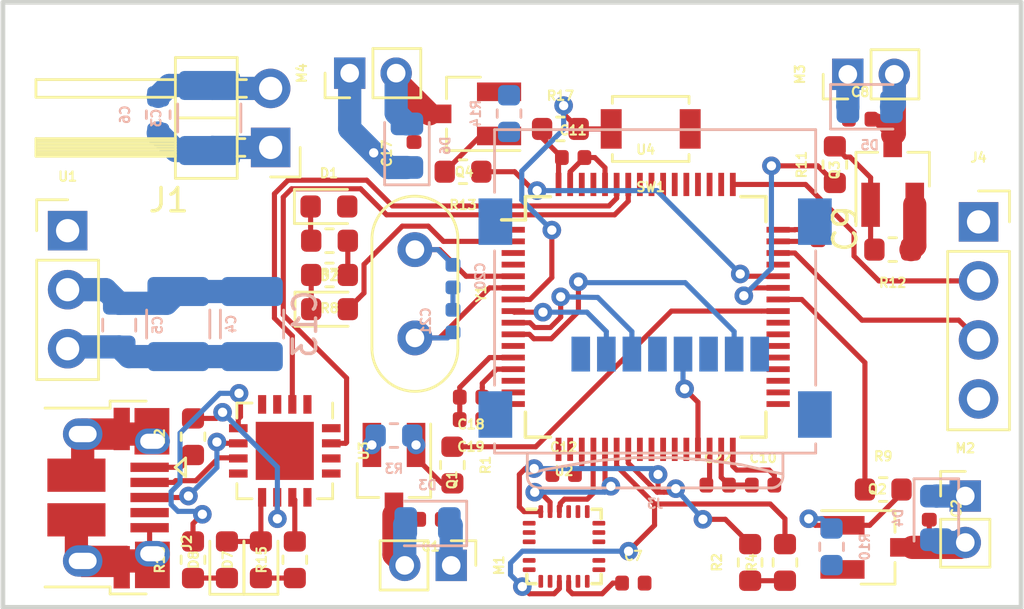
<source format=kicad_pcb>
(kicad_pcb (version 20171130) (host pcbnew "(5.0.2)-1")

  (general
    (thickness 1.6)
    (drawings 4)
    (tracks 389)
    (zones 0)
    (modules 61)
    (nets 44)
  )

  (page A4)
  (layers
    (0 F.Cu signal)
    (1 In1.Cu signal)
    (2 In2.Cu signal)
    (31 B.Cu signal)
    (32 B.Adhes user hide)
    (33 F.Adhes user hide)
    (34 B.Paste user hide)
    (35 F.Paste user hide)
    (36 B.SilkS user hide)
    (37 F.SilkS user hide)
    (38 B.Mask user)
    (39 F.Mask user)
    (40 Dwgs.User user)
    (41 Cmts.User user)
    (42 Eco1.User user)
    (43 Eco2.User user)
    (44 Edge.Cuts user)
    (45 Margin user)
    (46 B.CrtYd user)
    (47 F.CrtYd user)
    (48 B.Fab user)
    (49 F.Fab user)
  )

  (setup
    (last_trace_width 0.22)
    (user_trace_width 0.5)
    (user_trace_width 1)
    (trace_clearance 0.1)
    (zone_clearance 0.508)
    (zone_45_only no)
    (trace_min 0.2)
    (segment_width 0.2)
    (edge_width 0.1)
    (via_size 0.8)
    (via_drill 0.4)
    (via_min_size 0.4)
    (via_min_drill 0.3)
    (uvia_size 0.3)
    (uvia_drill 0.1)
    (uvias_allowed no)
    (uvia_min_size 0.2)
    (uvia_min_drill 0.1)
    (pcb_text_width 0.3)
    (pcb_text_size 1.5 1.5)
    (mod_edge_width 0.15)
    (mod_text_size 0.4 0.4)
    (mod_text_width 0.09)
    (pad_size 1.5 1.5)
    (pad_drill 0.6)
    (pad_to_mask_clearance 0)
    (solder_mask_min_width 0.25)
    (aux_axis_origin 0 0)
    (visible_elements 7FFDFFFF)
    (pcbplotparams
      (layerselection 0x010fc_ffffffff)
      (usegerberextensions false)
      (usegerberattributes false)
      (usegerberadvancedattributes false)
      (creategerberjobfile false)
      (excludeedgelayer true)
      (linewidth 0.100000)
      (plotframeref false)
      (viasonmask false)
      (mode 1)
      (useauxorigin false)
      (hpglpennumber 1)
      (hpglpenspeed 20)
      (hpglpendiameter 15.000000)
      (psnegative false)
      (psa4output false)
      (plotreference true)
      (plotvalue true)
      (plotinvisibletext false)
      (padsonsilk false)
      (subtractmaskfromsilk false)
      (outputformat 1)
      (mirror false)
      (drillshape 1)
      (scaleselection 1)
      (outputdirectory ""))
  )

  (net 0 "")
  (net 1 "Net-(C1-Pad2)")
  (net 2 +BATT)
  (net 3 "Net-(C2-Pad2)")
  (net 4 "Net-(C7-Pad1)")
  (net 5 "Net-(C8-Pad2)")
  (net 6 "Net-(C17-Pad2)")
  (net 7 "Net-(C20-Pad2)")
  (net 8 "Net-(C21-Pad2)")
  (net 9 "Net-(C22-Pad1)")
  (net 10 "Net-(D1-Pad1)")
  (net 11 Status)
  (net 12 "Net-(D2-Pad1)")
  (net 13 "Net-(D7-Pad1)")
  (net 14 "Net-(D8-Pad1)")
  (net 15 USB_VBUS)
  (net 16 "Net-(J2-Pad2)")
  (net 17 "Net-(J2-Pad3)")
  (net 18 SPI2_MISO)
  (net 19 SPI2_SCK)
  (net 20 SPI2_MOSI)
  (net 21 SD_CARD_CS)
  (net 22 SYS_JTCL-SWCLK)
  (net 23 SYS_JTMS-SWDIO)
  (net 24 "Net-(L2-Pad2)")
  (net 25 "Net-(Q1-Pad1)")
  (net 26 "Net-(Q2-Pad1)")
  (net 27 "Net-(Q3-Pad1)")
  (net 28 "Net-(Q4-Pad1)")
  (net 29 MOTOR_A)
  (net 30 SPI1_MOSI)
  (net 31 SPI1_MISO)
  (net 32 SPI1_SCK)
  (net 33 MPU9250_CS)
  (net 34 MOTOR_B)
  (net 35 MOTOR_C)
  (net 36 MOTOR_D)
  (net 37 "Net-(R15-Pad2)")
  (net 38 "Net-(R16-Pad2)")
  (net 39 "Net-(R17-Pad2)")
  (net 40 USART1_RX)
  (net 41 USART1_TX)
  (net 42 +3V3)
  (net 43 GND)

  (net_class Default "This is the default net class."
    (clearance 0.1)
    (trace_width 0.22)
    (via_dia 0.8)
    (via_drill 0.4)
    (uvia_dia 0.3)
    (uvia_drill 0.1)
    (diff_pair_gap 0.2)
    (diff_pair_width 0.2)
    (add_net +3V3)
    (add_net +BATT)
    (add_net GND)
    (add_net MOTOR_A)
    (add_net MOTOR_B)
    (add_net MOTOR_C)
    (add_net MOTOR_D)
    (add_net MPU9250_CS)
    (add_net "Net-(C1-Pad2)")
    (add_net "Net-(C17-Pad2)")
    (add_net "Net-(C2-Pad2)")
    (add_net "Net-(C20-Pad2)")
    (add_net "Net-(C21-Pad2)")
    (add_net "Net-(C22-Pad1)")
    (add_net "Net-(C7-Pad1)")
    (add_net "Net-(C8-Pad2)")
    (add_net "Net-(D1-Pad1)")
    (add_net "Net-(D2-Pad1)")
    (add_net "Net-(D7-Pad1)")
    (add_net "Net-(D8-Pad1)")
    (add_net "Net-(J2-Pad2)")
    (add_net "Net-(J2-Pad3)")
    (add_net "Net-(L2-Pad2)")
    (add_net "Net-(Q1-Pad1)")
    (add_net "Net-(Q2-Pad1)")
    (add_net "Net-(Q3-Pad1)")
    (add_net "Net-(Q4-Pad1)")
    (add_net "Net-(R15-Pad2)")
    (add_net "Net-(R16-Pad2)")
    (add_net "Net-(R17-Pad2)")
    (add_net SD_CARD_CS)
    (add_net SPI1_MISO)
    (add_net SPI1_MOSI)
    (add_net SPI1_SCK)
    (add_net SPI2_MISO)
    (add_net SPI2_MOSI)
    (add_net SPI2_SCK)
    (add_net SYS_JTCL-SWCLK)
    (add_net SYS_JTMS-SWDIO)
    (add_net Status)
    (add_net USART1_RX)
    (add_net USART1_TX)
    (add_net USB_VBUS)
  )

  (net_class Power ""
    (clearance 0.1)
    (trace_width 0.5)
    (via_dia 0.8)
    (via_drill 0.4)
    (uvia_dia 0.3)
    (uvia_drill 0.1)
    (diff_pair_gap 0.2)
    (diff_pair_width 0.2)
  )

  (net_class Power2 ""
    (clearance 0.1)
    (trace_width 1)
    (via_dia 0.8)
    (via_drill 0.4)
    (uvia_dia 0.3)
    (uvia_drill 0.1)
    (diff_pair_gap 0.2)
    (diff_pair_width 0.2)
  )

  (module Capacitor_SMD:C_0402_1005Metric (layer F.Cu) (tedit 5B301BBE) (tstamp 5D860503)
    (at 118.1124 166.37)
    (descr "Capacitor SMD 0402 (1005 Metric), square (rectangular) end terminal, IPC_7351 nominal, (Body size source: http://www.tortai-tech.com/upload/download/2011102023233369053.pdf), generated with kicad-footprint-generator")
    (tags capacitor)
    (path /5D2CC3DD)
    (attr smd)
    (fp_text reference C12 (at 0 -1.17) (layer F.SilkS)
      (effects (font (size 0.4 0.4) (thickness 0.09)))
    )
    (fp_text value 100nF (at 0 1.17) (layer F.Fab)
      (effects (font (size 0.4 0.4) (thickness 0.09)))
    )
    (fp_text user %R (at 0 0) (layer F.Fab)
      (effects (font (size 0.25 0.25) (thickness 0.04)))
    )
    (fp_line (start 0.93 0.47) (end -0.93 0.47) (layer F.CrtYd) (width 0.05))
    (fp_line (start 0.93 -0.47) (end 0.93 0.47) (layer F.CrtYd) (width 0.05))
    (fp_line (start -0.93 -0.47) (end 0.93 -0.47) (layer F.CrtYd) (width 0.05))
    (fp_line (start -0.93 0.47) (end -0.93 -0.47) (layer F.CrtYd) (width 0.05))
    (fp_line (start 0.5 0.25) (end -0.5 0.25) (layer F.Fab) (width 0.1))
    (fp_line (start 0.5 -0.25) (end 0.5 0.25) (layer F.Fab) (width 0.1))
    (fp_line (start -0.5 -0.25) (end 0.5 -0.25) (layer F.Fab) (width 0.1))
    (fp_line (start -0.5 0.25) (end -0.5 -0.25) (layer F.Fab) (width 0.1))
    (pad 2 smd roundrect (at 0.485 0) (size 0.59 0.64) (layers F.Cu F.Paste F.Mask) (roundrect_rratio 0.25)
      (net 42 +3V3))
    (pad 1 smd roundrect (at -0.485 0) (size 0.59 0.64) (layers F.Cu F.Paste F.Mask) (roundrect_rratio 0.25)
      (net 43 GND))
    (model ${KISYS3DMOD}/Capacitor_SMD.3dshapes/C_0402_1005Metric.wrl
      (at (xyz 0 0 0))
      (scale (xyz 1 1 1))
      (rotate (xyz 0 0 0))
    )
  )

  (module Package_DFN_QFN:QFN-16-1EP_4x4mm_P0.65mm_EP2.5x2.5mm (layer F.Cu) (tedit 5A6502CA) (tstamp 5D2307EA)
    (at 106.1085 165.354 270)
    (descr "16-Lead Plastic Quad Flat, No Lead Package (ML) - 4x4x0.9 mm Body [QFN]; (see Microchip Packaging Specification 00000049BS.pdf)")
    (tags "QFN 0.65 4x4mm")
    (path /5D7FF237)
    (attr smd)
    (fp_text reference U3 (at 0 -3.4 270) (layer F.SilkS)
      (effects (font (size 0.4 0.4) (thickness 0.09)))
    )
    (fp_text value FT230XQ (at 0 3.4 270) (layer F.Fab)
      (effects (font (size 0.4 0.4) (thickness 0.09)))
    )
    (fp_line (start 2.25 2.25) (end 2.25 1.4) (layer F.CrtYd) (width 0.05))
    (fp_line (start 1.4 2.25) (end 2.25 2.25) (layer F.CrtYd) (width 0.05))
    (fp_line (start -2.25 2.25) (end -1.4 2.25) (layer F.CrtYd) (width 0.05))
    (fp_line (start -2.25 1.4) (end -2.25 2.25) (layer F.CrtYd) (width 0.05))
    (fp_line (start -2.25 -2.25) (end -1.4 -2.25) (layer F.CrtYd) (width 0.05))
    (fp_line (start -2.25 -1.4) (end -2.25 -2.25) (layer F.CrtYd) (width 0.05))
    (fp_line (start 2.25 -2.25) (end 1.4 -2.25) (layer F.CrtYd) (width 0.05))
    (fp_line (start 2.25 -1.4) (end 2.25 -2.25) (layer F.CrtYd) (width 0.05))
    (fp_line (start 2.65 -1.4) (end 2.25 -1.4) (layer F.CrtYd) (width 0.05))
    (fp_text user %R (at 0 0 270) (layer F.Fab)
      (effects (font (size 0.8 0.8) (thickness 0.12)))
    )
    (fp_line (start -1 -2) (end 2 -2) (layer F.Fab) (width 0.1))
    (fp_line (start 2 -2) (end 2 2) (layer F.Fab) (width 0.1))
    (fp_line (start 2 2) (end -2 2) (layer F.Fab) (width 0.1))
    (fp_line (start -2 2) (end -2 -1) (layer F.Fab) (width 0.1))
    (fp_line (start -2 -1) (end -1 -2) (layer F.Fab) (width 0.1))
    (fp_line (start -2.65 -1.4) (end -2.65 1.4) (layer F.CrtYd) (width 0.05))
    (fp_line (start 2.65 -1.4) (end 2.65 1.4) (layer F.CrtYd) (width 0.05))
    (fp_line (start -1.4 -2.65) (end 1.4 -2.65) (layer F.CrtYd) (width 0.05))
    (fp_line (start -1.4 2.65) (end 1.4 2.65) (layer F.CrtYd) (width 0.05))
    (fp_line (start 2.06 -2.06) (end 2.06 -1.41) (layer F.SilkS) (width 0.12))
    (fp_line (start -2.06 2.06) (end -2.06 1.41) (layer F.SilkS) (width 0.12))
    (fp_line (start 2.06 2.06) (end 2.06 1.41) (layer F.SilkS) (width 0.12))
    (fp_line (start -2.06 2.06) (end -1.41 2.06) (layer F.SilkS) (width 0.12))
    (fp_line (start 2.06 2.06) (end 1.41 2.06) (layer F.SilkS) (width 0.12))
    (fp_line (start 2.06 -2.06) (end 1.41 -2.06) (layer F.SilkS) (width 0.12))
    (fp_line (start -2.06 -2.06) (end -1.41 -2.06) (layer F.SilkS) (width 0.12))
    (fp_line (start -2.65 -1.4) (end -2.25 -1.4) (layer F.CrtYd) (width 0.05))
    (fp_line (start 2.65 1.4) (end 2.25 1.4) (layer F.CrtYd) (width 0.05))
    (fp_line (start -2.65 1.4) (end -2.25 1.4) (layer F.CrtYd) (width 0.05))
    (fp_line (start 1.4 2.65) (end 1.4 2.25) (layer F.CrtYd) (width 0.05))
    (fp_line (start 1.4 -2.65) (end 1.4 -2.25) (layer F.CrtYd) (width 0.05))
    (fp_line (start -1.4 -2.65) (end -1.4 -2.25) (layer F.CrtYd) (width 0.05))
    (fp_line (start -1.4 2.65) (end -1.4 2.25) (layer F.CrtYd) (width 0.05))
    (pad 1 smd rect (at -2 -0.975 270) (size 0.8 0.35) (layers F.Cu F.Paste F.Mask)
      (net 42 +3V3))
    (pad 2 smd rect (at -2 -0.325 270) (size 0.8 0.35) (layers F.Cu F.Paste F.Mask)
      (net 40 USART1_RX))
    (pad 3 smd rect (at -2 0.325 270) (size 0.8 0.35) (layers F.Cu F.Paste F.Mask)
      (net 43 GND))
    (pad 4 smd rect (at -2 0.975 270) (size 0.8 0.35) (layers F.Cu F.Paste F.Mask))
    (pad 5 smd rect (at -0.975 2) (size 0.8 0.35) (layers F.Cu F.Paste F.Mask)
      (net 38 "Net-(R16-Pad2)"))
    (pad 6 smd rect (at -0.325 2) (size 0.8 0.35) (layers F.Cu F.Paste F.Mask)
      (net 17 "Net-(J2-Pad3)"))
    (pad 7 smd rect (at 0.325 2) (size 0.8 0.35) (layers F.Cu F.Paste F.Mask)
      (net 16 "Net-(J2-Pad2)"))
    (pad 8 smd rect (at 0.975 2) (size 0.8 0.35) (layers F.Cu F.Paste F.Mask))
    (pad 9 smd rect (at 2 0.975 270) (size 0.8 0.35) (layers F.Cu F.Paste F.Mask)
      (net 42 +3V3))
    (pad 10 smd rect (at 2 0.325 270) (size 0.8 0.35) (layers F.Cu F.Paste F.Mask)
      (net 24 "Net-(L2-Pad2)"))
    (pad 11 smd rect (at 2 -0.325 270) (size 0.8 0.35) (layers F.Cu F.Paste F.Mask)
      (net 37 "Net-(R15-Pad2)"))
    (pad 12 smd rect (at 2 -0.975 270) (size 0.8 0.35) (layers F.Cu F.Paste F.Mask))
    (pad 13 smd rect (at 0.975 -2) (size 0.8 0.35) (layers F.Cu F.Paste F.Mask)
      (net 43 GND))
    (pad 14 smd rect (at 0.325 -2) (size 0.8 0.35) (layers F.Cu F.Paste F.Mask))
    (pad 15 smd rect (at -0.325 -2) (size 0.8 0.35) (layers F.Cu F.Paste F.Mask)
      (net 41 USART1_TX))
    (pad 16 smd rect (at -0.975 -2) (size 0.8 0.35) (layers F.Cu F.Paste F.Mask))
    (pad 17 smd rect (at 0 0 270) (size 2.5 2.5) (layers F.Cu F.Mask)
      (net 43 GND))
    (pad "" smd rect (at -0.625 0.625 270) (size 1.05 1.05) (layers F.Paste))
    (pad "" smd rect (at 0.625 0.625 270) (size 1.05 1.05) (layers F.Paste))
    (pad "" smd rect (at -0.625 -0.625 270) (size 1.05 1.05) (layers F.Paste))
    (pad "" smd rect (at 0.625 -0.625 270) (size 1.05 1.05) (layers F.Paste))
    (model ${KISYS3DMOD}/Package_DFN_QFN.3dshapes/QFN-16-1EP_4x4mm_P0.65mm_EP2.5x2.5mm.wrl
      (at (xyz 0 0 0))
      (scale (xyz 1 1 1))
      (rotate (xyz 0 0 0))
    )
  )

  (module Connector_USB:USB_Micro-B_Amphenol_10103594-0001LF_Horizontal (layer F.Cu) (tedit 5A1DC0BD) (tstamp 5D22BB1E)
    (at 98.5266 167.386 270)
    (descr "Micro USB Type B 10103594-0001LF, http://cdn.amphenol-icc.com/media/wysiwyg/files/drawing/10103594.pdf")
    (tags "USB USB_B USB_micro USB_OTG")
    (path /5D1D8FC7)
    (attr smd)
    (fp_text reference J2 (at 1.925 -3.365 270) (layer F.SilkS)
      (effects (font (size 0.4 0.4) (thickness 0.09)))
    )
    (fp_text value USB_B_Micro (at -0.025 4.435 270) (layer F.Fab)
      (effects (font (size 0.4 0.4) (thickness 0.09)))
    )
    (fp_line (start 4.14 3.58) (end -4.13 3.58) (layer F.CrtYd) (width 0.05))
    (fp_line (start 4.14 3.58) (end 4.14 -2.88) (layer F.CrtYd) (width 0.05))
    (fp_line (start -4.13 -2.88) (end -4.13 3.58) (layer F.CrtYd) (width 0.05))
    (fp_line (start -4.13 -2.88) (end 4.14 -2.88) (layer F.CrtYd) (width 0.05))
    (fp_line (start -4.025 2.835) (end 3.975 2.835) (layer Dwgs.User) (width 0.1))
    (fp_line (start -3.775 3.335) (end -3.775 -0.865) (layer F.Fab) (width 0.12))
    (fp_line (start -2.975 -1.615) (end 3.725 -1.615) (layer F.Fab) (width 0.12))
    (fp_line (start 3.725 -1.615) (end 3.725 3.335) (layer F.Fab) (width 0.12))
    (fp_line (start 3.725 3.335) (end -3.775 3.335) (layer F.Fab) (width 0.12))
    (fp_line (start -3.775 -0.865) (end -2.975 -1.615) (layer F.Fab) (width 0.12))
    (fp_line (start -1.325 -2.865) (end -1.725 -3.315) (layer F.SilkS) (width 0.12))
    (fp_line (start -1.725 -3.315) (end -0.925 -3.315) (layer F.SilkS) (width 0.12))
    (fp_line (start -0.925 -3.315) (end -1.325 -2.865) (layer F.SilkS) (width 0.12))
    (fp_line (start 3.825 2.735) (end 3.825 -0.065) (layer F.SilkS) (width 0.12))
    (fp_line (start 3.825 -0.065) (end 4.125 -0.065) (layer F.SilkS) (width 0.12))
    (fp_line (start 4.125 -0.065) (end 4.125 -1.615) (layer F.SilkS) (width 0.12))
    (fp_line (start -3.875 2.735) (end -3.875 -0.065) (layer F.SilkS) (width 0.12))
    (fp_line (start -4.175 -0.065) (end -3.875 -0.065) (layer F.SilkS) (width 0.12))
    (fp_line (start -4.175 -0.065) (end -4.175 -1.615) (layer F.SilkS) (width 0.12))
    (fp_text user %R (at -0.025 -0.015 270) (layer F.Fab)
      (effects (font (size 1 1) (thickness 0.15)))
    )
    (fp_text user "PCB edge" (at -0.025 2.235 270) (layer Dwgs.User)
      (effects (font (size 0.5 0.5) (thickness 0.075)))
    )
    (pad 6 smd rect (at 0.935 1.385) (size 2.5 1.43) (layers F.Cu F.Paste F.Mask)
      (net 43 GND))
    (pad 6 smd rect (at -0.985 1.385) (size 2.5 1.43) (layers F.Cu F.Paste F.Mask)
      (net 43 GND))
    (pad 6 thru_hole oval (at 2.705 1.115) (size 1.7 1.35) (drill oval 1.2 0.7) (layers *.Cu *.Mask)
      (net 43 GND))
    (pad 6 thru_hole oval (at -2.755 1.115) (size 1.7 1.35) (drill oval 1.2 0.7) (layers *.Cu *.Mask)
      (net 43 GND))
    (pad 6 thru_hole oval (at 2.395 -1.885) (size 1.5 1.1) (drill oval 1.05 0.65) (layers *.Cu *.Mask)
      (net 43 GND))
    (pad 6 thru_hole oval (at -2.445 -1.885) (size 1.5 1.1) (drill oval 1.05 0.65) (layers *.Cu *.Mask)
      (net 43 GND))
    (pad 5 smd rect (at 1.275 -1.765) (size 1.65 0.4) (layers F.Cu F.Paste F.Mask)
      (net 43 GND))
    (pad 4 smd rect (at 0.625 -1.765) (size 1.65 0.4) (layers F.Cu F.Paste F.Mask))
    (pad 3 smd rect (at -0.025 -1.765) (size 1.65 0.4) (layers F.Cu F.Paste F.Mask)
      (net 17 "Net-(J2-Pad3)"))
    (pad 2 smd rect (at -0.675 -1.765) (size 1.65 0.4) (layers F.Cu F.Paste F.Mask)
      (net 16 "Net-(J2-Pad2)"))
    (pad 1 smd rect (at -1.325 -1.765) (size 1.65 0.4) (layers F.Cu F.Paste F.Mask)
      (net 15 USB_VBUS))
    (pad 6 smd rect (at 2.875 -1.885 270) (size 2 1.5) (layers F.Cu F.Paste F.Mask)
      (net 43 GND))
    (pad 6 smd rect (at -2.875 -1.865 270) (size 2 1.5) (layers F.Cu F.Paste F.Mask)
      (net 43 GND))
    (pad 6 smd rect (at 2.975 -0.565 270) (size 1.825 0.7) (layers F.Cu F.Paste F.Mask)
      (net 43 GND))
    (pad 6 smd rect (at -2.975 -0.565 270) (size 1.825 0.7) (layers F.Cu F.Paste F.Mask)
      (net 43 GND))
    (pad 6 smd rect (at -2.755 0.185 270) (size 1.35 2) (layers F.Cu F.Paste F.Mask)
      (net 43 GND))
    (pad 6 smd rect (at 2.725 0.185 270) (size 1.35 2) (layers F.Cu F.Paste F.Mask)
      (net 43 GND))
    (model ${KISYS3DMOD}/Connector_USB.3dshapes/USB_Micro-B_Amphenol_10103594-0001LF_Horizontal.wrl
      (at (xyz 0 0 0))
      (scale (xyz 1 1 1))
      (rotate (xyz 0 0 0))
    )
  )

  (module Capacitor_SMD:C_0402_1005Metric (layer F.Cu) (tedit 5B301BBE) (tstamp 5D22C4C2)
    (at 112.3799 168.3004 180)
    (descr "Capacitor SMD 0402 (1005 Metric), square (rectangular) end terminal, IPC_7351 nominal, (Body size source: http://www.tortai-tech.com/upload/download/2011102023233369053.pdf), generated with kicad-footprint-generator")
    (tags capacitor)
    (path /5D1E6631)
    (attr smd)
    (fp_text reference C1 (at 0 -1.17 180) (layer F.SilkS)
      (effects (font (size 0.4 0.4) (thickness 0.09)))
    )
    (fp_text value 0.1uF (at 0 1.17 180) (layer F.Fab)
      (effects (font (size 0.4 0.4) (thickness 0.09)))
    )
    (fp_text user %R (at 0 0 180) (layer F.Fab)
      (effects (font (size 0.25 0.25) (thickness 0.04)))
    )
    (fp_line (start 0.93 0.47) (end -0.93 0.47) (layer F.CrtYd) (width 0.05))
    (fp_line (start 0.93 -0.47) (end 0.93 0.47) (layer F.CrtYd) (width 0.05))
    (fp_line (start -0.93 -0.47) (end 0.93 -0.47) (layer F.CrtYd) (width 0.05))
    (fp_line (start -0.93 0.47) (end -0.93 -0.47) (layer F.CrtYd) (width 0.05))
    (fp_line (start 0.5 0.25) (end -0.5 0.25) (layer F.Fab) (width 0.1))
    (fp_line (start 0.5 -0.25) (end 0.5 0.25) (layer F.Fab) (width 0.1))
    (fp_line (start -0.5 -0.25) (end 0.5 -0.25) (layer F.Fab) (width 0.1))
    (fp_line (start -0.5 0.25) (end -0.5 -0.25) (layer F.Fab) (width 0.1))
    (pad 2 smd roundrect (at 0.485 0 180) (size 0.59 0.64) (layers F.Cu F.Paste F.Mask) (roundrect_rratio 0.25)
      (net 1 "Net-(C1-Pad2)"))
    (pad 1 smd roundrect (at -0.485 0 180) (size 0.59 0.64) (layers F.Cu F.Paste F.Mask) (roundrect_rratio 0.25)
      (net 2 +BATT))
    (model ${KISYS3DMOD}/Capacitor_SMD.3dshapes/C_0402_1005Metric.wrl
      (at (xyz 0 0 0))
      (scale (xyz 1 1 1))
      (rotate (xyz 0 0 0))
    )
  )

  (module Capacitor_SMD:C_0402_1005Metric (layer F.Cu) (tedit 5B301BBE) (tstamp 5D26732D)
    (at 133.8453 167.8305 270)
    (descr "Capacitor SMD 0402 (1005 Metric), square (rectangular) end terminal, IPC_7351 nominal, (Body size source: http://www.tortai-tech.com/upload/download/2011102023233369053.pdf), generated with kicad-footprint-generator")
    (tags capacitor)
    (path /5D1E6677)
    (attr smd)
    (fp_text reference C2 (at 0 -1.17 270) (layer F.SilkS)
      (effects (font (size 0.4 0.4) (thickness 0.09)))
    )
    (fp_text value 0.1uF (at 0 1.17 270) (layer F.Fab)
      (effects (font (size 0.4 0.4) (thickness 0.09)))
    )
    (fp_line (start -0.5 0.25) (end -0.5 -0.25) (layer F.Fab) (width 0.1))
    (fp_line (start -0.5 -0.25) (end 0.5 -0.25) (layer F.Fab) (width 0.1))
    (fp_line (start 0.5 -0.25) (end 0.5 0.25) (layer F.Fab) (width 0.1))
    (fp_line (start 0.5 0.25) (end -0.5 0.25) (layer F.Fab) (width 0.1))
    (fp_line (start -0.93 0.47) (end -0.93 -0.47) (layer F.CrtYd) (width 0.05))
    (fp_line (start -0.93 -0.47) (end 0.93 -0.47) (layer F.CrtYd) (width 0.05))
    (fp_line (start 0.93 -0.47) (end 0.93 0.47) (layer F.CrtYd) (width 0.05))
    (fp_line (start 0.93 0.47) (end -0.93 0.47) (layer F.CrtYd) (width 0.05))
    (fp_text user %R (at 0 0 270) (layer F.Fab)
      (effects (font (size 0.25 0.25) (thickness 0.04)))
    )
    (pad 1 smd roundrect (at -0.485 0 270) (size 0.59 0.64) (layers F.Cu F.Paste F.Mask) (roundrect_rratio 0.25)
      (net 2 +BATT))
    (pad 2 smd roundrect (at 0.485 0 270) (size 0.59 0.64) (layers F.Cu F.Paste F.Mask) (roundrect_rratio 0.25)
      (net 3 "Net-(C2-Pad2)"))
    (model ${KISYS3DMOD}/Capacitor_SMD.3dshapes/C_0402_1005Metric.wrl
      (at (xyz 0 0 0))
      (scale (xyz 1 1 1))
      (rotate (xyz 0 0 0))
    )
  )

  (module Capacitor_SMD:C_1210_3225Metric (layer B.Cu) (tedit 5B301BBE) (tstamp 5D27DAA1)
    (at 102.859578 151.028641 270)
    (descr "Capacitor SMD 1210 (3225 Metric), square (rectangular) end terminal, IPC_7351 nominal, (Body size source: http://www.tortai-tech.com/upload/download/2011102023233369053.pdf), generated with kicad-footprint-generator")
    (tags capacitor)
    (path /5D183881)
    (attr smd)
    (fp_text reference C3 (at 0 2.28 270) (layer B.SilkS)
      (effects (font (size 0.4 0.4) (thickness 0.09)) (justify mirror))
    )
    (fp_text value 100uF (at 0 -2.28 270) (layer B.Fab)
      (effects (font (size 0.4 0.4) (thickness 0.09)) (justify mirror))
    )
    (fp_line (start -1.6 -1.25) (end -1.6 1.25) (layer B.Fab) (width 0.1))
    (fp_line (start -1.6 1.25) (end 1.6 1.25) (layer B.Fab) (width 0.1))
    (fp_line (start 1.6 1.25) (end 1.6 -1.25) (layer B.Fab) (width 0.1))
    (fp_line (start 1.6 -1.25) (end -1.6 -1.25) (layer B.Fab) (width 0.1))
    (fp_line (start -0.602064 1.36) (end 0.602064 1.36) (layer B.SilkS) (width 0.12))
    (fp_line (start -0.602064 -1.36) (end 0.602064 -1.36) (layer B.SilkS) (width 0.12))
    (fp_line (start -2.28 -1.58) (end -2.28 1.58) (layer B.CrtYd) (width 0.05))
    (fp_line (start -2.28 1.58) (end 2.28 1.58) (layer B.CrtYd) (width 0.05))
    (fp_line (start 2.28 1.58) (end 2.28 -1.58) (layer B.CrtYd) (width 0.05))
    (fp_line (start 2.28 -1.58) (end -2.28 -1.58) (layer B.CrtYd) (width 0.05))
    (fp_text user %R (at 0 0 270) (layer B.Fab)
      (effects (font (size 0.8 0.8) (thickness 0.12)) (justify mirror))
    )
    (pad 1 smd roundrect (at -1.4 0 270) (size 1.25 2.65) (layers B.Cu B.Paste B.Mask) (roundrect_rratio 0.2)
      (net 2 +BATT))
    (pad 2 smd roundrect (at 1.4 0 270) (size 1.25 2.65) (layers B.Cu B.Paste B.Mask) (roundrect_rratio 0.2)
      (net 43 GND))
    (model ${KISYS3DMOD}/Capacitor_SMD.3dshapes/C_1210_3225Metric.wrl
      (at (xyz 0 0 0))
      (scale (xyz 1 1 1))
      (rotate (xyz 0 0 0))
    )
  )

  (module Capacitor_SMD:C_1210_3225Metric (layer B.Cu) (tedit 5B301BBE) (tstamp 5D27DA71)
    (at 101.5238 159.896 90)
    (descr "Capacitor SMD 1210 (3225 Metric), square (rectangular) end terminal, IPC_7351 nominal, (Body size source: http://www.tortai-tech.com/upload/download/2011102023233369053.pdf), generated with kicad-footprint-generator")
    (tags capacitor)
    (path /5D183998)
    (attr smd)
    (fp_text reference C4 (at 0 2.28 90) (layer B.SilkS)
      (effects (font (size 0.4 0.4) (thickness 0.09)) (justify mirror))
    )
    (fp_text value 100uF (at 0 -2.28 90) (layer B.Fab)
      (effects (font (size 0.4 0.4) (thickness 0.09)) (justify mirror))
    )
    (fp_line (start -1.6 -1.25) (end -1.6 1.25) (layer B.Fab) (width 0.1))
    (fp_line (start -1.6 1.25) (end 1.6 1.25) (layer B.Fab) (width 0.1))
    (fp_line (start 1.6 1.25) (end 1.6 -1.25) (layer B.Fab) (width 0.1))
    (fp_line (start 1.6 -1.25) (end -1.6 -1.25) (layer B.Fab) (width 0.1))
    (fp_line (start -0.602064 1.36) (end 0.602064 1.36) (layer B.SilkS) (width 0.12))
    (fp_line (start -0.602064 -1.36) (end 0.602064 -1.36) (layer B.SilkS) (width 0.12))
    (fp_line (start -2.28 -1.58) (end -2.28 1.58) (layer B.CrtYd) (width 0.05))
    (fp_line (start -2.28 1.58) (end 2.28 1.58) (layer B.CrtYd) (width 0.05))
    (fp_line (start 2.28 1.58) (end 2.28 -1.58) (layer B.CrtYd) (width 0.05))
    (fp_line (start 2.28 -1.58) (end -2.28 -1.58) (layer B.CrtYd) (width 0.05))
    (fp_text user %R (at 0 0 90) (layer B.Fab)
      (effects (font (size 0.8 0.8) (thickness 0.12)) (justify mirror))
    )
    (pad 1 smd roundrect (at -1.4 0 90) (size 1.25 2.65) (layers B.Cu B.Paste B.Mask) (roundrect_rratio 0.2)
      (net 42 +3V3))
    (pad 2 smd roundrect (at 1.4 0 90) (size 1.25 2.65) (layers B.Cu B.Paste B.Mask) (roundrect_rratio 0.2)
      (net 43 GND))
    (model ${KISYS3DMOD}/Capacitor_SMD.3dshapes/C_1210_3225Metric.wrl
      (at (xyz 0 0 0))
      (scale (xyz 1 1 1))
      (rotate (xyz 0 0 0))
    )
  )

  (module Capacitor_SMD:C_0805_2012Metric (layer B.Cu) (tedit 5B36C52B) (tstamp 5D27DA41)
    (at 98.9838 159.9415 90)
    (descr "Capacitor SMD 0805 (2012 Metric), square (rectangular) end terminal, IPC_7351 nominal, (Body size source: https://docs.google.com/spreadsheets/d/1BsfQQcO9C6DZCsRaXUlFlo91Tg2WpOkGARC1WS5S8t0/edit?usp=sharing), generated with kicad-footprint-generator")
    (tags capacitor)
    (path /5D1839CE)
    (attr smd)
    (fp_text reference C5 (at 0 1.65 90) (layer B.SilkS)
      (effects (font (size 0.4 0.4) (thickness 0.09)) (justify mirror))
    )
    (fp_text value 4.7uF (at 0 -1.65 90) (layer B.Fab)
      (effects (font (size 0.4 0.4) (thickness 0.09)) (justify mirror))
    )
    (fp_line (start -1 -0.6) (end -1 0.6) (layer B.Fab) (width 0.1))
    (fp_line (start -1 0.6) (end 1 0.6) (layer B.Fab) (width 0.1))
    (fp_line (start 1 0.6) (end 1 -0.6) (layer B.Fab) (width 0.1))
    (fp_line (start 1 -0.6) (end -1 -0.6) (layer B.Fab) (width 0.1))
    (fp_line (start -0.258578 0.71) (end 0.258578 0.71) (layer B.SilkS) (width 0.12))
    (fp_line (start -0.258578 -0.71) (end 0.258578 -0.71) (layer B.SilkS) (width 0.12))
    (fp_line (start -1.68 -0.95) (end -1.68 0.95) (layer B.CrtYd) (width 0.05))
    (fp_line (start -1.68 0.95) (end 1.68 0.95) (layer B.CrtYd) (width 0.05))
    (fp_line (start 1.68 0.95) (end 1.68 -0.95) (layer B.CrtYd) (width 0.05))
    (fp_line (start 1.68 -0.95) (end -1.68 -0.95) (layer B.CrtYd) (width 0.05))
    (fp_text user %R (at 0 0 90) (layer B.Fab)
      (effects (font (size 0.5 0.5) (thickness 0.08)) (justify mirror))
    )
    (pad 1 smd roundrect (at -0.9375 0 90) (size 0.975 1.4) (layers B.Cu B.Paste B.Mask) (roundrect_rratio 0.25)
      (net 42 +3V3))
    (pad 2 smd roundrect (at 0.9375 0 90) (size 0.975 1.4) (layers B.Cu B.Paste B.Mask) (roundrect_rratio 0.25)
      (net 43 GND))
    (model ${KISYS3DMOD}/Capacitor_SMD.3dshapes/C_0805_2012Metric.wrl
      (at (xyz 0 0 0))
      (scale (xyz 1 1 1))
      (rotate (xyz 0 0 0))
    )
  )

  (module Capacitor_SMD:C_0603_1608Metric (layer B.Cu) (tedit 5B301BBE) (tstamp 5D27DA11)
    (at 100.662478 150.885841 270)
    (descr "Capacitor SMD 0603 (1608 Metric), square (rectangular) end terminal, IPC_7351 nominal, (Body size source: http://www.tortai-tech.com/upload/download/2011102023233369053.pdf), generated with kicad-footprint-generator")
    (tags capacitor)
    (path /5D183905)
    (attr smd)
    (fp_text reference C6 (at 0 1.43 270) (layer B.SilkS)
      (effects (font (size 0.4 0.4) (thickness 0.09)) (justify mirror))
    )
    (fp_text value 1uF (at 0 -1.43 270) (layer B.Fab)
      (effects (font (size 0.4 0.4) (thickness 0.09)) (justify mirror))
    )
    (fp_line (start -0.8 -0.4) (end -0.8 0.4) (layer B.Fab) (width 0.1))
    (fp_line (start -0.8 0.4) (end 0.8 0.4) (layer B.Fab) (width 0.1))
    (fp_line (start 0.8 0.4) (end 0.8 -0.4) (layer B.Fab) (width 0.1))
    (fp_line (start 0.8 -0.4) (end -0.8 -0.4) (layer B.Fab) (width 0.1))
    (fp_line (start -0.162779 0.51) (end 0.162779 0.51) (layer B.SilkS) (width 0.12))
    (fp_line (start -0.162779 -0.51) (end 0.162779 -0.51) (layer B.SilkS) (width 0.12))
    (fp_line (start -1.48 -0.73) (end -1.48 0.73) (layer B.CrtYd) (width 0.05))
    (fp_line (start -1.48 0.73) (end 1.48 0.73) (layer B.CrtYd) (width 0.05))
    (fp_line (start 1.48 0.73) (end 1.48 -0.73) (layer B.CrtYd) (width 0.05))
    (fp_line (start 1.48 -0.73) (end -1.48 -0.73) (layer B.CrtYd) (width 0.05))
    (fp_text user %R (at 0 0 270) (layer B.Fab)
      (effects (font (size 0.4 0.4) (thickness 0.06)) (justify mirror))
    )
    (pad 1 smd roundrect (at -0.7875 0 270) (size 0.875 0.95) (layers B.Cu B.Paste B.Mask) (roundrect_rratio 0.25)
      (net 2 +BATT))
    (pad 2 smd roundrect (at 0.7875 0 270) (size 0.875 0.95) (layers B.Cu B.Paste B.Mask) (roundrect_rratio 0.25)
      (net 43 GND))
    (model ${KISYS3DMOD}/Capacitor_SMD.3dshapes/C_0603_1608Metric.wrl
      (at (xyz 0 0 0))
      (scale (xyz 1 1 1))
      (rotate (xyz 0 0 0))
    )
  )

  (module Capacitor_SMD:C_0402_1005Metric (layer F.Cu) (tedit 5B301BBE) (tstamp 5D27D6CB)
    (at 121.1096 171.0436)
    (descr "Capacitor SMD 0402 (1005 Metric), square (rectangular) end terminal, IPC_7351 nominal, (Body size source: http://www.tortai-tech.com/upload/download/2011102023233369053.pdf), generated with kicad-footprint-generator")
    (tags capacitor)
    (path /5D5DAC1D)
    (attr smd)
    (fp_text reference C7 (at 0 -1.17) (layer F.SilkS)
      (effects (font (size 0.4 0.4) (thickness 0.09)))
    )
    (fp_text value 0.1uF (at 0 1.17) (layer F.Fab)
      (effects (font (size 0.4 0.4) (thickness 0.09)))
    )
    (fp_line (start -0.5 0.25) (end -0.5 -0.25) (layer F.Fab) (width 0.1))
    (fp_line (start -0.5 -0.25) (end 0.5 -0.25) (layer F.Fab) (width 0.1))
    (fp_line (start 0.5 -0.25) (end 0.5 0.25) (layer F.Fab) (width 0.1))
    (fp_line (start 0.5 0.25) (end -0.5 0.25) (layer F.Fab) (width 0.1))
    (fp_line (start -0.93 0.47) (end -0.93 -0.47) (layer F.CrtYd) (width 0.05))
    (fp_line (start -0.93 -0.47) (end 0.93 -0.47) (layer F.CrtYd) (width 0.05))
    (fp_line (start 0.93 -0.47) (end 0.93 0.47) (layer F.CrtYd) (width 0.05))
    (fp_line (start 0.93 0.47) (end -0.93 0.47) (layer F.CrtYd) (width 0.05))
    (fp_text user %R (at 0 0) (layer F.Fab)
      (effects (font (size 0.25 0.25) (thickness 0.04)))
    )
    (pad 1 smd roundrect (at -0.485 0) (size 0.59 0.64) (layers F.Cu F.Paste F.Mask) (roundrect_rratio 0.25)
      (net 4 "Net-(C7-Pad1)"))
    (pad 2 smd roundrect (at 0.485 0) (size 0.59 0.64) (layers F.Cu F.Paste F.Mask) (roundrect_rratio 0.25)
      (net 43 GND))
    (model ${KISYS3DMOD}/Capacitor_SMD.3dshapes/C_0402_1005Metric.wrl
      (at (xyz 0 0 0))
      (scale (xyz 1 1 1))
      (rotate (xyz 0 0 0))
    )
  )

  (module Capacitor_SMD:C_0402_1005Metric (layer F.Cu) (tedit 5B301BBE) (tstamp 5D27E41F)
    (at 130.8711 151.0792)
    (descr "Capacitor SMD 0402 (1005 Metric), square (rectangular) end terminal, IPC_7351 nominal, (Body size source: http://www.tortai-tech.com/upload/download/2011102023233369053.pdf), generated with kicad-footprint-generator")
    (tags capacitor)
    (path /5D1DAEC4)
    (attr smd)
    (fp_text reference C8 (at 0 -1.17) (layer F.SilkS)
      (effects (font (size 0.4 0.4) (thickness 0.09)))
    )
    (fp_text value 0.1uF (at 0 1.17) (layer F.Fab)
      (effects (font (size 0.4 0.4) (thickness 0.09)))
    )
    (fp_text user %R (at 0 0) (layer F.Fab)
      (effects (font (size 0.25 0.25) (thickness 0.04)))
    )
    (fp_line (start 0.93 0.47) (end -0.93 0.47) (layer F.CrtYd) (width 0.05))
    (fp_line (start 0.93 -0.47) (end 0.93 0.47) (layer F.CrtYd) (width 0.05))
    (fp_line (start -0.93 -0.47) (end 0.93 -0.47) (layer F.CrtYd) (width 0.05))
    (fp_line (start -0.93 0.47) (end -0.93 -0.47) (layer F.CrtYd) (width 0.05))
    (fp_line (start 0.5 0.25) (end -0.5 0.25) (layer F.Fab) (width 0.1))
    (fp_line (start 0.5 -0.25) (end 0.5 0.25) (layer F.Fab) (width 0.1))
    (fp_line (start -0.5 -0.25) (end 0.5 -0.25) (layer F.Fab) (width 0.1))
    (fp_line (start -0.5 0.25) (end -0.5 -0.25) (layer F.Fab) (width 0.1))
    (pad 2 smd roundrect (at 0.485 0) (size 0.59 0.64) (layers F.Cu F.Paste F.Mask) (roundrect_rratio 0.25)
      (net 5 "Net-(C8-Pad2)"))
    (pad 1 smd roundrect (at -0.485 0) (size 0.59 0.64) (layers F.Cu F.Paste F.Mask) (roundrect_rratio 0.25)
      (net 2 +BATT))
    (model ${KISYS3DMOD}/Capacitor_SMD.3dshapes/C_0402_1005Metric.wrl
      (at (xyz 0 0 0))
      (scale (xyz 1 1 1))
      (rotate (xyz 0 0 0))
    )
  )

  (module Capacitor_SMD:C_0402_1005Metric (layer F.Cu) (tedit 5B301BBE) (tstamp 5D269E0B)
    (at 126.6928 166.8272)
    (descr "Capacitor SMD 0402 (1005 Metric), square (rectangular) end terminal, IPC_7351 nominal, (Body size source: http://www.tortai-tech.com/upload/download/2011102023233369053.pdf), generated with kicad-footprint-generator")
    (tags capacitor)
    (path /5D2CC3D7)
    (attr smd)
    (fp_text reference C10 (at 0 -1.17) (layer F.SilkS)
      (effects (font (size 0.4 0.4) (thickness 0.09)))
    )
    (fp_text value 100nF (at 0 1.17) (layer F.Fab)
      (effects (font (size 0.4 0.4) (thickness 0.09)))
    )
    (fp_line (start -0.5 0.25) (end -0.5 -0.25) (layer F.Fab) (width 0.1))
    (fp_line (start -0.5 -0.25) (end 0.5 -0.25) (layer F.Fab) (width 0.1))
    (fp_line (start 0.5 -0.25) (end 0.5 0.25) (layer F.Fab) (width 0.1))
    (fp_line (start 0.5 0.25) (end -0.5 0.25) (layer F.Fab) (width 0.1))
    (fp_line (start -0.93 0.47) (end -0.93 -0.47) (layer F.CrtYd) (width 0.05))
    (fp_line (start -0.93 -0.47) (end 0.93 -0.47) (layer F.CrtYd) (width 0.05))
    (fp_line (start 0.93 -0.47) (end 0.93 0.47) (layer F.CrtYd) (width 0.05))
    (fp_line (start 0.93 0.47) (end -0.93 0.47) (layer F.CrtYd) (width 0.05))
    (fp_text user %R (at 0 0) (layer F.Fab)
      (effects (font (size 0.25 0.25) (thickness 0.04)))
    )
    (pad 1 smd roundrect (at -0.485 0) (size 0.59 0.64) (layers F.Cu F.Paste F.Mask) (roundrect_rratio 0.25)
      (net 43 GND))
    (pad 2 smd roundrect (at 0.485 0) (size 0.59 0.64) (layers F.Cu F.Paste F.Mask) (roundrect_rratio 0.25)
      (net 42 +3V3))
    (model ${KISYS3DMOD}/Capacitor_SMD.3dshapes/C_0402_1005Metric.wrl
      (at (xyz 0 0 0))
      (scale (xyz 1 1 1))
      (rotate (xyz 0 0 0))
    )
  )

  (module Capacitor_SMD:C_0402_1005Metric (layer F.Cu) (tedit 5B301BBE) (tstamp 5D2673BE)
    (at 118.5188 152.7302)
    (descr "Capacitor SMD 0402 (1005 Metric), square (rectangular) end terminal, IPC_7351 nominal, (Body size source: http://www.tortai-tech.com/upload/download/2011102023233369053.pdf), generated with kicad-footprint-generator")
    (tags capacitor)
    (path /5D2C139F)
    (attr smd)
    (fp_text reference C11 (at 0 -1.17) (layer F.SilkS)
      (effects (font (size 0.4 0.4) (thickness 0.09)))
    )
    (fp_text value 100nF (at 0 1.17) (layer F.Fab)
      (effects (font (size 0.4 0.4) (thickness 0.09)))
    )
    (fp_text user %R (at 0 0) (layer F.Fab)
      (effects (font (size 0.25 0.25) (thickness 0.04)))
    )
    (fp_line (start 0.93 0.47) (end -0.93 0.47) (layer F.CrtYd) (width 0.05))
    (fp_line (start 0.93 -0.47) (end 0.93 0.47) (layer F.CrtYd) (width 0.05))
    (fp_line (start -0.93 -0.47) (end 0.93 -0.47) (layer F.CrtYd) (width 0.05))
    (fp_line (start -0.93 0.47) (end -0.93 -0.47) (layer F.CrtYd) (width 0.05))
    (fp_line (start 0.5 0.25) (end -0.5 0.25) (layer F.Fab) (width 0.1))
    (fp_line (start 0.5 -0.25) (end 0.5 0.25) (layer F.Fab) (width 0.1))
    (fp_line (start -0.5 -0.25) (end 0.5 -0.25) (layer F.Fab) (width 0.1))
    (fp_line (start -0.5 0.25) (end -0.5 -0.25) (layer F.Fab) (width 0.1))
    (pad 2 smd roundrect (at 0.485 0) (size 0.59 0.64) (layers F.Cu F.Paste F.Mask) (roundrect_rratio 0.25)
      (net 43 GND))
    (pad 1 smd roundrect (at -0.485 0) (size 0.59 0.64) (layers F.Cu F.Paste F.Mask) (roundrect_rratio 0.25)
      (net 42 +3V3))
    (model ${KISYS3DMOD}/Capacitor_SMD.3dshapes/C_0402_1005Metric.wrl
      (at (xyz 0 0 0))
      (scale (xyz 1 1 1))
      (rotate (xyz 0 0 0))
    )
  )

  (module Capacitor_SMD:C_0402_1005Metric (layer F.Cu) (tedit 5B301BBE) (tstamp 5D22CC4D)
    (at 111.6711 152.55 90)
    (descr "Capacitor SMD 0402 (1005 Metric), square (rectangular) end terminal, IPC_7351 nominal, (Body size source: http://www.tortai-tech.com/upload/download/2011102023233369053.pdf), generated with kicad-footprint-generator")
    (tags capacitor)
    (path /5D1E41EC)
    (attr smd)
    (fp_text reference C17 (at 0 -1.17 90) (layer F.SilkS)
      (effects (font (size 0.4 0.4) (thickness 0.09)))
    )
    (fp_text value 0.1uF (at 0 1.17 90) (layer F.Fab)
      (effects (font (size 0.4 0.4) (thickness 0.09)))
    )
    (fp_line (start -0.5 0.25) (end -0.5 -0.25) (layer F.Fab) (width 0.1))
    (fp_line (start -0.5 -0.25) (end 0.5 -0.25) (layer F.Fab) (width 0.1))
    (fp_line (start 0.5 -0.25) (end 0.5 0.25) (layer F.Fab) (width 0.1))
    (fp_line (start 0.5 0.25) (end -0.5 0.25) (layer F.Fab) (width 0.1))
    (fp_line (start -0.93 0.47) (end -0.93 -0.47) (layer F.CrtYd) (width 0.05))
    (fp_line (start -0.93 -0.47) (end 0.93 -0.47) (layer F.CrtYd) (width 0.05))
    (fp_line (start 0.93 -0.47) (end 0.93 0.47) (layer F.CrtYd) (width 0.05))
    (fp_line (start 0.93 0.47) (end -0.93 0.47) (layer F.CrtYd) (width 0.05))
    (fp_text user %R (at 0 0 90) (layer F.Fab)
      (effects (font (size 0.25 0.25) (thickness 0.04)))
    )
    (pad 1 smd roundrect (at -0.485 0 90) (size 0.59 0.64) (layers F.Cu F.Paste F.Mask) (roundrect_rratio 0.25)
      (net 2 +BATT))
    (pad 2 smd roundrect (at 0.485 0 90) (size 0.59 0.64) (layers F.Cu F.Paste F.Mask) (roundrect_rratio 0.25)
      (net 6 "Net-(C17-Pad2)"))
    (model ${KISYS3DMOD}/Capacitor_SMD.3dshapes/C_0402_1005Metric.wrl
      (at (xyz 0 0 0))
      (scale (xyz 1 1 1))
      (rotate (xyz 0 0 0))
    )
  )

  (module Capacitor_SMD:C_0402_1005Metric (layer F.Cu) (tedit 5B301BBE) (tstamp 5D26EB88)
    (at 114.1246 163.0426 180)
    (descr "Capacitor SMD 0402 (1005 Metric), square (rectangular) end terminal, IPC_7351 nominal, (Body size source: http://www.tortai-tech.com/upload/download/2011102023233369053.pdf), generated with kicad-footprint-generator")
    (tags capacitor)
    (path /5D2A49D4)
    (attr smd)
    (fp_text reference C18 (at 0 -1.17 180) (layer F.SilkS)
      (effects (font (size 0.4 0.4) (thickness 0.09)))
    )
    (fp_text value 1uF (at 0 1.17 180) (layer F.Fab)
      (effects (font (size 0.4 0.4) (thickness 0.09)))
    )
    (fp_text user %R (at 0 0 180) (layer F.Fab)
      (effects (font (size 0.25 0.25) (thickness 0.04)))
    )
    (fp_line (start 0.93 0.47) (end -0.93 0.47) (layer F.CrtYd) (width 0.05))
    (fp_line (start 0.93 -0.47) (end 0.93 0.47) (layer F.CrtYd) (width 0.05))
    (fp_line (start -0.93 -0.47) (end 0.93 -0.47) (layer F.CrtYd) (width 0.05))
    (fp_line (start -0.93 0.47) (end -0.93 -0.47) (layer F.CrtYd) (width 0.05))
    (fp_line (start 0.5 0.25) (end -0.5 0.25) (layer F.Fab) (width 0.1))
    (fp_line (start 0.5 -0.25) (end 0.5 0.25) (layer F.Fab) (width 0.1))
    (fp_line (start -0.5 -0.25) (end 0.5 -0.25) (layer F.Fab) (width 0.1))
    (fp_line (start -0.5 0.25) (end -0.5 -0.25) (layer F.Fab) (width 0.1))
    (pad 2 smd roundrect (at 0.485 0 180) (size 0.59 0.64) (layers F.Cu F.Paste F.Mask) (roundrect_rratio 0.25)
      (net 43 GND))
    (pad 1 smd roundrect (at -0.485 0 180) (size 0.59 0.64) (layers F.Cu F.Paste F.Mask) (roundrect_rratio 0.25)
      (net 42 +3V3))
    (model ${KISYS3DMOD}/Capacitor_SMD.3dshapes/C_0402_1005Metric.wrl
      (at (xyz 0 0 0))
      (scale (xyz 1 1 1))
      (rotate (xyz 0 0 0))
    )
  )

  (module Capacitor_SMD:C_0402_1005Metric (layer F.Cu) (tedit 5B301BBE) (tstamp 5D267436)
    (at 114.1198 164.0078 180)
    (descr "Capacitor SMD 0402 (1005 Metric), square (rectangular) end terminal, IPC_7351 nominal, (Body size source: http://www.tortai-tech.com/upload/download/2011102023233369053.pdf), generated with kicad-footprint-generator")
    (tags capacitor)
    (path /5D2A4A60)
    (attr smd)
    (fp_text reference C19 (at 0 -1.17 180) (layer F.SilkS)
      (effects (font (size 0.4 0.4) (thickness 0.09)))
    )
    (fp_text value 10nF (at 0 1.17 180) (layer F.Fab)
      (effects (font (size 0.4 0.4) (thickness 0.09)))
    )
    (fp_line (start -0.5 0.25) (end -0.5 -0.25) (layer F.Fab) (width 0.1))
    (fp_line (start -0.5 -0.25) (end 0.5 -0.25) (layer F.Fab) (width 0.1))
    (fp_line (start 0.5 -0.25) (end 0.5 0.25) (layer F.Fab) (width 0.1))
    (fp_line (start 0.5 0.25) (end -0.5 0.25) (layer F.Fab) (width 0.1))
    (fp_line (start -0.93 0.47) (end -0.93 -0.47) (layer F.CrtYd) (width 0.05))
    (fp_line (start -0.93 -0.47) (end 0.93 -0.47) (layer F.CrtYd) (width 0.05))
    (fp_line (start 0.93 -0.47) (end 0.93 0.47) (layer F.CrtYd) (width 0.05))
    (fp_line (start 0.93 0.47) (end -0.93 0.47) (layer F.CrtYd) (width 0.05))
    (fp_text user %R (at 0 0 180) (layer F.Fab)
      (effects (font (size 0.25 0.25) (thickness 0.04)))
    )
    (pad 1 smd roundrect (at -0.485 0 180) (size 0.59 0.64) (layers F.Cu F.Paste F.Mask) (roundrect_rratio 0.25)
      (net 42 +3V3))
    (pad 2 smd roundrect (at 0.485 0 180) (size 0.59 0.64) (layers F.Cu F.Paste F.Mask) (roundrect_rratio 0.25)
      (net 43 GND))
    (model ${KISYS3DMOD}/Capacitor_SMD.3dshapes/C_0402_1005Metric.wrl
      (at (xyz 0 0 0))
      (scale (xyz 1 1 1))
      (rotate (xyz 0 0 0))
    )
  )

  (module Capacitor_SMD:C_0402_1005Metric (layer B.Cu) (tedit 5B301BBE) (tstamp 5D2699A0)
    (at 113.3475 157.8332 90)
    (descr "Capacitor SMD 0402 (1005 Metric), square (rectangular) end terminal, IPC_7351 nominal, (Body size source: http://www.tortai-tech.com/upload/download/2011102023233369053.pdf), generated with kicad-footprint-generator")
    (tags capacitor)
    (path /5D257575)
    (attr smd)
    (fp_text reference C20 (at 0 1.17 90) (layer B.SilkS)
      (effects (font (size 0.4 0.4) (thickness 0.09)) (justify mirror))
    )
    (fp_text value 22pF (at 0 -1.17 90) (layer B.Fab)
      (effects (font (size 0.4 0.4) (thickness 0.09)) (justify mirror))
    )
    (fp_text user %R (at 0 0 90) (layer B.Fab)
      (effects (font (size 0.25 0.25) (thickness 0.04)) (justify mirror))
    )
    (fp_line (start 0.93 -0.47) (end -0.93 -0.47) (layer B.CrtYd) (width 0.05))
    (fp_line (start 0.93 0.47) (end 0.93 -0.47) (layer B.CrtYd) (width 0.05))
    (fp_line (start -0.93 0.47) (end 0.93 0.47) (layer B.CrtYd) (width 0.05))
    (fp_line (start -0.93 -0.47) (end -0.93 0.47) (layer B.CrtYd) (width 0.05))
    (fp_line (start 0.5 -0.25) (end -0.5 -0.25) (layer B.Fab) (width 0.1))
    (fp_line (start 0.5 0.25) (end 0.5 -0.25) (layer B.Fab) (width 0.1))
    (fp_line (start -0.5 0.25) (end 0.5 0.25) (layer B.Fab) (width 0.1))
    (fp_line (start -0.5 -0.25) (end -0.5 0.25) (layer B.Fab) (width 0.1))
    (pad 2 smd roundrect (at 0.485 0 90) (size 0.59 0.64) (layers B.Cu B.Paste B.Mask) (roundrect_rratio 0.25)
      (net 7 "Net-(C20-Pad2)"))
    (pad 1 smd roundrect (at -0.485 0 90) (size 0.59 0.64) (layers B.Cu B.Paste B.Mask) (roundrect_rratio 0.25)
      (net 43 GND))
    (model ${KISYS3DMOD}/Capacitor_SMD.3dshapes/C_0402_1005Metric.wrl
      (at (xyz 0 0 0))
      (scale (xyz 1 1 1))
      (rotate (xyz 0 0 0))
    )
  )

  (module Capacitor_SMD:C_0402_1005Metric (layer B.Cu) (tedit 5B301BBE) (tstamp 5D267454)
    (at 113.3475 159.7684 270)
    (descr "Capacitor SMD 0402 (1005 Metric), square (rectangular) end terminal, IPC_7351 nominal, (Body size source: http://www.tortai-tech.com/upload/download/2011102023233369053.pdf), generated with kicad-footprint-generator")
    (tags capacitor)
    (path /5D2576AA)
    (attr smd)
    (fp_text reference C21 (at 0 1.17 270) (layer B.SilkS)
      (effects (font (size 0.4 0.4) (thickness 0.09)) (justify mirror))
    )
    (fp_text value 22pF (at 0 -1.17 270) (layer B.Fab)
      (effects (font (size 0.4 0.4) (thickness 0.09)) (justify mirror))
    )
    (fp_line (start -0.5 -0.25) (end -0.5 0.25) (layer B.Fab) (width 0.1))
    (fp_line (start -0.5 0.25) (end 0.5 0.25) (layer B.Fab) (width 0.1))
    (fp_line (start 0.5 0.25) (end 0.5 -0.25) (layer B.Fab) (width 0.1))
    (fp_line (start 0.5 -0.25) (end -0.5 -0.25) (layer B.Fab) (width 0.1))
    (fp_line (start -0.93 -0.47) (end -0.93 0.47) (layer B.CrtYd) (width 0.05))
    (fp_line (start -0.93 0.47) (end 0.93 0.47) (layer B.CrtYd) (width 0.05))
    (fp_line (start 0.93 0.47) (end 0.93 -0.47) (layer B.CrtYd) (width 0.05))
    (fp_line (start 0.93 -0.47) (end -0.93 -0.47) (layer B.CrtYd) (width 0.05))
    (fp_text user %R (at 0 0 270) (layer B.Fab)
      (effects (font (size 0.25 0.25) (thickness 0.04)) (justify mirror))
    )
    (pad 1 smd roundrect (at -0.485 0 270) (size 0.59 0.64) (layers B.Cu B.Paste B.Mask) (roundrect_rratio 0.25)
      (net 43 GND))
    (pad 2 smd roundrect (at 0.485 0 270) (size 0.59 0.64) (layers B.Cu B.Paste B.Mask) (roundrect_rratio 0.25)
      (net 8 "Net-(C21-Pad2)"))
    (model ${KISYS3DMOD}/Capacitor_SMD.3dshapes/C_0402_1005Metric.wrl
      (at (xyz 0 0 0))
      (scale (xyz 1 1 1))
      (rotate (xyz 0 0 0))
    )
  )

  (module Capacitor_SMD:C_0402_1005Metric (layer F.Cu) (tedit 5B301BBE) (tstamp 5D267463)
    (at 124.7394 166.8272)
    (descr "Capacitor SMD 0402 (1005 Metric), square (rectangular) end terminal, IPC_7351 nominal, (Body size source: http://www.tortai-tech.com/upload/download/2011102023233369053.pdf), generated with kicad-footprint-generator")
    (tags capacitor)
    (path /5D24D0EE)
    (attr smd)
    (fp_text reference C22 (at 0 -1.17) (layer F.SilkS)
      (effects (font (size 0.4 0.4) (thickness 0.09)))
    )
    (fp_text value 2.2uF (at 0 1.17) (layer F.Fab)
      (effects (font (size 0.4 0.4) (thickness 0.09)))
    )
    (fp_line (start -0.5 0.25) (end -0.5 -0.25) (layer F.Fab) (width 0.1))
    (fp_line (start -0.5 -0.25) (end 0.5 -0.25) (layer F.Fab) (width 0.1))
    (fp_line (start 0.5 -0.25) (end 0.5 0.25) (layer F.Fab) (width 0.1))
    (fp_line (start 0.5 0.25) (end -0.5 0.25) (layer F.Fab) (width 0.1))
    (fp_line (start -0.93 0.47) (end -0.93 -0.47) (layer F.CrtYd) (width 0.05))
    (fp_line (start -0.93 -0.47) (end 0.93 -0.47) (layer F.CrtYd) (width 0.05))
    (fp_line (start 0.93 -0.47) (end 0.93 0.47) (layer F.CrtYd) (width 0.05))
    (fp_line (start 0.93 0.47) (end -0.93 0.47) (layer F.CrtYd) (width 0.05))
    (fp_text user %R (at 0 0) (layer F.Fab)
      (effects (font (size 0.25 0.25) (thickness 0.04)))
    )
    (pad 1 smd roundrect (at -0.485 0) (size 0.59 0.64) (layers F.Cu F.Paste F.Mask) (roundrect_rratio 0.25)
      (net 9 "Net-(C22-Pad1)"))
    (pad 2 smd roundrect (at 0.485 0) (size 0.59 0.64) (layers F.Cu F.Paste F.Mask) (roundrect_rratio 0.25)
      (net 43 GND))
    (model ${KISYS3DMOD}/Capacitor_SMD.3dshapes/C_0402_1005Metric.wrl
      (at (xyz 0 0 0))
      (scale (xyz 1 1 1))
      (rotate (xyz 0 0 0))
    )
  )

  (module LED_SMD:LED_0603_1608Metric (layer F.Cu) (tedit 5B301BBE) (tstamp 5D27D9AD)
    (at 108.008552 154.836268)
    (descr "LED SMD 0603 (1608 Metric), square (rectangular) end terminal, IPC_7351 nominal, (Body size source: http://www.tortai-tech.com/upload/download/2011102023233369053.pdf), generated with kicad-footprint-generator")
    (tags diode)
    (path /5D187438)
    (attr smd)
    (fp_text reference D1 (at 0 -1.43) (layer F.SilkS)
      (effects (font (size 0.4 0.4) (thickness 0.09)))
    )
    (fp_text value LED (at 0 1.43) (layer F.Fab)
      (effects (font (size 0.4 0.4) (thickness 0.09)))
    )
    (fp_line (start 0.8 -0.4) (end -0.5 -0.4) (layer F.Fab) (width 0.1))
    (fp_line (start -0.5 -0.4) (end -0.8 -0.1) (layer F.Fab) (width 0.1))
    (fp_line (start -0.8 -0.1) (end -0.8 0.4) (layer F.Fab) (width 0.1))
    (fp_line (start -0.8 0.4) (end 0.8 0.4) (layer F.Fab) (width 0.1))
    (fp_line (start 0.8 0.4) (end 0.8 -0.4) (layer F.Fab) (width 0.1))
    (fp_line (start 0.8 -0.735) (end -1.485 -0.735) (layer F.SilkS) (width 0.12))
    (fp_line (start -1.485 -0.735) (end -1.485 0.735) (layer F.SilkS) (width 0.12))
    (fp_line (start -1.485 0.735) (end 0.8 0.735) (layer F.SilkS) (width 0.12))
    (fp_line (start -1.48 0.73) (end -1.48 -0.73) (layer F.CrtYd) (width 0.05))
    (fp_line (start -1.48 -0.73) (end 1.48 -0.73) (layer F.CrtYd) (width 0.05))
    (fp_line (start 1.48 -0.73) (end 1.48 0.73) (layer F.CrtYd) (width 0.05))
    (fp_line (start 1.48 0.73) (end -1.48 0.73) (layer F.CrtYd) (width 0.05))
    (fp_text user %R (at 0 0) (layer F.Fab)
      (effects (font (size 0.4 0.4) (thickness 0.06)))
    )
    (pad 1 smd roundrect (at -0.7875 0) (size 0.875 0.95) (layers F.Cu F.Paste F.Mask) (roundrect_rratio 0.25)
      (net 10 "Net-(D1-Pad1)"))
    (pad 2 smd roundrect (at 0.7875 0) (size 0.875 0.95) (layers F.Cu F.Paste F.Mask) (roundrect_rratio 0.25)
      (net 42 +3V3))
    (model ${KISYS3DMOD}/LED_SMD.3dshapes/LED_0603_1608Metric.wrl
      (at (xyz 0 0 0))
      (scale (xyz 1 1 1))
      (rotate (xyz 0 0 0))
    )
  )

  (module LED_SMD:LED_0603_1608Metric (layer F.Cu) (tedit 5B301BBE) (tstamp 5D27D181)
    (at 108.033952 159.255868)
    (descr "LED SMD 0603 (1608 Metric), square (rectangular) end terminal, IPC_7351 nominal, (Body size source: http://www.tortai-tech.com/upload/download/2011102023233369053.pdf), generated with kicad-footprint-generator")
    (tags diode)
    (path /5D1AB855)
    (attr smd)
    (fp_text reference D2 (at 0 -1.43) (layer F.SilkS)
      (effects (font (size 0.4 0.4) (thickness 0.09)))
    )
    (fp_text value LED (at 0 1.43) (layer F.Fab)
      (effects (font (size 0.4 0.4) (thickness 0.09)))
    )
    (fp_text user %R (at 0 0) (layer F.Fab)
      (effects (font (size 0.4 0.4) (thickness 0.06)))
    )
    (fp_line (start 1.48 0.73) (end -1.48 0.73) (layer F.CrtYd) (width 0.05))
    (fp_line (start 1.48 -0.73) (end 1.48 0.73) (layer F.CrtYd) (width 0.05))
    (fp_line (start -1.48 -0.73) (end 1.48 -0.73) (layer F.CrtYd) (width 0.05))
    (fp_line (start -1.48 0.73) (end -1.48 -0.73) (layer F.CrtYd) (width 0.05))
    (fp_line (start -1.485 0.735) (end 0.8 0.735) (layer F.SilkS) (width 0.12))
    (fp_line (start -1.485 -0.735) (end -1.485 0.735) (layer F.SilkS) (width 0.12))
    (fp_line (start 0.8 -0.735) (end -1.485 -0.735) (layer F.SilkS) (width 0.12))
    (fp_line (start 0.8 0.4) (end 0.8 -0.4) (layer F.Fab) (width 0.1))
    (fp_line (start -0.8 0.4) (end 0.8 0.4) (layer F.Fab) (width 0.1))
    (fp_line (start -0.8 -0.1) (end -0.8 0.4) (layer F.Fab) (width 0.1))
    (fp_line (start -0.5 -0.4) (end -0.8 -0.1) (layer F.Fab) (width 0.1))
    (fp_line (start 0.8 -0.4) (end -0.5 -0.4) (layer F.Fab) (width 0.1))
    (pad 2 smd roundrect (at 0.7875 0) (size 0.875 0.95) (layers F.Cu F.Paste F.Mask) (roundrect_rratio 0.25)
      (net 11 Status))
    (pad 1 smd roundrect (at -0.7875 0) (size 0.875 0.95) (layers F.Cu F.Paste F.Mask) (roundrect_rratio 0.25)
      (net 12 "Net-(D2-Pad1)"))
    (model ${KISYS3DMOD}/LED_SMD.3dshapes/LED_0603_1608Metric.wrl
      (at (xyz 0 0 0))
      (scale (xyz 1 1 1))
      (rotate (xyz 0 0 0))
    )
  )

  (module Diode_SMD:D_0805_2012Metric (layer B.Cu) (tedit 5B36C52B) (tstamp 5D22C3B5)
    (at 112.253 168.4782 180)
    (descr "Diode SMD 0805 (2012 Metric), square (rectangular) end terminal, IPC_7351 nominal, (Body size source: https://docs.google.com/spreadsheets/d/1BsfQQcO9C6DZCsRaXUlFlo91Tg2WpOkGARC1WS5S8t0/edit?usp=sharing), generated with kicad-footprint-generator")
    (tags diode)
    (path /5D1E661F)
    (attr smd)
    (fp_text reference D3 (at 0 1.65 180) (layer B.SilkS)
      (effects (font (size 0.4 0.4) (thickness 0.09)) (justify mirror))
    )
    (fp_text value 10V (at 0 -1.65 180) (layer B.Fab)
      (effects (font (size 0.4 0.4) (thickness 0.09)) (justify mirror))
    )
    (fp_line (start 1 0.6) (end -0.7 0.6) (layer B.Fab) (width 0.1))
    (fp_line (start -0.7 0.6) (end -1 0.3) (layer B.Fab) (width 0.1))
    (fp_line (start -1 0.3) (end -1 -0.6) (layer B.Fab) (width 0.1))
    (fp_line (start -1 -0.6) (end 1 -0.6) (layer B.Fab) (width 0.1))
    (fp_line (start 1 -0.6) (end 1 0.6) (layer B.Fab) (width 0.1))
    (fp_line (start 1 0.96) (end -1.685 0.96) (layer B.SilkS) (width 0.12))
    (fp_line (start -1.685 0.96) (end -1.685 -0.96) (layer B.SilkS) (width 0.12))
    (fp_line (start -1.685 -0.96) (end 1 -0.96) (layer B.SilkS) (width 0.12))
    (fp_line (start -1.68 -0.95) (end -1.68 0.95) (layer B.CrtYd) (width 0.05))
    (fp_line (start -1.68 0.95) (end 1.68 0.95) (layer B.CrtYd) (width 0.05))
    (fp_line (start 1.68 0.95) (end 1.68 -0.95) (layer B.CrtYd) (width 0.05))
    (fp_line (start 1.68 -0.95) (end -1.68 -0.95) (layer B.CrtYd) (width 0.05))
    (fp_text user %R (at 0 0 180) (layer B.Fab)
      (effects (font (size 0.5 0.5) (thickness 0.08)) (justify mirror))
    )
    (pad 1 smd roundrect (at -0.9375 0 180) (size 0.975 1.4) (layers B.Cu B.Paste B.Mask) (roundrect_rratio 0.25)
      (net 2 +BATT))
    (pad 2 smd roundrect (at 0.9375 0 180) (size 0.975 1.4) (layers B.Cu B.Paste B.Mask) (roundrect_rratio 0.25)
      (net 1 "Net-(C1-Pad2)"))
    (model ${KISYS3DMOD}/Diode_SMD.3dshapes/D_0805_2012Metric.wrl
      (at (xyz 0 0 0))
      (scale (xyz 1 1 1))
      (rotate (xyz 0 0 0))
    )
  )

  (module Diode_SMD:D_0805_2012Metric (layer B.Cu) (tedit 5B36C52B) (tstamp 5D2674AF)
    (at 134.1501 168.2392 270)
    (descr "Diode SMD 0805 (2012 Metric), square (rectangular) end terminal, IPC_7351 nominal, (Body size source: https://docs.google.com/spreadsheets/d/1BsfQQcO9C6DZCsRaXUlFlo91Tg2WpOkGARC1WS5S8t0/edit?usp=sharing), generated with kicad-footprint-generator")
    (tags diode)
    (path /5D1E6665)
    (attr smd)
    (fp_text reference D4 (at 0 1.65 270) (layer B.SilkS)
      (effects (font (size 0.4 0.4) (thickness 0.09)) (justify mirror))
    )
    (fp_text value 10V (at 0 -1.65 270) (layer B.Fab)
      (effects (font (size 0.4 0.4) (thickness 0.09)) (justify mirror))
    )
    (fp_text user %R (at 0 0 270) (layer B.Fab)
      (effects (font (size 0.5 0.5) (thickness 0.08)) (justify mirror))
    )
    (fp_line (start 1.68 -0.95) (end -1.68 -0.95) (layer B.CrtYd) (width 0.05))
    (fp_line (start 1.68 0.95) (end 1.68 -0.95) (layer B.CrtYd) (width 0.05))
    (fp_line (start -1.68 0.95) (end 1.68 0.95) (layer B.CrtYd) (width 0.05))
    (fp_line (start -1.68 -0.95) (end -1.68 0.95) (layer B.CrtYd) (width 0.05))
    (fp_line (start -1.685 -0.96) (end 1 -0.96) (layer B.SilkS) (width 0.12))
    (fp_line (start -1.685 0.96) (end -1.685 -0.96) (layer B.SilkS) (width 0.12))
    (fp_line (start 1 0.96) (end -1.685 0.96) (layer B.SilkS) (width 0.12))
    (fp_line (start 1 -0.6) (end 1 0.6) (layer B.Fab) (width 0.1))
    (fp_line (start -1 -0.6) (end 1 -0.6) (layer B.Fab) (width 0.1))
    (fp_line (start -1 0.3) (end -1 -0.6) (layer B.Fab) (width 0.1))
    (fp_line (start -0.7 0.6) (end -1 0.3) (layer B.Fab) (width 0.1))
    (fp_line (start 1 0.6) (end -0.7 0.6) (layer B.Fab) (width 0.1))
    (pad 2 smd roundrect (at 0.9375 0 270) (size 0.975 1.4) (layers B.Cu B.Paste B.Mask) (roundrect_rratio 0.25)
      (net 3 "Net-(C2-Pad2)"))
    (pad 1 smd roundrect (at -0.9375 0 270) (size 0.975 1.4) (layers B.Cu B.Paste B.Mask) (roundrect_rratio 0.25)
      (net 2 +BATT))
    (model ${KISYS3DMOD}/Diode_SMD.3dshapes/D_0805_2012Metric.wrl
      (at (xyz 0 0 0))
      (scale (xyz 1 1 1))
      (rotate (xyz 0 0 0))
    )
  )

  (module Diode_SMD:D_0805_2012Metric (layer B.Cu) (tedit 5B36C52B) (tstamp 5D27E342)
    (at 131.2822 150.5458)
    (descr "Diode SMD 0805 (2012 Metric), square (rectangular) end terminal, IPC_7351 nominal, (Body size source: https://docs.google.com/spreadsheets/d/1BsfQQcO9C6DZCsRaXUlFlo91Tg2WpOkGARC1WS5S8t0/edit?usp=sharing), generated with kicad-footprint-generator")
    (tags diode)
    (path /5D1DAB06)
    (attr smd)
    (fp_text reference D5 (at 0 1.65) (layer B.SilkS)
      (effects (font (size 0.4 0.4) (thickness 0.09)) (justify mirror))
    )
    (fp_text value 10V (at 0 -1.65) (layer B.Fab)
      (effects (font (size 0.4 0.4) (thickness 0.09)) (justify mirror))
    )
    (fp_text user %R (at 0 0) (layer B.Fab)
      (effects (font (size 0.5 0.5) (thickness 0.08)) (justify mirror))
    )
    (fp_line (start 1.68 -0.95) (end -1.68 -0.95) (layer B.CrtYd) (width 0.05))
    (fp_line (start 1.68 0.95) (end 1.68 -0.95) (layer B.CrtYd) (width 0.05))
    (fp_line (start -1.68 0.95) (end 1.68 0.95) (layer B.CrtYd) (width 0.05))
    (fp_line (start -1.68 -0.95) (end -1.68 0.95) (layer B.CrtYd) (width 0.05))
    (fp_line (start -1.685 -0.96) (end 1 -0.96) (layer B.SilkS) (width 0.12))
    (fp_line (start -1.685 0.96) (end -1.685 -0.96) (layer B.SilkS) (width 0.12))
    (fp_line (start 1 0.96) (end -1.685 0.96) (layer B.SilkS) (width 0.12))
    (fp_line (start 1 -0.6) (end 1 0.6) (layer B.Fab) (width 0.1))
    (fp_line (start -1 -0.6) (end 1 -0.6) (layer B.Fab) (width 0.1))
    (fp_line (start -1 0.3) (end -1 -0.6) (layer B.Fab) (width 0.1))
    (fp_line (start -0.7 0.6) (end -1 0.3) (layer B.Fab) (width 0.1))
    (fp_line (start 1 0.6) (end -0.7 0.6) (layer B.Fab) (width 0.1))
    (pad 2 smd roundrect (at 0.9375 0) (size 0.975 1.4) (layers B.Cu B.Paste B.Mask) (roundrect_rratio 0.25)
      (net 5 "Net-(C8-Pad2)"))
    (pad 1 smd roundrect (at -0.9375 0) (size 0.975 1.4) (layers B.Cu B.Paste B.Mask) (roundrect_rratio 0.25)
      (net 2 +BATT))
    (model ${KISYS3DMOD}/Diode_SMD.3dshapes/D_0805_2012Metric.wrl
      (at (xyz 0 0 0))
      (scale (xyz 1 1 1))
      (rotate (xyz 0 0 0))
    )
  )

  (module Diode_SMD:D_0805_2012Metric (layer B.Cu) (tedit 5B36C52B) (tstamp 5D22CC7B)
    (at 111.3663 152.2199 90)
    (descr "Diode SMD 0805 (2012 Metric), square (rectangular) end terminal, IPC_7351 nominal, (Body size source: https://docs.google.com/spreadsheets/d/1BsfQQcO9C6DZCsRaXUlFlo91Tg2WpOkGARC1WS5S8t0/edit?usp=sharing), generated with kicad-footprint-generator")
    (tags diode)
    (path /5D1E41DA)
    (attr smd)
    (fp_text reference D6 (at 0 1.65 90) (layer B.SilkS)
      (effects (font (size 0.4 0.4) (thickness 0.09)) (justify mirror))
    )
    (fp_text value 10V (at 0 -1.65 90) (layer B.Fab)
      (effects (font (size 0.4 0.4) (thickness 0.09)) (justify mirror))
    )
    (fp_line (start 1 0.6) (end -0.7 0.6) (layer B.Fab) (width 0.1))
    (fp_line (start -0.7 0.6) (end -1 0.3) (layer B.Fab) (width 0.1))
    (fp_line (start -1 0.3) (end -1 -0.6) (layer B.Fab) (width 0.1))
    (fp_line (start -1 -0.6) (end 1 -0.6) (layer B.Fab) (width 0.1))
    (fp_line (start 1 -0.6) (end 1 0.6) (layer B.Fab) (width 0.1))
    (fp_line (start 1 0.96) (end -1.685 0.96) (layer B.SilkS) (width 0.12))
    (fp_line (start -1.685 0.96) (end -1.685 -0.96) (layer B.SilkS) (width 0.12))
    (fp_line (start -1.685 -0.96) (end 1 -0.96) (layer B.SilkS) (width 0.12))
    (fp_line (start -1.68 -0.95) (end -1.68 0.95) (layer B.CrtYd) (width 0.05))
    (fp_line (start -1.68 0.95) (end 1.68 0.95) (layer B.CrtYd) (width 0.05))
    (fp_line (start 1.68 0.95) (end 1.68 -0.95) (layer B.CrtYd) (width 0.05))
    (fp_line (start 1.68 -0.95) (end -1.68 -0.95) (layer B.CrtYd) (width 0.05))
    (fp_text user %R (at 0 0 90) (layer B.Fab)
      (effects (font (size 0.5 0.5) (thickness 0.08)) (justify mirror))
    )
    (pad 1 smd roundrect (at -0.9375 0 90) (size 0.975 1.4) (layers B.Cu B.Paste B.Mask) (roundrect_rratio 0.25)
      (net 2 +BATT))
    (pad 2 smd roundrect (at 0.9375 0 90) (size 0.975 1.4) (layers B.Cu B.Paste B.Mask) (roundrect_rratio 0.25)
      (net 6 "Net-(C17-Pad2)"))
    (model ${KISYS3DMOD}/Diode_SMD.3dshapes/D_0805_2012Metric.wrl
      (at (xyz 0 0 0))
      (scale (xyz 1 1 1))
      (rotate (xyz 0 0 0))
    )
  )

  (module LED_SMD:LED_0603_1608Metric (layer F.Cu) (tedit 5B301BBE) (tstamp 5D22B996)
    (at 105.0798 170.0402 90)
    (descr "LED SMD 0603 (1608 Metric), square (rectangular) end terminal, IPC_7351 nominal, (Body size source: http://www.tortai-tech.com/upload/download/2011102023233369053.pdf), generated with kicad-footprint-generator")
    (tags diode)
    (path /5DB598CB)
    (attr smd)
    (fp_text reference D7 (at 0 -1.43 90) (layer F.SilkS)
      (effects (font (size 0.4 0.4) (thickness 0.09)))
    )
    (fp_text value RX (at 0 1.43 90) (layer F.Fab)
      (effects (font (size 0.4 0.4) (thickness 0.09)))
    )
    (fp_text user %R (at 0 0 90) (layer F.Fab)
      (effects (font (size 0.4 0.4) (thickness 0.06)))
    )
    (fp_line (start 1.48 0.73) (end -1.48 0.73) (layer F.CrtYd) (width 0.05))
    (fp_line (start 1.48 -0.73) (end 1.48 0.73) (layer F.CrtYd) (width 0.05))
    (fp_line (start -1.48 -0.73) (end 1.48 -0.73) (layer F.CrtYd) (width 0.05))
    (fp_line (start -1.48 0.73) (end -1.48 -0.73) (layer F.CrtYd) (width 0.05))
    (fp_line (start -1.485 0.735) (end 0.8 0.735) (layer F.SilkS) (width 0.12))
    (fp_line (start -1.485 -0.735) (end -1.485 0.735) (layer F.SilkS) (width 0.12))
    (fp_line (start 0.8 -0.735) (end -1.485 -0.735) (layer F.SilkS) (width 0.12))
    (fp_line (start 0.8 0.4) (end 0.8 -0.4) (layer F.Fab) (width 0.1))
    (fp_line (start -0.8 0.4) (end 0.8 0.4) (layer F.Fab) (width 0.1))
    (fp_line (start -0.8 -0.1) (end -0.8 0.4) (layer F.Fab) (width 0.1))
    (fp_line (start -0.5 -0.4) (end -0.8 -0.1) (layer F.Fab) (width 0.1))
    (fp_line (start 0.8 -0.4) (end -0.5 -0.4) (layer F.Fab) (width 0.1))
    (pad 2 smd roundrect (at 0.7875 0 90) (size 0.875 0.95) (layers F.Cu F.Paste F.Mask) (roundrect_rratio 0.25)
      (net 42 +3V3))
    (pad 1 smd roundrect (at -0.7875 0 90) (size 0.875 0.95) (layers F.Cu F.Paste F.Mask) (roundrect_rratio 0.25)
      (net 13 "Net-(D7-Pad1)"))
    (model ${KISYS3DMOD}/LED_SMD.3dshapes/LED_0603_1608Metric.wrl
      (at (xyz 0 0 0))
      (scale (xyz 1 1 1))
      (rotate (xyz 0 0 0))
    )
  )

  (module LED_SMD:LED_0603_1608Metric (layer F.Cu) (tedit 5B301BBE) (tstamp 5D22B960)
    (at 103.6193 170.0402 90)
    (descr "LED SMD 0603 (1608 Metric), square (rectangular) end terminal, IPC_7351 nominal, (Body size source: http://www.tortai-tech.com/upload/download/2011102023233369053.pdf), generated with kicad-footprint-generator")
    (tags diode)
    (path /5DB59C29)
    (attr smd)
    (fp_text reference D8 (at 0 -1.43 90) (layer F.SilkS)
      (effects (font (size 0.4 0.4) (thickness 0.09)))
    )
    (fp_text value TX (at 0 1.43 90) (layer F.Fab)
      (effects (font (size 0.4 0.4) (thickness 0.09)))
    )
    (fp_line (start 0.8 -0.4) (end -0.5 -0.4) (layer F.Fab) (width 0.1))
    (fp_line (start -0.5 -0.4) (end -0.8 -0.1) (layer F.Fab) (width 0.1))
    (fp_line (start -0.8 -0.1) (end -0.8 0.4) (layer F.Fab) (width 0.1))
    (fp_line (start -0.8 0.4) (end 0.8 0.4) (layer F.Fab) (width 0.1))
    (fp_line (start 0.8 0.4) (end 0.8 -0.4) (layer F.Fab) (width 0.1))
    (fp_line (start 0.8 -0.735) (end -1.485 -0.735) (layer F.SilkS) (width 0.12))
    (fp_line (start -1.485 -0.735) (end -1.485 0.735) (layer F.SilkS) (width 0.12))
    (fp_line (start -1.485 0.735) (end 0.8 0.735) (layer F.SilkS) (width 0.12))
    (fp_line (start -1.48 0.73) (end -1.48 -0.73) (layer F.CrtYd) (width 0.05))
    (fp_line (start -1.48 -0.73) (end 1.48 -0.73) (layer F.CrtYd) (width 0.05))
    (fp_line (start 1.48 -0.73) (end 1.48 0.73) (layer F.CrtYd) (width 0.05))
    (fp_line (start 1.48 0.73) (end -1.48 0.73) (layer F.CrtYd) (width 0.05))
    (fp_text user %R (at 0 0 90) (layer F.Fab)
      (effects (font (size 0.4 0.4) (thickness 0.06)))
    )
    (pad 1 smd roundrect (at -0.7875 0 90) (size 0.875 0.95) (layers F.Cu F.Paste F.Mask) (roundrect_rratio 0.25)
      (net 14 "Net-(D8-Pad1)"))
    (pad 2 smd roundrect (at 0.7875 0 90) (size 0.875 0.95) (layers F.Cu F.Paste F.Mask) (roundrect_rratio 0.25)
      (net 42 +3V3))
    (model ${KISYS3DMOD}/LED_SMD.3dshapes/LED_0603_1608Metric.wrl
      (at (xyz 0 0 0))
      (scale (xyz 1 1 1))
      (rotate (xyz 0 0 0))
    )
  )

  (module Connector_Card:microSD_HC_Wuerth_693072010801 (layer B.Cu) (tedit 5A1DBFB5) (tstamp 5D85F92B)
    (at 122.047 159.639)
    (descr http://katalog.we-online.de/em/datasheet/693072010801.pdf)
    (tags "Micro SD Wuerth Wurth Würth")
    (path /5D1D8D5D)
    (attr smd)
    (fp_text reference J3 (at 0 7.99) (layer B.SilkS)
      (effects (font (size 0.4 0.4) (thickness 0.09)) (justify mirror))
    )
    (fp_text value Micro_SD_Card (at 0 -9.22) (layer B.Fab)
      (effects (font (size 0.4 0.4) (thickness 0.09)) (justify mirror))
    )
    (fp_text user %R (at 0 -1.15) (layer B.Fab)
      (effects (font (size 1 1) (thickness 0.15)) (justify mirror))
    )
    (fp_line (start -6.8 -8) (end 6.8 -8) (layer B.Fab) (width 0.1))
    (fp_line (start -6.8 5.7) (end -6.8 -8) (layer B.Fab) (width 0.1))
    (fp_line (start 6.8 5.7) (end -6.8 5.7) (layer B.Fab) (width 0.1))
    (fp_line (start 6.8 -8) (end 6.8 5.7) (layer B.Fab) (width 0.1))
    (fp_line (start 5 6.61) (end 5.5 6.71) (layer B.SilkS) (width 0.12))
    (fp_line (start 3.7 6.31) (end 5 6.61) (layer B.SilkS) (width 0.12))
    (fp_line (start 2.2 6.11) (end 3.7 6.31) (layer B.SilkS) (width 0.12))
    (fp_line (start 0.9 6.01) (end 2.2 6.11) (layer B.SilkS) (width 0.12))
    (fp_line (start -0.9 6.01) (end 0.9 6.01) (layer B.SilkS) (width 0.12))
    (fp_line (start -2.2 6.11) (end -0.9 6.01) (layer B.SilkS) (width 0.12))
    (fp_line (start -3 6.21) (end -2.2 6.11) (layer B.SilkS) (width 0.12))
    (fp_line (start -4.7 6.51) (end -3 6.21) (layer B.SilkS) (width 0.12))
    (fp_line (start -5.5 6.71) (end -4.7 6.51) (layer B.SilkS) (width 0.12))
    (fp_line (start -5 7.31) (end 5 7.31) (layer B.SilkS) (width 0.12))
    (fp_line (start -5.5 5.81) (end -5.5 6.81) (layer B.SilkS) (width 0.12))
    (fp_line (start 5.5 5.81) (end 5.5 6.81) (layer B.SilkS) (width 0.12))
    (fp_line (start -6.91 5.81) (end 6.91 5.81) (layer B.SilkS) (width 0.12))
    (fp_line (start 6.91 -8.11) (end -6.91 -8.11) (layer B.SilkS) (width 0.12))
    (fp_line (start 6.91 -5.41) (end 6.91 -8.11) (layer B.SilkS) (width 0.12))
    (fp_line (start 6.91 5.81) (end 6.91 5.41) (layer B.SilkS) (width 0.12))
    (fp_line (start 6.91 2.89) (end 6.91 -2.89) (layer B.SilkS) (width 0.12))
    (fp_line (start -6.91 -5.41) (end -6.91 -8.11) (layer B.SilkS) (width 0.12))
    (fp_line (start -6.91 2.89) (end -6.91 -2.89) (layer B.SilkS) (width 0.12))
    (fp_line (start -6.91 5.81) (end -6.91 5.41) (layer B.SilkS) (width 0.12))
    (fp_line (start 8.08 6.2) (end 8.08 -8.5) (layer B.CrtYd) (width 0.05))
    (fp_line (start 8.08 6.2) (end -8.08 6.2) (layer B.CrtYd) (width 0.05))
    (fp_line (start 8.08 -8.5) (end -8.08 -8.5) (layer B.CrtYd) (width 0.05))
    (fp_line (start -8.08 6.2) (end -8.08 -8.5) (layer B.CrtYd) (width 0.05))
    (fp_arc (start 5 6.81) (end 5 7.31) (angle -90) (layer B.SilkS) (width 0.12))
    (fp_arc (start -5 6.81) (end -5.5 6.81) (angle -90) (layer B.SilkS) (width 0.12))
    (pad 9 smd rect (at 6.875 4.15) (size 1.45 2) (layers B.Cu B.Paste B.Mask)
      (net 43 GND))
    (pad 9 smd rect (at -6.875 4.15) (size 1.45 2) (layers B.Cu B.Paste B.Mask)
      (net 43 GND))
    (pad 9 smd rect (at -6.875 -4.15) (size 1.45 2) (layers B.Cu B.Paste B.Mask)
      (net 43 GND))
    (pad 9 smd rect (at 6.875 -4.15) (size 1.45 2) (layers B.Cu B.Paste B.Mask)
      (net 43 GND))
    (pad 8 smd rect (at 4.5 1.55) (size 0.8 1.5) (layers B.Cu B.Paste B.Mask))
    (pad 7 smd rect (at 3.4 1.55) (size 0.8 1.5) (layers B.Cu B.Paste B.Mask)
      (net 18 SPI2_MISO))
    (pad 6 smd rect (at 2.3 1.55) (size 0.8 1.5) (layers B.Cu B.Paste B.Mask)
      (net 43 GND))
    (pad 5 smd rect (at 1.2 1.55) (size 0.8 1.5) (layers B.Cu B.Paste B.Mask)
      (net 19 SPI2_SCK))
    (pad 4 smd rect (at 0.1 1.55) (size 0.8 1.5) (layers B.Cu B.Paste B.Mask)
      (net 42 +3V3))
    (pad 3 smd rect (at -1 1.55) (size 0.8 1.5) (layers B.Cu B.Paste B.Mask)
      (net 20 SPI2_MOSI))
    (pad 2 smd rect (at -2.1 1.55) (size 0.8 1.5) (layers B.Cu B.Paste B.Mask)
      (net 21 SD_CARD_CS))
    (pad 1 smd rect (at -3.2 1.55) (size 0.8 1.5) (layers B.Cu B.Paste B.Mask))
    (model ${KISYS3DMOD}/Connector_Card.3dshapes/microSD_HC_Wuerth_693072010801.wrl
      (offset (xyz 0 -1.149999983968733 0))
      (scale (xyz 1 1 1))
      (rotate (xyz 0 0 0))
    )
  )

  (module Connector_PinSocket_2.54mm:PinSocket_1x04_P2.54mm_Vertical (layer F.Cu) (tedit 5A19A429) (tstamp 5D267589)
    (at 135.9662 155.4988)
    (descr "Through hole straight socket strip, 1x04, 2.54mm pitch, single row (from Kicad 4.0.7), script generated")
    (tags "Through hole socket strip THT 1x04 2.54mm single row")
    (path /5DBEC32D)
    (fp_text reference J4 (at 0 -2.77) (layer F.SilkS)
      (effects (font (size 0.4 0.4) (thickness 0.09)))
    )
    (fp_text value DEBUG (at 0 10.39) (layer F.Fab)
      (effects (font (size 0.4 0.4) (thickness 0.09)))
    )
    (fp_line (start -1.27 -1.27) (end 0.635 -1.27) (layer F.Fab) (width 0.1))
    (fp_line (start 0.635 -1.27) (end 1.27 -0.635) (layer F.Fab) (width 0.1))
    (fp_line (start 1.27 -0.635) (end 1.27 8.89) (layer F.Fab) (width 0.1))
    (fp_line (start 1.27 8.89) (end -1.27 8.89) (layer F.Fab) (width 0.1))
    (fp_line (start -1.27 8.89) (end -1.27 -1.27) (layer F.Fab) (width 0.1))
    (fp_line (start -1.33 1.27) (end 1.33 1.27) (layer F.SilkS) (width 0.12))
    (fp_line (start -1.33 1.27) (end -1.33 8.95) (layer F.SilkS) (width 0.12))
    (fp_line (start -1.33 8.95) (end 1.33 8.95) (layer F.SilkS) (width 0.12))
    (fp_line (start 1.33 1.27) (end 1.33 8.95) (layer F.SilkS) (width 0.12))
    (fp_line (start 1.33 -1.33) (end 1.33 0) (layer F.SilkS) (width 0.12))
    (fp_line (start 0 -1.33) (end 1.33 -1.33) (layer F.SilkS) (width 0.12))
    (fp_line (start -1.8 -1.8) (end 1.75 -1.8) (layer F.CrtYd) (width 0.05))
    (fp_line (start 1.75 -1.8) (end 1.75 9.4) (layer F.CrtYd) (width 0.05))
    (fp_line (start 1.75 9.4) (end -1.8 9.4) (layer F.CrtYd) (width 0.05))
    (fp_line (start -1.8 9.4) (end -1.8 -1.8) (layer F.CrtYd) (width 0.05))
    (fp_text user %R (at 0 3.81 90) (layer F.Fab)
      (effects (font (size 1 1) (thickness 0.15)))
    )
    (pad 1 thru_hole rect (at 0 0) (size 1.7 1.7) (drill 1) (layers *.Cu *.Mask)
      (net 43 GND))
    (pad 2 thru_hole oval (at 0 2.54) (size 1.7 1.7) (drill 1) (layers *.Cu *.Mask)
      (net 22 SYS_JTCL-SWCLK))
    (pad 3 thru_hole oval (at 0 5.08) (size 1.7 1.7) (drill 1) (layers *.Cu *.Mask)
      (net 23 SYS_JTMS-SWDIO))
    (pad 4 thru_hole oval (at 0 7.62) (size 1.7 1.7) (drill 1) (layers *.Cu *.Mask)
      (net 42 +3V3))
    (model ${KISYS3DMOD}/Connector_PinSocket_2.54mm.3dshapes/PinSocket_1x04_P2.54mm_Vertical.wrl
      (at (xyz 0 0 0))
      (scale (xyz 1 1 1))
      (rotate (xyz 0 0 0))
    )
  )

  (module Inductor_SMD:L_0603_1608Metric (layer F.Cu) (tedit 5B301BBE) (tstamp 5D22B9CA)
    (at 102.1588 164.7445 90)
    (descr "Inductor SMD 0603 (1608 Metric), square (rectangular) end terminal, IPC_7351 nominal, (Body size source: http://www.tortai-tech.com/upload/download/2011102023233369053.pdf), generated with kicad-footprint-generator")
    (tags inductor)
    (path /5DA5B6B4)
    (attr smd)
    (fp_text reference L2 (at 0 -1.43 90) (layer F.SilkS)
      (effects (font (size 0.4 0.4) (thickness 0.09)))
    )
    (fp_text value 0.1uH (at 0 1.43 90) (layer F.Fab)
      (effects (font (size 0.4 0.4) (thickness 0.09)))
    )
    (fp_line (start -0.8 0.4) (end -0.8 -0.4) (layer F.Fab) (width 0.1))
    (fp_line (start -0.8 -0.4) (end 0.8 -0.4) (layer F.Fab) (width 0.1))
    (fp_line (start 0.8 -0.4) (end 0.8 0.4) (layer F.Fab) (width 0.1))
    (fp_line (start 0.8 0.4) (end -0.8 0.4) (layer F.Fab) (width 0.1))
    (fp_line (start -0.162779 -0.51) (end 0.162779 -0.51) (layer F.SilkS) (width 0.12))
    (fp_line (start -0.162779 0.51) (end 0.162779 0.51) (layer F.SilkS) (width 0.12))
    (fp_line (start -1.48 0.73) (end -1.48 -0.73) (layer F.CrtYd) (width 0.05))
    (fp_line (start -1.48 -0.73) (end 1.48 -0.73) (layer F.CrtYd) (width 0.05))
    (fp_line (start 1.48 -0.73) (end 1.48 0.73) (layer F.CrtYd) (width 0.05))
    (fp_line (start 1.48 0.73) (end -1.48 0.73) (layer F.CrtYd) (width 0.05))
    (fp_text user %R (at 0 0 90) (layer F.Fab)
      (effects (font (size 0.4 0.4) (thickness 0.06)))
    )
    (pad 1 smd roundrect (at -0.7875 0 90) (size 0.875 0.95) (layers F.Cu F.Paste F.Mask) (roundrect_rratio 0.25)
      (net 15 USB_VBUS))
    (pad 2 smd roundrect (at 0.7875 0 90) (size 0.875 0.95) (layers F.Cu F.Paste F.Mask) (roundrect_rratio 0.25)
      (net 24 "Net-(L2-Pad2)"))
    (model ${KISYS3DMOD}/Inductor_SMD.3dshapes/L_0603_1608Metric.wrl
      (at (xyz 0 0 0))
      (scale (xyz 1 1 1))
      (rotate (xyz 0 0 0))
    )
  )

  (module Connector_PinHeader_2.00mm:PinHeader_1x02_P2.00mm_Vertical (layer F.Cu) (tedit 59FED667) (tstamp 5D22C44E)
    (at 113.2713 170.2816 270)
    (descr "Through hole straight pin header, 1x02, 2.00mm pitch, single row")
    (tags "Through hole pin header THT 1x02 2.00mm single row")
    (path /5D1E6619)
    (fp_text reference M1 (at 0 -2.06 270) (layer F.SilkS)
      (effects (font (size 0.4 0.4) (thickness 0.09)))
    )
    (fp_text value Brushed_DC (at 0 4.06 270) (layer F.Fab)
      (effects (font (size 0.4 0.4) (thickness 0.09)))
    )
    (fp_line (start -0.5 -1) (end 1 -1) (layer F.Fab) (width 0.1))
    (fp_line (start 1 -1) (end 1 3) (layer F.Fab) (width 0.1))
    (fp_line (start 1 3) (end -1 3) (layer F.Fab) (width 0.1))
    (fp_line (start -1 3) (end -1 -0.5) (layer F.Fab) (width 0.1))
    (fp_line (start -1 -0.5) (end -0.5 -1) (layer F.Fab) (width 0.1))
    (fp_line (start -1.06 3.06) (end 1.06 3.06) (layer F.SilkS) (width 0.12))
    (fp_line (start -1.06 1) (end -1.06 3.06) (layer F.SilkS) (width 0.12))
    (fp_line (start 1.06 1) (end 1.06 3.06) (layer F.SilkS) (width 0.12))
    (fp_line (start -1.06 1) (end 1.06 1) (layer F.SilkS) (width 0.12))
    (fp_line (start -1.06 0) (end -1.06 -1.06) (layer F.SilkS) (width 0.12))
    (fp_line (start -1.06 -1.06) (end 0 -1.06) (layer F.SilkS) (width 0.12))
    (fp_line (start -1.5 -1.5) (end -1.5 3.5) (layer F.CrtYd) (width 0.05))
    (fp_line (start -1.5 3.5) (end 1.5 3.5) (layer F.CrtYd) (width 0.05))
    (fp_line (start 1.5 3.5) (end 1.5 -1.5) (layer F.CrtYd) (width 0.05))
    (fp_line (start 1.5 -1.5) (end -1.5 -1.5) (layer F.CrtYd) (width 0.05))
    (fp_text user %R (at 0 1) (layer F.Fab)
      (effects (font (size 1 1) (thickness 0.15)))
    )
    (pad 1 thru_hole rect (at 0 0 270) (size 1.35 1.35) (drill 0.8) (layers *.Cu *.Mask)
      (net 2 +BATT))
    (pad 2 thru_hole oval (at 0 2 270) (size 1.35 1.35) (drill 0.8) (layers *.Cu *.Mask)
      (net 1 "Net-(C1-Pad2)"))
    (model ${KISYS3DMOD}/Connector_PinHeader_2.00mm.3dshapes/PinHeader_1x02_P2.00mm_Vertical.wrl
      (at (xyz 0 0 0))
      (scale (xyz 1 1 1))
      (rotate (xyz 0 0 0))
    )
  )

  (module Connector_PinHeader_2.00mm:PinHeader_1x02_P2.00mm_Vertical (layer F.Cu) (tedit 59FED667) (tstamp 5D2692F5)
    (at 135.3947 167.2971)
    (descr "Through hole straight pin header, 1x02, 2.00mm pitch, single row")
    (tags "Through hole pin header THT 1x02 2.00mm single row")
    (path /5D1E665F)
    (fp_text reference M2 (at 0 -2.06) (layer F.SilkS)
      (effects (font (size 0.4 0.4) (thickness 0.09)))
    )
    (fp_text value Brushed_DC (at 0 4.06) (layer F.Fab)
      (effects (font (size 0.4 0.4) (thickness 0.09)))
    )
    (fp_text user %R (at 0 1 90) (layer F.Fab)
      (effects (font (size 1 1) (thickness 0.15)))
    )
    (fp_line (start 1.5 -1.5) (end -1.5 -1.5) (layer F.CrtYd) (width 0.05))
    (fp_line (start 1.5 3.5) (end 1.5 -1.5) (layer F.CrtYd) (width 0.05))
    (fp_line (start -1.5 3.5) (end 1.5 3.5) (layer F.CrtYd) (width 0.05))
    (fp_line (start -1.5 -1.5) (end -1.5 3.5) (layer F.CrtYd) (width 0.05))
    (fp_line (start -1.06 -1.06) (end 0 -1.06) (layer F.SilkS) (width 0.12))
    (fp_line (start -1.06 0) (end -1.06 -1.06) (layer F.SilkS) (width 0.12))
    (fp_line (start -1.06 1) (end 1.06 1) (layer F.SilkS) (width 0.12))
    (fp_line (start 1.06 1) (end 1.06 3.06) (layer F.SilkS) (width 0.12))
    (fp_line (start -1.06 1) (end -1.06 3.06) (layer F.SilkS) (width 0.12))
    (fp_line (start -1.06 3.06) (end 1.06 3.06) (layer F.SilkS) (width 0.12))
    (fp_line (start -1 -0.5) (end -0.5 -1) (layer F.Fab) (width 0.1))
    (fp_line (start -1 3) (end -1 -0.5) (layer F.Fab) (width 0.1))
    (fp_line (start 1 3) (end -1 3) (layer F.Fab) (width 0.1))
    (fp_line (start 1 -1) (end 1 3) (layer F.Fab) (width 0.1))
    (fp_line (start -0.5 -1) (end 1 -1) (layer F.Fab) (width 0.1))
    (pad 2 thru_hole oval (at 0 2) (size 1.35 1.35) (drill 0.8) (layers *.Cu *.Mask)
      (net 3 "Net-(C2-Pad2)"))
    (pad 1 thru_hole rect (at 0 0) (size 1.35 1.35) (drill 0.8) (layers *.Cu *.Mask)
      (net 2 +BATT))
    (model ${KISYS3DMOD}/Connector_PinHeader_2.00mm.3dshapes/PinHeader_1x02_P2.00mm_Vertical.wrl
      (at (xyz 0 0 0))
      (scale (xyz 1 1 1))
      (rotate (xyz 0 0 0))
    )
  )

  (module Connector_PinHeader_2.00mm:PinHeader_1x02_P2.00mm_Vertical (layer F.Cu) (tedit 59FED667) (tstamp 5D27E3E7)
    (at 130.3401 149.1488 90)
    (descr "Through hole straight pin header, 1x02, 2.00mm pitch, single row")
    (tags "Through hole pin header THT 1x02 2.00mm single row")
    (path /5D1DA884)
    (fp_text reference M3 (at 0 -2.06 90) (layer F.SilkS)
      (effects (font (size 0.4 0.4) (thickness 0.09)))
    )
    (fp_text value Brushed_DC (at 0 4.06 90) (layer F.Fab)
      (effects (font (size 0.4 0.4) (thickness 0.09)))
    )
    (fp_text user %R (at 0 1 180) (layer F.Fab)
      (effects (font (size 1 1) (thickness 0.15)))
    )
    (fp_line (start 1.5 -1.5) (end -1.5 -1.5) (layer F.CrtYd) (width 0.05))
    (fp_line (start 1.5 3.5) (end 1.5 -1.5) (layer F.CrtYd) (width 0.05))
    (fp_line (start -1.5 3.5) (end 1.5 3.5) (layer F.CrtYd) (width 0.05))
    (fp_line (start -1.5 -1.5) (end -1.5 3.5) (layer F.CrtYd) (width 0.05))
    (fp_line (start -1.06 -1.06) (end 0 -1.06) (layer F.SilkS) (width 0.12))
    (fp_line (start -1.06 0) (end -1.06 -1.06) (layer F.SilkS) (width 0.12))
    (fp_line (start -1.06 1) (end 1.06 1) (layer F.SilkS) (width 0.12))
    (fp_line (start 1.06 1) (end 1.06 3.06) (layer F.SilkS) (width 0.12))
    (fp_line (start -1.06 1) (end -1.06 3.06) (layer F.SilkS) (width 0.12))
    (fp_line (start -1.06 3.06) (end 1.06 3.06) (layer F.SilkS) (width 0.12))
    (fp_line (start -1 -0.5) (end -0.5 -1) (layer F.Fab) (width 0.1))
    (fp_line (start -1 3) (end -1 -0.5) (layer F.Fab) (width 0.1))
    (fp_line (start 1 3) (end -1 3) (layer F.Fab) (width 0.1))
    (fp_line (start 1 -1) (end 1 3) (layer F.Fab) (width 0.1))
    (fp_line (start -0.5 -1) (end 1 -1) (layer F.Fab) (width 0.1))
    (pad 2 thru_hole oval (at 0 2 90) (size 1.35 1.35) (drill 0.8) (layers *.Cu *.Mask)
      (net 5 "Net-(C8-Pad2)"))
    (pad 1 thru_hole rect (at 0 0 90) (size 1.35 1.35) (drill 0.8) (layers *.Cu *.Mask)
      (net 2 +BATT))
    (model ${KISYS3DMOD}/Connector_PinHeader_2.00mm.3dshapes/PinHeader_1x02_P2.00mm_Vertical.wrl
      (at (xyz 0 0 0))
      (scale (xyz 1 1 1))
      (rotate (xyz 0 0 0))
    )
  )

  (module Connector_PinHeader_2.00mm:PinHeader_1x02_P2.00mm_Vertical (layer F.Cu) (tedit 59FED667) (tstamp 5D267603)
    (at 108.9025 149.098 90)
    (descr "Through hole straight pin header, 1x02, 2.00mm pitch, single row")
    (tags "Through hole pin header THT 1x02 2.00mm single row")
    (path /5D1E41D4)
    (fp_text reference M4 (at 0 -2.06 90) (layer F.SilkS)
      (effects (font (size 0.4 0.4) (thickness 0.09)))
    )
    (fp_text value Brushed_DC (at 0 4.06 90) (layer F.Fab)
      (effects (font (size 0.4 0.4) (thickness 0.09)))
    )
    (fp_line (start -0.5 -1) (end 1 -1) (layer F.Fab) (width 0.1))
    (fp_line (start 1 -1) (end 1 3) (layer F.Fab) (width 0.1))
    (fp_line (start 1 3) (end -1 3) (layer F.Fab) (width 0.1))
    (fp_line (start -1 3) (end -1 -0.5) (layer F.Fab) (width 0.1))
    (fp_line (start -1 -0.5) (end -0.5 -1) (layer F.Fab) (width 0.1))
    (fp_line (start -1.06 3.06) (end 1.06 3.06) (layer F.SilkS) (width 0.12))
    (fp_line (start -1.06 1) (end -1.06 3.06) (layer F.SilkS) (width 0.12))
    (fp_line (start 1.06 1) (end 1.06 3.06) (layer F.SilkS) (width 0.12))
    (fp_line (start -1.06 1) (end 1.06 1) (layer F.SilkS) (width 0.12))
    (fp_line (start -1.06 0) (end -1.06 -1.06) (layer F.SilkS) (width 0.12))
    (fp_line (start -1.06 -1.06) (end 0 -1.06) (layer F.SilkS) (width 0.12))
    (fp_line (start -1.5 -1.5) (end -1.5 3.5) (layer F.CrtYd) (width 0.05))
    (fp_line (start -1.5 3.5) (end 1.5 3.5) (layer F.CrtYd) (width 0.05))
    (fp_line (start 1.5 3.5) (end 1.5 -1.5) (layer F.CrtYd) (width 0.05))
    (fp_line (start 1.5 -1.5) (end -1.5 -1.5) (layer F.CrtYd) (width 0.05))
    (fp_text user %R (at 0 1 180) (layer F.Fab)
      (effects (font (size 1 1) (thickness 0.15)))
    )
    (pad 1 thru_hole rect (at 0 0 90) (size 1.35 1.35) (drill 0.8) (layers *.Cu *.Mask)
      (net 2 +BATT))
    (pad 2 thru_hole oval (at 0 2 90) (size 1.35 1.35) (drill 0.8) (layers *.Cu *.Mask)
      (net 6 "Net-(C17-Pad2)"))
    (model ${KISYS3DMOD}/Connector_PinHeader_2.00mm.3dshapes/PinHeader_1x02_P2.00mm_Vertical.wrl
      (at (xyz 0 0 0))
      (scale (xyz 1 1 1))
      (rotate (xyz 0 0 0))
    )
  )

  (module Package_TO_SOT_SMD:SOT-23_Handsoldering (layer F.Cu) (tedit 5A0AB76C) (tstamp 5D22C48C)
    (at 110.8075 166.5986 270)
    (descr "SOT-23, Handsoldering")
    (tags SOT-23)
    (path /5D1E6613)
    (attr smd)
    (fp_text reference Q1 (at 0 -2.5 270) (layer F.SilkS)
      (effects (font (size 0.4 0.4) (thickness 0.09)))
    )
    (fp_text value IRLML6244TR (at 0 2.5 270) (layer F.Fab)
      (effects (font (size 0.4 0.4) (thickness 0.09)))
    )
    (fp_line (start 0.76 1.58) (end -0.7 1.58) (layer F.SilkS) (width 0.12))
    (fp_line (start -0.7 1.52) (end 0.7 1.52) (layer F.Fab) (width 0.1))
    (fp_line (start 0.7 -1.52) (end 0.7 1.52) (layer F.Fab) (width 0.1))
    (fp_line (start -0.7 -0.95) (end -0.15 -1.52) (layer F.Fab) (width 0.1))
    (fp_line (start -0.15 -1.52) (end 0.7 -1.52) (layer F.Fab) (width 0.1))
    (fp_line (start -0.7 -0.95) (end -0.7 1.5) (layer F.Fab) (width 0.1))
    (fp_line (start 0.76 -1.58) (end -2.4 -1.58) (layer F.SilkS) (width 0.12))
    (fp_line (start -2.7 1.75) (end -2.7 -1.75) (layer F.CrtYd) (width 0.05))
    (fp_line (start 2.7 1.75) (end -2.7 1.75) (layer F.CrtYd) (width 0.05))
    (fp_line (start 2.7 -1.75) (end 2.7 1.75) (layer F.CrtYd) (width 0.05))
    (fp_line (start -2.7 -1.75) (end 2.7 -1.75) (layer F.CrtYd) (width 0.05))
    (fp_line (start 0.76 -1.58) (end 0.76 -0.65) (layer F.SilkS) (width 0.12))
    (fp_line (start 0.76 1.58) (end 0.76 0.65) (layer F.SilkS) (width 0.12))
    (fp_text user %R (at 0 0) (layer F.Fab)
      (effects (font (size 0.5 0.5) (thickness 0.075)))
    )
    (pad 3 smd rect (at 1.5 0 270) (size 1.9 0.8) (layers F.Cu F.Paste F.Mask)
      (net 1 "Net-(C1-Pad2)"))
    (pad 2 smd rect (at -1.5 0.95 270) (size 1.9 0.8) (layers F.Cu F.Paste F.Mask)
      (net 43 GND))
    (pad 1 smd rect (at -1.5 -0.95 270) (size 1.9 0.8) (layers F.Cu F.Paste F.Mask)
      (net 25 "Net-(Q1-Pad1)"))
    (model ${KISYS3DMOD}/Package_TO_SOT_SMD.3dshapes/SOT-23.wrl
      (at (xyz 0 0 0))
      (scale (xyz 1 1 1))
      (rotate (xyz 0 0 0))
    )
  )

  (module Package_TO_SOT_SMD:SOT-23_Handsoldering (layer F.Cu) (tedit 5A0AB76C) (tstamp 5D27DF2F)
    (at 131.6101 169.5069)
    (descr "SOT-23, Handsoldering")
    (tags SOT-23)
    (path /5D1E6659)
    (attr smd)
    (fp_text reference Q2 (at 0 -2.5) (layer F.SilkS)
      (effects (font (size 0.4 0.4) (thickness 0.09)))
    )
    (fp_text value IRLML6244TR (at 0 2.5) (layer F.Fab)
      (effects (font (size 0.4 0.4) (thickness 0.09)))
    )
    (fp_text user %R (at 0 0 90) (layer F.Fab)
      (effects (font (size 0.5 0.5) (thickness 0.075)))
    )
    (fp_line (start 0.76 1.58) (end 0.76 0.65) (layer F.SilkS) (width 0.12))
    (fp_line (start 0.76 -1.58) (end 0.76 -0.65) (layer F.SilkS) (width 0.12))
    (fp_line (start -2.7 -1.75) (end 2.7 -1.75) (layer F.CrtYd) (width 0.05))
    (fp_line (start 2.7 -1.75) (end 2.7 1.75) (layer F.CrtYd) (width 0.05))
    (fp_line (start 2.7 1.75) (end -2.7 1.75) (layer F.CrtYd) (width 0.05))
    (fp_line (start -2.7 1.75) (end -2.7 -1.75) (layer F.CrtYd) (width 0.05))
    (fp_line (start 0.76 -1.58) (end -2.4 -1.58) (layer F.SilkS) (width 0.12))
    (fp_line (start -0.7 -0.95) (end -0.7 1.5) (layer F.Fab) (width 0.1))
    (fp_line (start -0.15 -1.52) (end 0.7 -1.52) (layer F.Fab) (width 0.1))
    (fp_line (start -0.7 -0.95) (end -0.15 -1.52) (layer F.Fab) (width 0.1))
    (fp_line (start 0.7 -1.52) (end 0.7 1.52) (layer F.Fab) (width 0.1))
    (fp_line (start -0.7 1.52) (end 0.7 1.52) (layer F.Fab) (width 0.1))
    (fp_line (start 0.76 1.58) (end -0.7 1.58) (layer F.SilkS) (width 0.12))
    (pad 1 smd rect (at -1.5 -0.95) (size 1.9 0.8) (layers F.Cu F.Paste F.Mask)
      (net 26 "Net-(Q2-Pad1)"))
    (pad 2 smd rect (at -1.5 0.95) (size 1.9 0.8) (layers F.Cu F.Paste F.Mask)
      (net 43 GND))
    (pad 3 smd rect (at 1.5 0) (size 1.9 0.8) (layers F.Cu F.Paste F.Mask)
      (net 3 "Net-(C2-Pad2)"))
    (model ${KISYS3DMOD}/Package_TO_SOT_SMD.3dshapes/SOT-23.wrl
      (at (xyz 0 0 0))
      (scale (xyz 1 1 1))
      (rotate (xyz 0 0 0))
    )
  )

  (module Package_TO_SOT_SMD:SOT-23_Handsoldering (layer F.Cu) (tedit 5A0AB76C) (tstamp 5D27E37A)
    (at 132.2705 153.2636 90)
    (descr "SOT-23, Handsoldering")
    (tags SOT-23)
    (path /5D1DA6FC)
    (attr smd)
    (fp_text reference Q3 (at 0 -2.5 90) (layer F.SilkS)
      (effects (font (size 0.4 0.4) (thickness 0.09)))
    )
    (fp_text value IRLML6244TR (at 0 2.5 90) (layer F.Fab)
      (effects (font (size 0.4 0.4) (thickness 0.09)))
    )
    (fp_line (start 0.76 1.58) (end -0.7 1.58) (layer F.SilkS) (width 0.12))
    (fp_line (start -0.7 1.52) (end 0.7 1.52) (layer F.Fab) (width 0.1))
    (fp_line (start 0.7 -1.52) (end 0.7 1.52) (layer F.Fab) (width 0.1))
    (fp_line (start -0.7 -0.95) (end -0.15 -1.52) (layer F.Fab) (width 0.1))
    (fp_line (start -0.15 -1.52) (end 0.7 -1.52) (layer F.Fab) (width 0.1))
    (fp_line (start -0.7 -0.95) (end -0.7 1.5) (layer F.Fab) (width 0.1))
    (fp_line (start 0.76 -1.58) (end -2.4 -1.58) (layer F.SilkS) (width 0.12))
    (fp_line (start -2.7 1.75) (end -2.7 -1.75) (layer F.CrtYd) (width 0.05))
    (fp_line (start 2.7 1.75) (end -2.7 1.75) (layer F.CrtYd) (width 0.05))
    (fp_line (start 2.7 -1.75) (end 2.7 1.75) (layer F.CrtYd) (width 0.05))
    (fp_line (start -2.7 -1.75) (end 2.7 -1.75) (layer F.CrtYd) (width 0.05))
    (fp_line (start 0.76 -1.58) (end 0.76 -0.65) (layer F.SilkS) (width 0.12))
    (fp_line (start 0.76 1.58) (end 0.76 0.65) (layer F.SilkS) (width 0.12))
    (fp_text user %R (at 0 0 180) (layer F.Fab)
      (effects (font (size 0.5 0.5) (thickness 0.075)))
    )
    (pad 3 smd rect (at 1.5 0 90) (size 1.9 0.8) (layers F.Cu F.Paste F.Mask)
      (net 5 "Net-(C8-Pad2)"))
    (pad 2 smd rect (at -1.5 0.95 90) (size 1.9 0.8) (layers F.Cu F.Paste F.Mask)
      (net 43 GND))
    (pad 1 smd rect (at -1.5 -0.95 90) (size 1.9 0.8) (layers F.Cu F.Paste F.Mask)
      (net 27 "Net-(Q3-Pad1)"))
    (model ${KISYS3DMOD}/Package_TO_SOT_SMD.3dshapes/SOT-23.wrl
      (at (xyz 0 0 0))
      (scale (xyz 1 1 1))
      (rotate (xyz 0 0 0))
    )
  )

  (module Package_TO_SOT_SMD:SOT-23_Handsoldering (layer F.Cu) (tedit 5A0AB76C) (tstamp 5D22CD13)
    (at 113.8301 150.8506 180)
    (descr "SOT-23, Handsoldering")
    (tags SOT-23)
    (path /5D1E41CE)
    (attr smd)
    (fp_text reference Q4 (at 0 -2.5 180) (layer F.SilkS)
      (effects (font (size 0.4 0.4) (thickness 0.09)))
    )
    (fp_text value IRLML6244TR (at 0 2.5 180) (layer F.Fab)
      (effects (font (size 0.4 0.4) (thickness 0.09)))
    )
    (fp_text user %R (at 0 0 270) (layer F.Fab)
      (effects (font (size 0.5 0.5) (thickness 0.075)))
    )
    (fp_line (start 0.76 1.58) (end 0.76 0.65) (layer F.SilkS) (width 0.12))
    (fp_line (start 0.76 -1.58) (end 0.76 -0.65) (layer F.SilkS) (width 0.12))
    (fp_line (start -2.7 -1.75) (end 2.7 -1.75) (layer F.CrtYd) (width 0.05))
    (fp_line (start 2.7 -1.75) (end 2.7 1.75) (layer F.CrtYd) (width 0.05))
    (fp_line (start 2.7 1.75) (end -2.7 1.75) (layer F.CrtYd) (width 0.05))
    (fp_line (start -2.7 1.75) (end -2.7 -1.75) (layer F.CrtYd) (width 0.05))
    (fp_line (start 0.76 -1.58) (end -2.4 -1.58) (layer F.SilkS) (width 0.12))
    (fp_line (start -0.7 -0.95) (end -0.7 1.5) (layer F.Fab) (width 0.1))
    (fp_line (start -0.15 -1.52) (end 0.7 -1.52) (layer F.Fab) (width 0.1))
    (fp_line (start -0.7 -0.95) (end -0.15 -1.52) (layer F.Fab) (width 0.1))
    (fp_line (start 0.7 -1.52) (end 0.7 1.52) (layer F.Fab) (width 0.1))
    (fp_line (start -0.7 1.52) (end 0.7 1.52) (layer F.Fab) (width 0.1))
    (fp_line (start 0.76 1.58) (end -0.7 1.58) (layer F.SilkS) (width 0.12))
    (pad 1 smd rect (at -1.5 -0.95 180) (size 1.9 0.8) (layers F.Cu F.Paste F.Mask)
      (net 28 "Net-(Q4-Pad1)"))
    (pad 2 smd rect (at -1.5 0.95 180) (size 1.9 0.8) (layers F.Cu F.Paste F.Mask)
      (net 43 GND))
    (pad 3 smd rect (at 1.5 0 180) (size 1.9 0.8) (layers F.Cu F.Paste F.Mask)
      (net 6 "Net-(C17-Pad2)"))
    (model ${KISYS3DMOD}/Package_TO_SOT_SMD.3dshapes/SOT-23.wrl
      (at (xyz 0 0 0))
      (scale (xyz 1 1 1))
      (rotate (xyz 0 0 0))
    )
  )

  (module Resistor_SMD:R_0603_1608Metric (layer F.Cu) (tedit 5B301BBD) (tstamp 5D22C3E9)
    (at 113.3221 165.9635 270)
    (descr "Resistor SMD 0603 (1608 Metric), square (rectangular) end terminal, IPC_7351 nominal, (Body size source: http://www.tortai-tech.com/upload/download/2011102023233369053.pdf), generated with kicad-footprint-generator")
    (tags resistor)
    (path /5D1E662B)
    (attr smd)
    (fp_text reference R1 (at 0 -1.43 270) (layer F.SilkS)
      (effects (font (size 0.4 0.4) (thickness 0.09)))
    )
    (fp_text value 33 (at 0 1.43 270) (layer F.Fab)
      (effects (font (size 0.4 0.4) (thickness 0.09)))
    )
    (fp_line (start -0.8 0.4) (end -0.8 -0.4) (layer F.Fab) (width 0.1))
    (fp_line (start -0.8 -0.4) (end 0.8 -0.4) (layer F.Fab) (width 0.1))
    (fp_line (start 0.8 -0.4) (end 0.8 0.4) (layer F.Fab) (width 0.1))
    (fp_line (start 0.8 0.4) (end -0.8 0.4) (layer F.Fab) (width 0.1))
    (fp_line (start -0.162779 -0.51) (end 0.162779 -0.51) (layer F.SilkS) (width 0.12))
    (fp_line (start -0.162779 0.51) (end 0.162779 0.51) (layer F.SilkS) (width 0.12))
    (fp_line (start -1.48 0.73) (end -1.48 -0.73) (layer F.CrtYd) (width 0.05))
    (fp_line (start -1.48 -0.73) (end 1.48 -0.73) (layer F.CrtYd) (width 0.05))
    (fp_line (start 1.48 -0.73) (end 1.48 0.73) (layer F.CrtYd) (width 0.05))
    (fp_line (start 1.48 0.73) (end -1.48 0.73) (layer F.CrtYd) (width 0.05))
    (fp_text user %R (at 0 0 270) (layer F.Fab)
      (effects (font (size 0.4 0.4) (thickness 0.06)))
    )
    (pad 1 smd roundrect (at -0.7875 0 270) (size 0.875 0.95) (layers F.Cu F.Paste F.Mask) (roundrect_rratio 0.25)
      (net 29 MOTOR_A))
    (pad 2 smd roundrect (at 0.7875 0 270) (size 0.875 0.95) (layers F.Cu F.Paste F.Mask) (roundrect_rratio 0.25)
      (net 25 "Net-(Q1-Pad1)"))
    (model ${KISYS3DMOD}/Resistor_SMD.3dshapes/R_0603_1608Metric.wrl
      (at (xyz 0 0 0))
      (scale (xyz 1 1 1))
      (rotate (xyz 0 0 0))
    )
  )

  (module Resistor_SMD:R_0603_1608Metric (layer F.Cu) (tedit 5B301BBD) (tstamp 5D22BD7F)
    (at 126.1364 170.1547 90)
    (descr "Resistor SMD 0603 (1608 Metric), square (rectangular) end terminal, IPC_7351 nominal, (Body size source: http://www.tortai-tech.com/upload/download/2011102023233369053.pdf), generated with kicad-footprint-generator")
    (tags resistor)
    (path /5D625769)
    (attr smd)
    (fp_text reference R2 (at 0 -1.43 90) (layer F.SilkS)
      (effects (font (size 0.4 0.4) (thickness 0.09)))
    )
    (fp_text value 10K (at 0 1.43 90) (layer F.Fab)
      (effects (font (size 0.4 0.4) (thickness 0.09)))
    )
    (fp_text user %R (at 0 0 90) (layer F.Fab)
      (effects (font (size 0.4 0.4) (thickness 0.06)))
    )
    (fp_line (start 1.48 0.73) (end -1.48 0.73) (layer F.CrtYd) (width 0.05))
    (fp_line (start 1.48 -0.73) (end 1.48 0.73) (layer F.CrtYd) (width 0.05))
    (fp_line (start -1.48 -0.73) (end 1.48 -0.73) (layer F.CrtYd) (width 0.05))
    (fp_line (start -1.48 0.73) (end -1.48 -0.73) (layer F.CrtYd) (width 0.05))
    (fp_line (start -0.162779 0.51) (end 0.162779 0.51) (layer F.SilkS) (width 0.12))
    (fp_line (start -0.162779 -0.51) (end 0.162779 -0.51) (layer F.SilkS) (width 0.12))
    (fp_line (start 0.8 0.4) (end -0.8 0.4) (layer F.Fab) (width 0.1))
    (fp_line (start 0.8 -0.4) (end 0.8 0.4) (layer F.Fab) (width 0.1))
    (fp_line (start -0.8 -0.4) (end 0.8 -0.4) (layer F.Fab) (width 0.1))
    (fp_line (start -0.8 0.4) (end -0.8 -0.4) (layer F.Fab) (width 0.1))
    (pad 2 smd roundrect (at 0.7875 0 90) (size 0.875 0.95) (layers F.Cu F.Paste F.Mask) (roundrect_rratio 0.25)
      (net 30 SPI1_MOSI))
    (pad 1 smd roundrect (at -0.7875 0 90) (size 0.875 0.95) (layers F.Cu F.Paste F.Mask) (roundrect_rratio 0.25)
      (net 42 +3V3))
    (model ${KISYS3DMOD}/Resistor_SMD.3dshapes/R_0603_1608Metric.wrl
      (at (xyz 0 0 0))
      (scale (xyz 1 1 1))
      (rotate (xyz 0 0 0))
    )
  )

  (module Resistor_SMD:R_0603_1608Metric (layer B.Cu) (tedit 5B301BBD) (tstamp 5D22C419)
    (at 110.8074 164.6936)
    (descr "Resistor SMD 0603 (1608 Metric), square (rectangular) end terminal, IPC_7351 nominal, (Body size source: http://www.tortai-tech.com/upload/download/2011102023233369053.pdf), generated with kicad-footprint-generator")
    (tags resistor)
    (path /5D1E6625)
    (attr smd)
    (fp_text reference R3 (at 0 1.43) (layer B.SilkS)
      (effects (font (size 0.4 0.4) (thickness 0.09)) (justify mirror))
    )
    (fp_text value 4.7K (at 0 -1.43) (layer B.Fab)
      (effects (font (size 0.4 0.4) (thickness 0.09)) (justify mirror))
    )
    (fp_text user %R (at 0 0) (layer B.Fab)
      (effects (font (size 0.4 0.4) (thickness 0.06)) (justify mirror))
    )
    (fp_line (start 1.48 -0.73) (end -1.48 -0.73) (layer B.CrtYd) (width 0.05))
    (fp_line (start 1.48 0.73) (end 1.48 -0.73) (layer B.CrtYd) (width 0.05))
    (fp_line (start -1.48 0.73) (end 1.48 0.73) (layer B.CrtYd) (width 0.05))
    (fp_line (start -1.48 -0.73) (end -1.48 0.73) (layer B.CrtYd) (width 0.05))
    (fp_line (start -0.162779 -0.51) (end 0.162779 -0.51) (layer B.SilkS) (width 0.12))
    (fp_line (start -0.162779 0.51) (end 0.162779 0.51) (layer B.SilkS) (width 0.12))
    (fp_line (start 0.8 -0.4) (end -0.8 -0.4) (layer B.Fab) (width 0.1))
    (fp_line (start 0.8 0.4) (end 0.8 -0.4) (layer B.Fab) (width 0.1))
    (fp_line (start -0.8 0.4) (end 0.8 0.4) (layer B.Fab) (width 0.1))
    (fp_line (start -0.8 -0.4) (end -0.8 0.4) (layer B.Fab) (width 0.1))
    (pad 2 smd roundrect (at 0.7875 0) (size 0.875 0.95) (layers B.Cu B.Paste B.Mask) (roundrect_rratio 0.25)
      (net 25 "Net-(Q1-Pad1)"))
    (pad 1 smd roundrect (at -0.7875 0) (size 0.875 0.95) (layers B.Cu B.Paste B.Mask) (roundrect_rratio 0.25)
      (net 43 GND))
    (model ${KISYS3DMOD}/Resistor_SMD.3dshapes/R_0603_1608Metric.wrl
      (at (xyz 0 0 0))
      (scale (xyz 1 1 1))
      (rotate (xyz 0 0 0))
    )
  )

  (module Resistor_SMD:R_0603_1608Metric (layer F.Cu) (tedit 5B301BBD) (tstamp 5D22BD4F)
    (at 127.635 170.1547 90)
    (descr "Resistor SMD 0603 (1608 Metric), square (rectangular) end terminal, IPC_7351 nominal, (Body size source: http://www.tortai-tech.com/upload/download/2011102023233369053.pdf), generated with kicad-footprint-generator")
    (tags resistor)
    (path /5D625FFC)
    (attr smd)
    (fp_text reference R4 (at 0 -1.43 90) (layer F.SilkS)
      (effects (font (size 0.4 0.4) (thickness 0.09)))
    )
    (fp_text value 10K (at 0 1.43 90) (layer F.Fab)
      (effects (font (size 0.4 0.4) (thickness 0.09)))
    )
    (fp_line (start -0.8 0.4) (end -0.8 -0.4) (layer F.Fab) (width 0.1))
    (fp_line (start -0.8 -0.4) (end 0.8 -0.4) (layer F.Fab) (width 0.1))
    (fp_line (start 0.8 -0.4) (end 0.8 0.4) (layer F.Fab) (width 0.1))
    (fp_line (start 0.8 0.4) (end -0.8 0.4) (layer F.Fab) (width 0.1))
    (fp_line (start -0.162779 -0.51) (end 0.162779 -0.51) (layer F.SilkS) (width 0.12))
    (fp_line (start -0.162779 0.51) (end 0.162779 0.51) (layer F.SilkS) (width 0.12))
    (fp_line (start -1.48 0.73) (end -1.48 -0.73) (layer F.CrtYd) (width 0.05))
    (fp_line (start -1.48 -0.73) (end 1.48 -0.73) (layer F.CrtYd) (width 0.05))
    (fp_line (start 1.48 -0.73) (end 1.48 0.73) (layer F.CrtYd) (width 0.05))
    (fp_line (start 1.48 0.73) (end -1.48 0.73) (layer F.CrtYd) (width 0.05))
    (fp_text user %R (at 0 0 90) (layer F.Fab)
      (effects (font (size 0.4 0.4) (thickness 0.06)))
    )
    (pad 1 smd roundrect (at -0.7875 0 90) (size 0.875 0.95) (layers F.Cu F.Paste F.Mask) (roundrect_rratio 0.25)
      (net 42 +3V3))
    (pad 2 smd roundrect (at 0.7875 0 90) (size 0.875 0.95) (layers F.Cu F.Paste F.Mask) (roundrect_rratio 0.25)
      (net 31 SPI1_MISO))
    (model ${KISYS3DMOD}/Resistor_SMD.3dshapes/R_0603_1608Metric.wrl
      (at (xyz 0 0 0))
      (scale (xyz 1 1 1))
      (rotate (xyz 0 0 0))
    )
  )

  (module Resistor_SMD:R_0603_1608Metric (layer F.Cu) (tedit 5B301BBD) (tstamp 5D22AB6D)
    (at 108.033952 156.309468 180)
    (descr "Resistor SMD 0603 (1608 Metric), square (rectangular) end terminal, IPC_7351 nominal, (Body size source: http://www.tortai-tech.com/upload/download/2011102023233369053.pdf), generated with kicad-footprint-generator")
    (tags resistor)
    (path /5D1874C1)
    (attr smd)
    (fp_text reference R7 (at 0 -1.43 180) (layer F.SilkS)
      (effects (font (size 0.4 0.4) (thickness 0.09)))
    )
    (fp_text value R (at 0 1.43 180) (layer F.Fab)
      (effects (font (size 0.4 0.4) (thickness 0.09)))
    )
    (fp_text user %R (at 0 0 180) (layer F.Fab)
      (effects (font (size 0.4 0.4) (thickness 0.06)))
    )
    (fp_line (start 1.48 0.73) (end -1.48 0.73) (layer F.CrtYd) (width 0.05))
    (fp_line (start 1.48 -0.73) (end 1.48 0.73) (layer F.CrtYd) (width 0.05))
    (fp_line (start -1.48 -0.73) (end 1.48 -0.73) (layer F.CrtYd) (width 0.05))
    (fp_line (start -1.48 0.73) (end -1.48 -0.73) (layer F.CrtYd) (width 0.05))
    (fp_line (start -0.162779 0.51) (end 0.162779 0.51) (layer F.SilkS) (width 0.12))
    (fp_line (start -0.162779 -0.51) (end 0.162779 -0.51) (layer F.SilkS) (width 0.12))
    (fp_line (start 0.8 0.4) (end -0.8 0.4) (layer F.Fab) (width 0.1))
    (fp_line (start 0.8 -0.4) (end 0.8 0.4) (layer F.Fab) (width 0.1))
    (fp_line (start -0.8 -0.4) (end 0.8 -0.4) (layer F.Fab) (width 0.1))
    (fp_line (start -0.8 0.4) (end -0.8 -0.4) (layer F.Fab) (width 0.1))
    (pad 2 smd roundrect (at 0.7875 0 180) (size 0.875 0.95) (layers F.Cu F.Paste F.Mask) (roundrect_rratio 0.25)
      (net 10 "Net-(D1-Pad1)"))
    (pad 1 smd roundrect (at -0.7875 0 180) (size 0.875 0.95) (layers F.Cu F.Paste F.Mask) (roundrect_rratio 0.25)
      (net 43 GND))
    (model ${KISYS3DMOD}/Resistor_SMD.3dshapes/R_0603_1608Metric.wrl
      (at (xyz 0 0 0))
      (scale (xyz 1 1 1))
      (rotate (xyz 0 0 0))
    )
  )

  (module Resistor_SMD:R_0603_1608Metric (layer F.Cu) (tedit 5B301BBD) (tstamp 5D27D14F)
    (at 108.033752 157.782668 180)
    (descr "Resistor SMD 0603 (1608 Metric), square (rectangular) end terminal, IPC_7351 nominal, (Body size source: http://www.tortai-tech.com/upload/download/2011102023233369053.pdf), generated with kicad-footprint-generator")
    (tags resistor)
    (path /5D1AB85C)
    (attr smd)
    (fp_text reference R8 (at 0 -1.43 180) (layer F.SilkS)
      (effects (font (size 0.4 0.4) (thickness 0.09)))
    )
    (fp_text value R (at 0 1.43 180) (layer F.Fab)
      (effects (font (size 0.4 0.4) (thickness 0.09)))
    )
    (fp_line (start -0.8 0.4) (end -0.8 -0.4) (layer F.Fab) (width 0.1))
    (fp_line (start -0.8 -0.4) (end 0.8 -0.4) (layer F.Fab) (width 0.1))
    (fp_line (start 0.8 -0.4) (end 0.8 0.4) (layer F.Fab) (width 0.1))
    (fp_line (start 0.8 0.4) (end -0.8 0.4) (layer F.Fab) (width 0.1))
    (fp_line (start -0.162779 -0.51) (end 0.162779 -0.51) (layer F.SilkS) (width 0.12))
    (fp_line (start -0.162779 0.51) (end 0.162779 0.51) (layer F.SilkS) (width 0.12))
    (fp_line (start -1.48 0.73) (end -1.48 -0.73) (layer F.CrtYd) (width 0.05))
    (fp_line (start -1.48 -0.73) (end 1.48 -0.73) (layer F.CrtYd) (width 0.05))
    (fp_line (start 1.48 -0.73) (end 1.48 0.73) (layer F.CrtYd) (width 0.05))
    (fp_line (start 1.48 0.73) (end -1.48 0.73) (layer F.CrtYd) (width 0.05))
    (fp_text user %R (at 0 0 180) (layer F.Fab)
      (effects (font (size 0.4 0.4) (thickness 0.06)))
    )
    (pad 1 smd roundrect (at -0.7875 0 180) (size 0.875 0.95) (layers F.Cu F.Paste F.Mask) (roundrect_rratio 0.25)
      (net 43 GND))
    (pad 2 smd roundrect (at 0.7875 0 180) (size 0.875 0.95) (layers F.Cu F.Paste F.Mask) (roundrect_rratio 0.25)
      (net 12 "Net-(D2-Pad1)"))
    (model ${KISYS3DMOD}/Resistor_SMD.3dshapes/R_0603_1608Metric.wrl
      (at (xyz 0 0 0))
      (scale (xyz 1 1 1))
      (rotate (xyz 0 0 0))
    )
  )

  (module Resistor_SMD:R_0603_1608Metric (layer F.Cu) (tedit 5B301BBD) (tstamp 5D2676F0)
    (at 131.8641 167.0177)
    (descr "Resistor SMD 0603 (1608 Metric), square (rectangular) end terminal, IPC_7351 nominal, (Body size source: http://www.tortai-tech.com/upload/download/2011102023233369053.pdf), generated with kicad-footprint-generator")
    (tags resistor)
    (path /5D1E6671)
    (attr smd)
    (fp_text reference R9 (at 0 -1.43) (layer F.SilkS)
      (effects (font (size 0.4 0.4) (thickness 0.09)))
    )
    (fp_text value 33 (at 0 1.43) (layer F.Fab)
      (effects (font (size 0.4 0.4) (thickness 0.09)))
    )
    (fp_line (start -0.8 0.4) (end -0.8 -0.4) (layer F.Fab) (width 0.1))
    (fp_line (start -0.8 -0.4) (end 0.8 -0.4) (layer F.Fab) (width 0.1))
    (fp_line (start 0.8 -0.4) (end 0.8 0.4) (layer F.Fab) (width 0.1))
    (fp_line (start 0.8 0.4) (end -0.8 0.4) (layer F.Fab) (width 0.1))
    (fp_line (start -0.162779 -0.51) (end 0.162779 -0.51) (layer F.SilkS) (width 0.12))
    (fp_line (start -0.162779 0.51) (end 0.162779 0.51) (layer F.SilkS) (width 0.12))
    (fp_line (start -1.48 0.73) (end -1.48 -0.73) (layer F.CrtYd) (width 0.05))
    (fp_line (start -1.48 -0.73) (end 1.48 -0.73) (layer F.CrtYd) (width 0.05))
    (fp_line (start 1.48 -0.73) (end 1.48 0.73) (layer F.CrtYd) (width 0.05))
    (fp_line (start 1.48 0.73) (end -1.48 0.73) (layer F.CrtYd) (width 0.05))
    (fp_text user %R (at 0 0) (layer F.Fab)
      (effects (font (size 0.4 0.4) (thickness 0.06)))
    )
    (pad 1 smd roundrect (at -0.7875 0) (size 0.875 0.95) (layers F.Cu F.Paste F.Mask) (roundrect_rratio 0.25)
      (net 34 MOTOR_B))
    (pad 2 smd roundrect (at 0.7875 0) (size 0.875 0.95) (layers F.Cu F.Paste F.Mask) (roundrect_rratio 0.25)
      (net 26 "Net-(Q2-Pad1)"))
    (model ${KISYS3DMOD}/Resistor_SMD.3dshapes/R_0603_1608Metric.wrl
      (at (xyz 0 0 0))
      (scale (xyz 1 1 1))
      (rotate (xyz 0 0 0))
    )
  )

  (module Resistor_SMD:R_0603_1608Metric (layer B.Cu) (tedit 5B301BBD) (tstamp 5D267701)
    (at 129.6416 169.4816 90)
    (descr "Resistor SMD 0603 (1608 Metric), square (rectangular) end terminal, IPC_7351 nominal, (Body size source: http://www.tortai-tech.com/upload/download/2011102023233369053.pdf), generated with kicad-footprint-generator")
    (tags resistor)
    (path /5D1E666B)
    (attr smd)
    (fp_text reference R10 (at 0 1.43 90) (layer B.SilkS)
      (effects (font (size 0.4 0.4) (thickness 0.09)) (justify mirror))
    )
    (fp_text value 4.7K (at 0 -1.43 90) (layer B.Fab)
      (effects (font (size 0.4 0.4) (thickness 0.09)) (justify mirror))
    )
    (fp_text user %R (at 0 0 90) (layer B.Fab)
      (effects (font (size 0.4 0.4) (thickness 0.06)) (justify mirror))
    )
    (fp_line (start 1.48 -0.73) (end -1.48 -0.73) (layer B.CrtYd) (width 0.05))
    (fp_line (start 1.48 0.73) (end 1.48 -0.73) (layer B.CrtYd) (width 0.05))
    (fp_line (start -1.48 0.73) (end 1.48 0.73) (layer B.CrtYd) (width 0.05))
    (fp_line (start -1.48 -0.73) (end -1.48 0.73) (layer B.CrtYd) (width 0.05))
    (fp_line (start -0.162779 -0.51) (end 0.162779 -0.51) (layer B.SilkS) (width 0.12))
    (fp_line (start -0.162779 0.51) (end 0.162779 0.51) (layer B.SilkS) (width 0.12))
    (fp_line (start 0.8 -0.4) (end -0.8 -0.4) (layer B.Fab) (width 0.1))
    (fp_line (start 0.8 0.4) (end 0.8 -0.4) (layer B.Fab) (width 0.1))
    (fp_line (start -0.8 0.4) (end 0.8 0.4) (layer B.Fab) (width 0.1))
    (fp_line (start -0.8 -0.4) (end -0.8 0.4) (layer B.Fab) (width 0.1))
    (pad 2 smd roundrect (at 0.7875 0 90) (size 0.875 0.95) (layers B.Cu B.Paste B.Mask) (roundrect_rratio 0.25)
      (net 26 "Net-(Q2-Pad1)"))
    (pad 1 smd roundrect (at -0.7875 0 90) (size 0.875 0.95) (layers B.Cu B.Paste B.Mask) (roundrect_rratio 0.25)
      (net 43 GND))
    (model ${KISYS3DMOD}/Resistor_SMD.3dshapes/R_0603_1608Metric.wrl
      (at (xyz 0 0 0))
      (scale (xyz 1 1 1))
      (rotate (xyz 0 0 0))
    )
  )

  (module Resistor_SMD:R_0603_1608Metric (layer F.Cu) (tedit 5B301BBD) (tstamp 5D27E3B2)
    (at 129.7813 153.0351 90)
    (descr "Resistor SMD 0603 (1608 Metric), square (rectangular) end terminal, IPC_7351 nominal, (Body size source: http://www.tortai-tech.com/upload/download/2011102023233369053.pdf), generated with kicad-footprint-generator")
    (tags resistor)
    (path /5D1DAE36)
    (attr smd)
    (fp_text reference R11 (at 0 -1.43 90) (layer F.SilkS)
      (effects (font (size 0.4 0.4) (thickness 0.09)))
    )
    (fp_text value 33 (at 0 1.43 90) (layer F.Fab)
      (effects (font (size 0.4 0.4) (thickness 0.09)))
    )
    (fp_line (start -0.8 0.4) (end -0.8 -0.4) (layer F.Fab) (width 0.1))
    (fp_line (start -0.8 -0.4) (end 0.8 -0.4) (layer F.Fab) (width 0.1))
    (fp_line (start 0.8 -0.4) (end 0.8 0.4) (layer F.Fab) (width 0.1))
    (fp_line (start 0.8 0.4) (end -0.8 0.4) (layer F.Fab) (width 0.1))
    (fp_line (start -0.162779 -0.51) (end 0.162779 -0.51) (layer F.SilkS) (width 0.12))
    (fp_line (start -0.162779 0.51) (end 0.162779 0.51) (layer F.SilkS) (width 0.12))
    (fp_line (start -1.48 0.73) (end -1.48 -0.73) (layer F.CrtYd) (width 0.05))
    (fp_line (start -1.48 -0.73) (end 1.48 -0.73) (layer F.CrtYd) (width 0.05))
    (fp_line (start 1.48 -0.73) (end 1.48 0.73) (layer F.CrtYd) (width 0.05))
    (fp_line (start 1.48 0.73) (end -1.48 0.73) (layer F.CrtYd) (width 0.05))
    (fp_text user %R (at 0 0 90) (layer F.Fab)
      (effects (font (size 0.4 0.4) (thickness 0.06)))
    )
    (pad 1 smd roundrect (at -0.7875 0 90) (size 0.875 0.95) (layers F.Cu F.Paste F.Mask) (roundrect_rratio 0.25)
      (net 35 MOTOR_C))
    (pad 2 smd roundrect (at 0.7875 0 90) (size 0.875 0.95) (layers F.Cu F.Paste F.Mask) (roundrect_rratio 0.25)
      (net 27 "Net-(Q3-Pad1)"))
    (model ${KISYS3DMOD}/Resistor_SMD.3dshapes/R_0603_1608Metric.wrl
      (at (xyz 0 0 0))
      (scale (xyz 1 1 1))
      (rotate (xyz 0 0 0))
    )
  )

  (module Resistor_SMD:R_0603_1608Metric (layer F.Cu) (tedit 5B301BBD) (tstamp 5D27E310)
    (at 132.2706 156.6926 180)
    (descr "Resistor SMD 0603 (1608 Metric), square (rectangular) end terminal, IPC_7351 nominal, (Body size source: http://www.tortai-tech.com/upload/download/2011102023233369053.pdf), generated with kicad-footprint-generator")
    (tags resistor)
    (path /5D1DACFE)
    (attr smd)
    (fp_text reference R12 (at 0 -1.43 180) (layer F.SilkS)
      (effects (font (size 0.4 0.4) (thickness 0.09)))
    )
    (fp_text value 4.7K (at 0 1.43 180) (layer F.Fab)
      (effects (font (size 0.4 0.4) (thickness 0.09)))
    )
    (fp_text user %R (at 0 0 180) (layer F.Fab)
      (effects (font (size 0.4 0.4) (thickness 0.06)))
    )
    (fp_line (start 1.48 0.73) (end -1.48 0.73) (layer F.CrtYd) (width 0.05))
    (fp_line (start 1.48 -0.73) (end 1.48 0.73) (layer F.CrtYd) (width 0.05))
    (fp_line (start -1.48 -0.73) (end 1.48 -0.73) (layer F.CrtYd) (width 0.05))
    (fp_line (start -1.48 0.73) (end -1.48 -0.73) (layer F.CrtYd) (width 0.05))
    (fp_line (start -0.162779 0.51) (end 0.162779 0.51) (layer F.SilkS) (width 0.12))
    (fp_line (start -0.162779 -0.51) (end 0.162779 -0.51) (layer F.SilkS) (width 0.12))
    (fp_line (start 0.8 0.4) (end -0.8 0.4) (layer F.Fab) (width 0.1))
    (fp_line (start 0.8 -0.4) (end 0.8 0.4) (layer F.Fab) (width 0.1))
    (fp_line (start -0.8 -0.4) (end 0.8 -0.4) (layer F.Fab) (width 0.1))
    (fp_line (start -0.8 0.4) (end -0.8 -0.4) (layer F.Fab) (width 0.1))
    (pad 2 smd roundrect (at 0.7875 0 180) (size 0.875 0.95) (layers F.Cu F.Paste F.Mask) (roundrect_rratio 0.25)
      (net 27 "Net-(Q3-Pad1)"))
    (pad 1 smd roundrect (at -0.7875 0 180) (size 0.875 0.95) (layers F.Cu F.Paste F.Mask) (roundrect_rratio 0.25)
      (net 43 GND))
    (model ${KISYS3DMOD}/Resistor_SMD.3dshapes/R_0603_1608Metric.wrl
      (at (xyz 0 0 0))
      (scale (xyz 1 1 1))
      (rotate (xyz 0 0 0))
    )
  )

  (module Resistor_SMD:R_0603_1608Metric (layer F.Cu) (tedit 5B301BBD) (tstamp 5D22CCAF)
    (at 113.7792 153.3398 180)
    (descr "Resistor SMD 0603 (1608 Metric), square (rectangular) end terminal, IPC_7351 nominal, (Body size source: http://www.tortai-tech.com/upload/download/2011102023233369053.pdf), generated with kicad-footprint-generator")
    (tags resistor)
    (path /5D1E41E6)
    (attr smd)
    (fp_text reference R13 (at 0 -1.43 180) (layer F.SilkS)
      (effects (font (size 0.4 0.4) (thickness 0.09)))
    )
    (fp_text value 33 (at 0 1.43 180) (layer F.Fab)
      (effects (font (size 0.4 0.4) (thickness 0.09)))
    )
    (fp_line (start -0.8 0.4) (end -0.8 -0.4) (layer F.Fab) (width 0.1))
    (fp_line (start -0.8 -0.4) (end 0.8 -0.4) (layer F.Fab) (width 0.1))
    (fp_line (start 0.8 -0.4) (end 0.8 0.4) (layer F.Fab) (width 0.1))
    (fp_line (start 0.8 0.4) (end -0.8 0.4) (layer F.Fab) (width 0.1))
    (fp_line (start -0.162779 -0.51) (end 0.162779 -0.51) (layer F.SilkS) (width 0.12))
    (fp_line (start -0.162779 0.51) (end 0.162779 0.51) (layer F.SilkS) (width 0.12))
    (fp_line (start -1.48 0.73) (end -1.48 -0.73) (layer F.CrtYd) (width 0.05))
    (fp_line (start -1.48 -0.73) (end 1.48 -0.73) (layer F.CrtYd) (width 0.05))
    (fp_line (start 1.48 -0.73) (end 1.48 0.73) (layer F.CrtYd) (width 0.05))
    (fp_line (start 1.48 0.73) (end -1.48 0.73) (layer F.CrtYd) (width 0.05))
    (fp_text user %R (at 0 0 180) (layer F.Fab)
      (effects (font (size 0.4 0.4) (thickness 0.06)))
    )
    (pad 1 smd roundrect (at -0.7875 0 180) (size 0.875 0.95) (layers F.Cu F.Paste F.Mask) (roundrect_rratio 0.25)
      (net 36 MOTOR_D))
    (pad 2 smd roundrect (at 0.7875 0 180) (size 0.875 0.95) (layers F.Cu F.Paste F.Mask) (roundrect_rratio 0.25)
      (net 28 "Net-(Q4-Pad1)"))
    (model ${KISYS3DMOD}/Resistor_SMD.3dshapes/R_0603_1608Metric.wrl
      (at (xyz 0 0 0))
      (scale (xyz 1 1 1))
      (rotate (xyz 0 0 0))
    )
  )

  (module Resistor_SMD:R_0603_1608Metric (layer B.Cu) (tedit 5B301BBD) (tstamp 5D22CCDF)
    (at 115.7605 150.838 270)
    (descr "Resistor SMD 0603 (1608 Metric), square (rectangular) end terminal, IPC_7351 nominal, (Body size source: http://www.tortai-tech.com/upload/download/2011102023233369053.pdf), generated with kicad-footprint-generator")
    (tags resistor)
    (path /5D1E41E0)
    (attr smd)
    (fp_text reference R14 (at 0 1.43 270) (layer B.SilkS)
      (effects (font (size 0.4 0.4) (thickness 0.09)) (justify mirror))
    )
    (fp_text value 4.7K (at 0 -1.43 270) (layer B.Fab)
      (effects (font (size 0.4 0.4) (thickness 0.09)) (justify mirror))
    )
    (fp_text user %R (at 0 0 270) (layer B.Fab)
      (effects (font (size 0.4 0.4) (thickness 0.06)) (justify mirror))
    )
    (fp_line (start 1.48 -0.73) (end -1.48 -0.73) (layer B.CrtYd) (width 0.05))
    (fp_line (start 1.48 0.73) (end 1.48 -0.73) (layer B.CrtYd) (width 0.05))
    (fp_line (start -1.48 0.73) (end 1.48 0.73) (layer B.CrtYd) (width 0.05))
    (fp_line (start -1.48 -0.73) (end -1.48 0.73) (layer B.CrtYd) (width 0.05))
    (fp_line (start -0.162779 -0.51) (end 0.162779 -0.51) (layer B.SilkS) (width 0.12))
    (fp_line (start -0.162779 0.51) (end 0.162779 0.51) (layer B.SilkS) (width 0.12))
    (fp_line (start 0.8 -0.4) (end -0.8 -0.4) (layer B.Fab) (width 0.1))
    (fp_line (start 0.8 0.4) (end 0.8 -0.4) (layer B.Fab) (width 0.1))
    (fp_line (start -0.8 0.4) (end 0.8 0.4) (layer B.Fab) (width 0.1))
    (fp_line (start -0.8 -0.4) (end -0.8 0.4) (layer B.Fab) (width 0.1))
    (pad 2 smd roundrect (at 0.7875 0 270) (size 0.875 0.95) (layers B.Cu B.Paste B.Mask) (roundrect_rratio 0.25)
      (net 28 "Net-(Q4-Pad1)"))
    (pad 1 smd roundrect (at -0.7875 0 270) (size 0.875 0.95) (layers B.Cu B.Paste B.Mask) (roundrect_rratio 0.25)
      (net 43 GND))
    (model ${KISYS3DMOD}/Resistor_SMD.3dshapes/R_0603_1608Metric.wrl
      (at (xyz 0 0 0))
      (scale (xyz 1 1 1))
      (rotate (xyz 0 0 0))
    )
  )

  (module Resistor_SMD:R_0603_1608Metric (layer F.Cu) (tedit 5B301BBD) (tstamp 5D22BAA5)
    (at 106.5403 170.0403 90)
    (descr "Resistor SMD 0603 (1608 Metric), square (rectangular) end terminal, IPC_7351 nominal, (Body size source: http://www.tortai-tech.com/upload/download/2011102023233369053.pdf), generated with kicad-footprint-generator")
    (tags resistor)
    (path /5DB5A445)
    (attr smd)
    (fp_text reference R15 (at 0 -1.43 90) (layer F.SilkS)
      (effects (font (size 0.4 0.4) (thickness 0.09)))
    )
    (fp_text value 300 (at 0 1.43 90) (layer F.Fab)
      (effects (font (size 0.4 0.4) (thickness 0.09)))
    )
    (fp_text user %R (at 0 0 90) (layer F.Fab)
      (effects (font (size 0.4 0.4) (thickness 0.06)))
    )
    (fp_line (start 1.48 0.73) (end -1.48 0.73) (layer F.CrtYd) (width 0.05))
    (fp_line (start 1.48 -0.73) (end 1.48 0.73) (layer F.CrtYd) (width 0.05))
    (fp_line (start -1.48 -0.73) (end 1.48 -0.73) (layer F.CrtYd) (width 0.05))
    (fp_line (start -1.48 0.73) (end -1.48 -0.73) (layer F.CrtYd) (width 0.05))
    (fp_line (start -0.162779 0.51) (end 0.162779 0.51) (layer F.SilkS) (width 0.12))
    (fp_line (start -0.162779 -0.51) (end 0.162779 -0.51) (layer F.SilkS) (width 0.12))
    (fp_line (start 0.8 0.4) (end -0.8 0.4) (layer F.Fab) (width 0.1))
    (fp_line (start 0.8 -0.4) (end 0.8 0.4) (layer F.Fab) (width 0.1))
    (fp_line (start -0.8 -0.4) (end 0.8 -0.4) (layer F.Fab) (width 0.1))
    (fp_line (start -0.8 0.4) (end -0.8 -0.4) (layer F.Fab) (width 0.1))
    (pad 2 smd roundrect (at 0.7875 0 90) (size 0.875 0.95) (layers F.Cu F.Paste F.Mask) (roundrect_rratio 0.25)
      (net 37 "Net-(R15-Pad2)"))
    (pad 1 smd roundrect (at -0.7875 0 90) (size 0.875 0.95) (layers F.Cu F.Paste F.Mask) (roundrect_rratio 0.25)
      (net 13 "Net-(D7-Pad1)"))
    (model ${KISYS3DMOD}/Resistor_SMD.3dshapes/R_0603_1608Metric.wrl
      (at (xyz 0 0 0))
      (scale (xyz 1 1 1))
      (rotate (xyz 0 0 0))
    )
  )

  (module Resistor_SMD:R_0603_1608Metric (layer F.Cu) (tedit 5B301BBD) (tstamp 5D22BAD5)
    (at 102.1588 170.0403 90)
    (descr "Resistor SMD 0603 (1608 Metric), square (rectangular) end terminal, IPC_7351 nominal, (Body size source: http://www.tortai-tech.com/upload/download/2011102023233369053.pdf), generated with kicad-footprint-generator")
    (tags resistor)
    (path /5DB5A54F)
    (attr smd)
    (fp_text reference R16 (at 0 -1.43 90) (layer F.SilkS)
      (effects (font (size 0.4 0.4) (thickness 0.09)))
    )
    (fp_text value 300 (at 0 1.43 90) (layer F.Fab)
      (effects (font (size 0.4 0.4) (thickness 0.09)))
    )
    (fp_line (start -0.8 0.4) (end -0.8 -0.4) (layer F.Fab) (width 0.1))
    (fp_line (start -0.8 -0.4) (end 0.8 -0.4) (layer F.Fab) (width 0.1))
    (fp_line (start 0.8 -0.4) (end 0.8 0.4) (layer F.Fab) (width 0.1))
    (fp_line (start 0.8 0.4) (end -0.8 0.4) (layer F.Fab) (width 0.1))
    (fp_line (start -0.162779 -0.51) (end 0.162779 -0.51) (layer F.SilkS) (width 0.12))
    (fp_line (start -0.162779 0.51) (end 0.162779 0.51) (layer F.SilkS) (width 0.12))
    (fp_line (start -1.48 0.73) (end -1.48 -0.73) (layer F.CrtYd) (width 0.05))
    (fp_line (start -1.48 -0.73) (end 1.48 -0.73) (layer F.CrtYd) (width 0.05))
    (fp_line (start 1.48 -0.73) (end 1.48 0.73) (layer F.CrtYd) (width 0.05))
    (fp_line (start 1.48 0.73) (end -1.48 0.73) (layer F.CrtYd) (width 0.05))
    (fp_text user %R (at 0 0 90) (layer F.Fab)
      (effects (font (size 0.4 0.4) (thickness 0.06)))
    )
    (pad 1 smd roundrect (at -0.7875 0 90) (size 0.875 0.95) (layers F.Cu F.Paste F.Mask) (roundrect_rratio 0.25)
      (net 14 "Net-(D8-Pad1)"))
    (pad 2 smd roundrect (at 0.7875 0 90) (size 0.875 0.95) (layers F.Cu F.Paste F.Mask) (roundrect_rratio 0.25)
      (net 38 "Net-(R16-Pad2)"))
    (model ${KISYS3DMOD}/Resistor_SMD.3dshapes/R_0603_1608Metric.wrl
      (at (xyz 0 0 0))
      (scale (xyz 1 1 1))
      (rotate (xyz 0 0 0))
    )
  )

  (module Resistor_SMD:R_0603_1608Metric (layer F.Cu) (tedit 5B301BBD) (tstamp 5D26ED20)
    (at 117.9703 151.4983)
    (descr "Resistor SMD 0603 (1608 Metric), square (rectangular) end terminal, IPC_7351 nominal, (Body size source: http://www.tortai-tech.com/upload/download/2011102023233369053.pdf), generated with kicad-footprint-generator")
    (tags resistor)
    (path /5D1F17C5)
    (attr smd)
    (fp_text reference R17 (at 0 -1.43) (layer F.SilkS)
      (effects (font (size 0.4 0.4) (thickness 0.09)))
    )
    (fp_text value 1K (at 0 1.43) (layer F.Fab)
      (effects (font (size 0.4 0.4) (thickness 0.09)))
    )
    (fp_line (start -0.8 0.4) (end -0.8 -0.4) (layer F.Fab) (width 0.1))
    (fp_line (start -0.8 -0.4) (end 0.8 -0.4) (layer F.Fab) (width 0.1))
    (fp_line (start 0.8 -0.4) (end 0.8 0.4) (layer F.Fab) (width 0.1))
    (fp_line (start 0.8 0.4) (end -0.8 0.4) (layer F.Fab) (width 0.1))
    (fp_line (start -0.162779 -0.51) (end 0.162779 -0.51) (layer F.SilkS) (width 0.12))
    (fp_line (start -0.162779 0.51) (end 0.162779 0.51) (layer F.SilkS) (width 0.12))
    (fp_line (start -1.48 0.73) (end -1.48 -0.73) (layer F.CrtYd) (width 0.05))
    (fp_line (start -1.48 -0.73) (end 1.48 -0.73) (layer F.CrtYd) (width 0.05))
    (fp_line (start 1.48 -0.73) (end 1.48 0.73) (layer F.CrtYd) (width 0.05))
    (fp_line (start 1.48 0.73) (end -1.48 0.73) (layer F.CrtYd) (width 0.05))
    (fp_text user %R (at 0 0) (layer F.Fab)
      (effects (font (size 0.4 0.4) (thickness 0.06)))
    )
    (pad 1 smd roundrect (at -0.7875 0) (size 0.875 0.95) (layers F.Cu F.Paste F.Mask) (roundrect_rratio 0.25)
      (net 42 +3V3))
    (pad 2 smd roundrect (at 0.7875 0) (size 0.875 0.95) (layers F.Cu F.Paste F.Mask) (roundrect_rratio 0.25)
      (net 39 "Net-(R17-Pad2)"))
    (model ${KISYS3DMOD}/Resistor_SMD.3dshapes/R_0603_1608Metric.wrl
      (at (xyz 0 0 0))
      (scale (xyz 1 1 1))
      (rotate (xyz 0 0 0))
    )
  )

  (module Sensor_Motion:InvenSense_QFN-24_3x3mm_P0.4mm locked (layer F.Cu) (tedit 5B5A6A65) (tstamp 5D27D589)
    (at 118.1258 169.4674)
    (descr "24-Lead Plastic QFN (3mm x 3mm); Pitch 0.4mm; EP 1.7x1.54mm; for InvenSense motion sensors; keepout area marked (Package see: https://store.invensense.com/datasheets/invensense/MPU9250REV1.0.pdf; See also https://www.invensense.com/wp-content/uploads/2015/02/InvenSense-MEMS-Handling.pdf)")
    (tags "QFN 0.4")
    (path /5D16C6E5)
    (attr smd)
    (fp_text reference U2 (at 0 -3.25) (layer F.SilkS)
      (effects (font (size 0.4 0.4) (thickness 0.09)))
    )
    (fp_text value MPU-9250 (at 0 3.25) (layer F.Fab)
      (effects (font (size 0.4 0.4) (thickness 0.09)))
    )
    (fp_text user %R (at 0 0) (layer F.Fab)
      (effects (font (size 0.7 0.7) (thickness 0.105)))
    )
    (fp_line (start -0.5 -1.5) (end 1.5 -1.5) (layer F.Fab) (width 0.15))
    (fp_line (start 1.5 -1.5) (end 1.5 1.5) (layer F.Fab) (width 0.15))
    (fp_line (start 1.5 1.5) (end -1.5 1.5) (layer F.Fab) (width 0.15))
    (fp_line (start -1.5 1.5) (end -1.5 -0.5) (layer F.Fab) (width 0.15))
    (fp_line (start -1.5 -0.5) (end -0.5 -1.5) (layer F.Fab) (width 0.15))
    (fp_line (start 2.05 -2.05) (end 2.05 2.05) (layer F.CrtYd) (width 0.05))
    (fp_line (start 2.05 2.05) (end -2.05 2.05) (layer F.CrtYd) (width 0.05))
    (fp_line (start -2.05 2.05) (end -2.05 -2.05) (layer F.CrtYd) (width 0.05))
    (fp_line (start -2.05 -2.05) (end 2.05 -2.05) (layer F.CrtYd) (width 0.05))
    (fp_line (start -1.6 1.6) (end -1.6 1.2) (layer F.SilkS) (width 0.15))
    (fp_line (start -1.6 1.6) (end -1.2 1.6) (layer F.SilkS) (width 0.15))
    (fp_line (start 1.6 1.6) (end 1.6 1.2) (layer F.SilkS) (width 0.15))
    (fp_line (start 1.6 1.6) (end 1.2 1.6) (layer F.SilkS) (width 0.15))
    (fp_line (start 1.6 -1.6) (end 1.6 -1.2) (layer F.SilkS) (width 0.15))
    (fp_line (start 1.6 -1.6) (end 1.2 -1.6) (layer F.SilkS) (width 0.15))
    (fp_line (start -1.6 -1.6) (end -1.2 -1.6) (layer F.SilkS) (width 0.15))
    (fp_line (start -0.875 -0.795) (end 0.875 -0.795) (layer Dwgs.User) (width 0.05))
    (fp_line (start -0.875 -0.795) (end -0.875 0.795) (layer Dwgs.User) (width 0.05))
    (fp_line (start -0.875 0.795) (end 0.875 0.795) (layer Dwgs.User) (width 0.05))
    (fp_line (start 0.875 -0.795) (end 0.875 0.795) (layer Dwgs.User) (width 0.05))
    (fp_line (start 0.875 0.295) (end 0.375 0.795) (layer Dwgs.User) (width 0.05))
    (fp_line (start 0.875 -0.205) (end -0.125 0.795) (layer Dwgs.User) (width 0.05))
    (fp_line (start 0.875 -0.705) (end -0.625 0.795) (layer Dwgs.User) (width 0.05))
    (fp_line (start 0.465 -0.795) (end -0.875 0.545) (layer Dwgs.User) (width 0.05))
    (fp_line (start -0.035 -0.795) (end -0.875 0.045) (layer Dwgs.User) (width 0.05))
    (fp_line (start -0.535 -0.795) (end -0.875 -0.455) (layer Dwgs.User) (width 0.05))
    (fp_text user KEEPOUT (at 0 -0.5) (layer Cmts.User)
      (effects (font (size 0.2 0.2) (thickness 0.04)))
    )
    (fp_text user "No Copper" (at 0 -0.1) (layer Cmts.User)
      (effects (font (size 0.2 0.2) (thickness 0.04)))
    )
    (fp_text user "Directly Below" (at 0 0.25) (layer Cmts.User)
      (effects (font (size 0.2 0.2) (thickness 0.04)))
    )
    (fp_text user Component (at 0 0.55) (layer Cmts.User)
      (effects (font (size 0.2 0.2) (thickness 0.04)))
    )
    (pad 1 smd roundrect (at -1.5 -1) (size 0.55 0.2) (layers F.Cu F.Paste F.Mask) (roundrect_rratio 0.25)
      (net 42 +3V3))
    (pad 2 smd roundrect (at -1.5 -0.6) (size 0.55 0.2) (layers F.Cu F.Paste F.Mask) (roundrect_rratio 0.25))
    (pad 3 smd roundrect (at -1.5 -0.2) (size 0.55 0.2) (layers F.Cu F.Paste F.Mask) (roundrect_rratio 0.25))
    (pad 4 smd roundrect (at -1.5 0.2) (size 0.55 0.2) (layers F.Cu F.Paste F.Mask) (roundrect_rratio 0.25))
    (pad 5 smd roundrect (at -1.5 0.6) (size 0.55 0.2) (layers F.Cu F.Paste F.Mask) (roundrect_rratio 0.25))
    (pad 6 smd roundrect (at -1.5 1) (size 0.55 0.2) (layers F.Cu F.Paste F.Mask) (roundrect_rratio 0.25))
    (pad 7 smd roundrect (at -1 1.5 90) (size 0.55 0.2) (layers F.Cu F.Paste F.Mask) (roundrect_rratio 0.25))
    (pad 8 smd roundrect (at -0.6 1.5 90) (size 0.55 0.2) (layers F.Cu F.Paste F.Mask) (roundrect_rratio 0.25)
      (net 42 +3V3))
    (pad 9 smd roundrect (at -0.2 1.5 90) (size 0.55 0.2) (layers F.Cu F.Paste F.Mask) (roundrect_rratio 0.25)
      (net 31 SPI1_MISO))
    (pad 10 smd roundrect (at 0.2 1.5 90) (size 0.55 0.2) (layers F.Cu F.Paste F.Mask) (roundrect_rratio 0.25)
      (net 4 "Net-(C7-Pad1)"))
    (pad 11 smd roundrect (at 0.6 1.5 90) (size 0.55 0.2) (layers F.Cu F.Paste F.Mask) (roundrect_rratio 0.25))
    (pad 12 smd roundrect (at 1 1.5 90) (size 0.55 0.2) (layers F.Cu F.Paste F.Mask) (roundrect_rratio 0.25))
    (pad 13 smd roundrect (at 1.5 1) (size 0.55 0.2) (layers F.Cu F.Paste F.Mask) (roundrect_rratio 0.25)
      (net 42 +3V3))
    (pad 14 smd roundrect (at 1.5 0.6) (size 0.55 0.2) (layers F.Cu F.Paste F.Mask) (roundrect_rratio 0.25))
    (pad 15 smd roundrect (at 1.5 0.2) (size 0.55 0.2) (layers F.Cu F.Paste F.Mask) (roundrect_rratio 0.25))
    (pad 16 smd roundrect (at 1.5 -0.2) (size 0.55 0.2) (layers F.Cu F.Paste F.Mask) (roundrect_rratio 0.25))
    (pad 17 smd roundrect (at 1.5 -0.6) (size 0.55 0.2) (layers F.Cu F.Paste F.Mask) (roundrect_rratio 0.25))
    (pad 18 smd roundrect (at 1.5 -1) (size 0.55 0.2) (layers F.Cu F.Paste F.Mask) (roundrect_rratio 0.25)
      (net 43 GND))
    (pad 19 smd roundrect (at 1 -1.5 90) (size 0.55 0.2) (layers F.Cu F.Paste F.Mask) (roundrect_rratio 0.25))
    (pad 20 smd roundrect (at 0.6 -1.5 90) (size 0.55 0.2) (layers F.Cu F.Paste F.Mask) (roundrect_rratio 0.25)
      (net 43 GND))
    (pad 21 smd roundrect (at 0.2 -1.5 90) (size 0.55 0.2) (layers F.Cu F.Paste F.Mask) (roundrect_rratio 0.25))
    (pad 22 smd roundrect (at -0.2 -1.5 90) (size 0.55 0.2) (layers F.Cu F.Paste F.Mask) (roundrect_rratio 0.25)
      (net 33 MPU9250_CS))
    (pad 23 smd roundrect (at -0.6 -1.5 90) (size 0.55 0.2) (layers F.Cu F.Paste F.Mask) (roundrect_rratio 0.25)
      (net 32 SPI1_SCK))
    (pad 24 smd roundrect (at -1 -1.5 90) (size 0.55 0.2) (layers F.Cu F.Paste F.Mask) (roundrect_rratio 0.25)
      (net 30 SPI1_MOSI))
    (model ${KISYS3DMOD}/Package_DFN_QFN.3dshapes/QFN-24_3x3mm_P0.4mm_EP1.7x1.54mm.wrl
      (at (xyz 0 0 0))
      (scale (xyz 1 1 1))
      (rotate (xyz 0 0 0))
    )
  )

  (module Package_QFP:LQFP-64_10x10mm_P0.5mm (layer F.Cu) (tedit 5A02F146) (tstamp 5D26787E)
    (at 121.6406 159.5882)
    (descr "64 LEAD LQFP 10x10mm (see MICREL LQFP10x10-64LD-PL-1.pdf)")
    (tags "QFP 0.5")
    (path /5D1D966A)
    (attr smd)
    (fp_text reference U4 (at 0 -7.2) (layer F.SilkS)
      (effects (font (size 0.4 0.4) (thickness 0.09)))
    )
    (fp_text value STM32F446RETx (at 0 7.2) (layer F.Fab)
      (effects (font (size 0.4 0.4) (thickness 0.09)))
    )
    (fp_text user %R (at 0 0) (layer F.Fab)
      (effects (font (size 1 1) (thickness 0.15)))
    )
    (fp_line (start -4 -5) (end 5 -5) (layer F.Fab) (width 0.15))
    (fp_line (start 5 -5) (end 5 5) (layer F.Fab) (width 0.15))
    (fp_line (start 5 5) (end -5 5) (layer F.Fab) (width 0.15))
    (fp_line (start -5 5) (end -5 -4) (layer F.Fab) (width 0.15))
    (fp_line (start -5 -4) (end -4 -5) (layer F.Fab) (width 0.15))
    (fp_line (start -6.45 -6.45) (end -6.45 6.45) (layer F.CrtYd) (width 0.05))
    (fp_line (start 6.45 -6.45) (end 6.45 6.45) (layer F.CrtYd) (width 0.05))
    (fp_line (start -6.45 -6.45) (end 6.45 -6.45) (layer F.CrtYd) (width 0.05))
    (fp_line (start -6.45 6.45) (end 6.45 6.45) (layer F.CrtYd) (width 0.05))
    (fp_line (start -5.175 -5.175) (end -5.175 -4.175) (layer F.SilkS) (width 0.15))
    (fp_line (start 5.175 -5.175) (end 5.175 -4.1) (layer F.SilkS) (width 0.15))
    (fp_line (start 5.175 5.175) (end 5.175 4.1) (layer F.SilkS) (width 0.15))
    (fp_line (start -5.175 5.175) (end -5.175 4.1) (layer F.SilkS) (width 0.15))
    (fp_line (start -5.175 -5.175) (end -4.1 -5.175) (layer F.SilkS) (width 0.15))
    (fp_line (start -5.175 5.175) (end -4.1 5.175) (layer F.SilkS) (width 0.15))
    (fp_line (start 5.175 5.175) (end 4.1 5.175) (layer F.SilkS) (width 0.15))
    (fp_line (start 5.175 -5.175) (end 4.1 -5.175) (layer F.SilkS) (width 0.15))
    (fp_line (start -5.175 -4.175) (end -6.2 -4.175) (layer F.SilkS) (width 0.15))
    (pad 1 smd rect (at -5.7 -3.75) (size 1 0.25) (layers F.Cu F.Paste F.Mask)
      (net 42 +3V3))
    (pad 2 smd rect (at -5.7 -3.25) (size 1 0.25) (layers F.Cu F.Paste F.Mask)
      (net 11 Status))
    (pad 3 smd rect (at -5.7 -2.75) (size 1 0.25) (layers F.Cu F.Paste F.Mask))
    (pad 4 smd rect (at -5.7 -2.25) (size 1 0.25) (layers F.Cu F.Paste F.Mask))
    (pad 5 smd rect (at -5.7 -1.75) (size 1 0.25) (layers F.Cu F.Paste F.Mask)
      (net 7 "Net-(C20-Pad2)"))
    (pad 6 smd rect (at -5.7 -1.25) (size 1 0.25) (layers F.Cu F.Paste F.Mask)
      (net 8 "Net-(C21-Pad2)"))
    (pad 7 smd rect (at -5.7 -0.75) (size 1 0.25) (layers F.Cu F.Paste F.Mask)
      (net 39 "Net-(R17-Pad2)"))
    (pad 8 smd rect (at -5.7 -0.25) (size 1 0.25) (layers F.Cu F.Paste F.Mask)
      (net 21 SD_CARD_CS))
    (pad 9 smd rect (at -5.7 0.25) (size 1 0.25) (layers F.Cu F.Paste F.Mask)
      (net 20 SPI2_MOSI))
    (pad 10 smd rect (at -5.7 0.75) (size 1 0.25) (layers F.Cu F.Paste F.Mask)
      (net 18 SPI2_MISO))
    (pad 11 smd rect (at -5.7 1.25) (size 1 0.25) (layers F.Cu F.Paste F.Mask))
    (pad 12 smd rect (at -5.7 1.75) (size 1 0.25) (layers F.Cu F.Paste F.Mask)
      (net 43 GND))
    (pad 13 smd rect (at -5.7 2.25) (size 1 0.25) (layers F.Cu F.Paste F.Mask)
      (net 42 +3V3))
    (pad 14 smd rect (at -5.7 2.75) (size 1 0.25) (layers F.Cu F.Paste F.Mask))
    (pad 15 smd rect (at -5.7 3.25) (size 1 0.25) (layers F.Cu F.Paste F.Mask))
    (pad 16 smd rect (at -5.7 3.75) (size 1 0.25) (layers F.Cu F.Paste F.Mask))
    (pad 17 smd rect (at -3.75 5.7 90) (size 1 0.25) (layers F.Cu F.Paste F.Mask))
    (pad 18 smd rect (at -3.25 5.7 90) (size 1 0.25) (layers F.Cu F.Paste F.Mask)
      (net 43 GND))
    (pad 19 smd rect (at -2.75 5.7 90) (size 1 0.25) (layers F.Cu F.Paste F.Mask)
      (net 42 +3V3))
    (pad 20 smd rect (at -2.25 5.7 90) (size 1 0.25) (layers F.Cu F.Paste F.Mask)
      (net 33 MPU9250_CS))
    (pad 21 smd rect (at -1.75 5.7 90) (size 1 0.25) (layers F.Cu F.Paste F.Mask)
      (net 32 SPI1_SCK))
    (pad 22 smd rect (at -1.25 5.7 90) (size 1 0.25) (layers F.Cu F.Paste F.Mask)
      (net 31 SPI1_MISO))
    (pad 23 smd rect (at -0.75 5.7 90) (size 1 0.25) (layers F.Cu F.Paste F.Mask)
      (net 30 SPI1_MOSI))
    (pad 24 smd rect (at -0.25 5.7 90) (size 1 0.25) (layers F.Cu F.Paste F.Mask))
    (pad 25 smd rect (at 0.25 5.7 90) (size 1 0.25) (layers F.Cu F.Paste F.Mask))
    (pad 26 smd rect (at 0.75 5.7 90) (size 1 0.25) (layers F.Cu F.Paste F.Mask))
    (pad 27 smd rect (at 1.25 5.7 90) (size 1 0.25) (layers F.Cu F.Paste F.Mask))
    (pad 28 smd rect (at 1.75 5.7 90) (size 1 0.25) (layers F.Cu F.Paste F.Mask))
    (pad 29 smd rect (at 2.25 5.7 90) (size 1 0.25) (layers F.Cu F.Paste F.Mask)
      (net 19 SPI2_SCK))
    (pad 30 smd rect (at 2.75 5.7 90) (size 1 0.25) (layers F.Cu F.Paste F.Mask)
      (net 9 "Net-(C22-Pad1)"))
    (pad 31 smd rect (at 3.25 5.7 90) (size 1 0.25) (layers F.Cu F.Paste F.Mask)
      (net 43 GND))
    (pad 32 smd rect (at 3.75 5.7 90) (size 1 0.25) (layers F.Cu F.Paste F.Mask)
      (net 42 +3V3))
    (pad 33 smd rect (at 5.7 3.75) (size 1 0.25) (layers F.Cu F.Paste F.Mask))
    (pad 34 smd rect (at 5.7 3.25) (size 1 0.25) (layers F.Cu F.Paste F.Mask))
    (pad 35 smd rect (at 5.7 2.75) (size 1 0.25) (layers F.Cu F.Paste F.Mask))
    (pad 36 smd rect (at 5.7 2.25) (size 1 0.25) (layers F.Cu F.Paste F.Mask))
    (pad 37 smd rect (at 5.7 1.75) (size 1 0.25) (layers F.Cu F.Paste F.Mask))
    (pad 38 smd rect (at 5.7 1.25) (size 1 0.25) (layers F.Cu F.Paste F.Mask))
    (pad 39 smd rect (at 5.7 0.75) (size 1 0.25) (layers F.Cu F.Paste F.Mask))
    (pad 40 smd rect (at 5.7 0.25) (size 1 0.25) (layers F.Cu F.Paste F.Mask))
    (pad 41 smd rect (at 5.7 -0.25) (size 1 0.25) (layers F.Cu F.Paste F.Mask)
      (net 29 MOTOR_A))
    (pad 42 smd rect (at 5.7 -0.75) (size 1 0.25) (layers F.Cu F.Paste F.Mask)
      (net 34 MOTOR_B))
    (pad 43 smd rect (at 5.7 -1.25) (size 1 0.25) (layers F.Cu F.Paste F.Mask)
      (net 35 MOTOR_C))
    (pad 44 smd rect (at 5.7 -1.75) (size 1 0.25) (layers F.Cu F.Paste F.Mask)
      (net 36 MOTOR_D))
    (pad 45 smd rect (at 5.7 -2.25) (size 1 0.25) (layers F.Cu F.Paste F.Mask))
    (pad 46 smd rect (at 5.7 -2.75) (size 1 0.25) (layers F.Cu F.Paste F.Mask)
      (net 23 SYS_JTMS-SWDIO))
    (pad 47 smd rect (at 5.7 -3.25) (size 1 0.25) (layers F.Cu F.Paste F.Mask)
      (net 43 GND))
    (pad 48 smd rect (at 5.7 -3.75) (size 1 0.25) (layers F.Cu F.Paste F.Mask)
      (net 42 +3V3))
    (pad 49 smd rect (at 3.75 -5.7 90) (size 1 0.25) (layers F.Cu F.Paste F.Mask)
      (net 22 SYS_JTCL-SWCLK))
    (pad 50 smd rect (at 3.25 -5.7 90) (size 1 0.25) (layers F.Cu F.Paste F.Mask))
    (pad 51 smd rect (at 2.75 -5.7 90) (size 1 0.25) (layers F.Cu F.Paste F.Mask))
    (pad 52 smd rect (at 2.25 -5.7 90) (size 1 0.25) (layers F.Cu F.Paste F.Mask))
    (pad 53 smd rect (at 1.75 -5.7 90) (size 1 0.25) (layers F.Cu F.Paste F.Mask))
    (pad 54 smd rect (at 1.25 -5.7 90) (size 1 0.25) (layers F.Cu F.Paste F.Mask))
    (pad 55 smd rect (at 0.75 -5.7 90) (size 1 0.25) (layers F.Cu F.Paste F.Mask))
    (pad 56 smd rect (at 0.25 -5.7 90) (size 1 0.25) (layers F.Cu F.Paste F.Mask))
    (pad 57 smd rect (at -0.25 -5.7 90) (size 1 0.25) (layers F.Cu F.Paste F.Mask))
    (pad 58 smd rect (at -0.75 -5.7 90) (size 1 0.25) (layers F.Cu F.Paste F.Mask)
      (net 41 USART1_TX))
    (pad 59 smd rect (at -1.25 -5.7 90) (size 1 0.25) (layers F.Cu F.Paste F.Mask)
      (net 40 USART1_RX))
    (pad 60 smd rect (at -1.75 -5.7 90) (size 1 0.25) (layers F.Cu F.Paste F.Mask)
      (net 43 GND))
    (pad 61 smd rect (at -2.25 -5.7 90) (size 1 0.25) (layers F.Cu F.Paste F.Mask))
    (pad 62 smd rect (at -2.75 -5.7 90) (size 1 0.25) (layers F.Cu F.Paste F.Mask))
    (pad 63 smd rect (at -3.25 -5.7 90) (size 1 0.25) (layers F.Cu F.Paste F.Mask)
      (net 43 GND))
    (pad 64 smd rect (at -3.75 -5.7 90) (size 1 0.25) (layers F.Cu F.Paste F.Mask)
      (net 42 +3V3))
    (model ${KISYS3DMOD}/Package_QFP.3dshapes/LQFP-64_10x10mm_P0.5mm.wrl
      (at (xyz 0 0 0))
      (scale (xyz 1 1 1))
      (rotate (xyz 0 0 0))
    )
  )

  (module Crystal:Crystal_HC52-U_Vertical (layer F.Cu) (tedit 5A1AD3B8) (tstamp 5D268AC6)
    (at 111.7092 156.6926 270)
    (descr "Crystal THT HC-52/U, http://www.kvg-gmbh.de/assets/uploads/files/product_pdfs/XS71xx.pdf")
    (tags "THT crystal HC-52/U")
    (path /5D1F10BF)
    (fp_text reference Y1 (at 1.9 -2.85 270) (layer F.SilkS)
      (effects (font (size 0.4 0.4) (thickness 0.09)))
    )
    (fp_text value 8MHz (at 1.9 2.85 270) (layer F.Fab)
      (effects (font (size 0.4 0.4) (thickness 0.09)))
    )
    (fp_text user %R (at 1.9 0 270) (layer F.Fab)
      (effects (font (size 1 1) (thickness 0.15)))
    )
    (fp_line (start -0.45 -1.65) (end 4.25 -1.65) (layer F.Fab) (width 0.1))
    (fp_line (start -0.45 1.65) (end 4.25 1.65) (layer F.Fab) (width 0.1))
    (fp_line (start -0.45 -1.15) (end 4.25 -1.15) (layer F.Fab) (width 0.1))
    (fp_line (start -0.45 1.15) (end 4.25 1.15) (layer F.Fab) (width 0.1))
    (fp_line (start -0.45 -1.85) (end 4.25 -1.85) (layer F.SilkS) (width 0.12))
    (fp_line (start -0.45 1.85) (end 4.25 1.85) (layer F.SilkS) (width 0.12))
    (fp_line (start -2.6 -2.1) (end -2.6 2.1) (layer F.CrtYd) (width 0.05))
    (fp_line (start -2.6 2.1) (end 6.4 2.1) (layer F.CrtYd) (width 0.05))
    (fp_line (start 6.4 2.1) (end 6.4 -2.1) (layer F.CrtYd) (width 0.05))
    (fp_line (start 6.4 -2.1) (end -2.6 -2.1) (layer F.CrtYd) (width 0.05))
    (fp_arc (start -0.45 0) (end -0.45 -1.65) (angle -180) (layer F.Fab) (width 0.1))
    (fp_arc (start 4.25 0) (end 4.25 -1.65) (angle 180) (layer F.Fab) (width 0.1))
    (fp_arc (start -0.45 0) (end -0.45 -1.15) (angle -180) (layer F.Fab) (width 0.1))
    (fp_arc (start 4.25 0) (end 4.25 -1.15) (angle 180) (layer F.Fab) (width 0.1))
    (fp_arc (start -0.45 0) (end -0.45 -1.85) (angle -180) (layer F.SilkS) (width 0.12))
    (fp_arc (start 4.25 0) (end 4.25 -1.85) (angle 180) (layer F.SilkS) (width 0.12))
    (pad 1 thru_hole circle (at 0 0 270) (size 1.5 1.5) (drill 0.8) (layers *.Cu *.Mask)
      (net 7 "Net-(C20-Pad2)"))
    (pad 2 thru_hole circle (at 3.8 0 270) (size 1.5 1.5) (drill 0.8) (layers *.Cu *.Mask)
      (net 8 "Net-(C21-Pad2)"))
    (model ${KISYS3DMOD}/Crystal.3dshapes/Crystal_HC52-U_Vertical.wrl
      (at (xyz 0 0 0))
      (scale (xyz 1 1 1))
      (rotate (xyz 0 0 0))
    )
  )

  (module Connector_PinHeader_2.54mm:PinHeader_1x03_P2.54mm_Vertical (layer F.Cu) (tedit 59FED5CC) (tstamp 5D27D93F)
    (at 96.763578 155.877041)
    (descr "Through hole straight pin header, 1x03, 2.54mm pitch, single row")
    (tags "Through hole pin header THT 1x03 2.54mm single row")
    (path /5D16C844)
    (fp_text reference U1 (at 0 -2.33) (layer F.SilkS)
      (effects (font (size 0.4 0.4) (thickness 0.09)))
    )
    (fp_text value LM1085-3.3 (at 0 7.41) (layer F.Fab)
      (effects (font (size 0.4 0.4) (thickness 0.09)))
    )
    (fp_line (start -0.635 -1.27) (end 1.27 -1.27) (layer F.Fab) (width 0.1))
    (fp_line (start 1.27 -1.27) (end 1.27 6.35) (layer F.Fab) (width 0.1))
    (fp_line (start 1.27 6.35) (end -1.27 6.35) (layer F.Fab) (width 0.1))
    (fp_line (start -1.27 6.35) (end -1.27 -0.635) (layer F.Fab) (width 0.1))
    (fp_line (start -1.27 -0.635) (end -0.635 -1.27) (layer F.Fab) (width 0.1))
    (fp_line (start -1.33 6.41) (end 1.33 6.41) (layer F.SilkS) (width 0.12))
    (fp_line (start -1.33 1.27) (end -1.33 6.41) (layer F.SilkS) (width 0.12))
    (fp_line (start 1.33 1.27) (end 1.33 6.41) (layer F.SilkS) (width 0.12))
    (fp_line (start -1.33 1.27) (end 1.33 1.27) (layer F.SilkS) (width 0.12))
    (fp_line (start -1.33 0) (end -1.33 -1.33) (layer F.SilkS) (width 0.12))
    (fp_line (start -1.33 -1.33) (end 0 -1.33) (layer F.SilkS) (width 0.12))
    (fp_line (start -1.8 -1.8) (end -1.8 6.85) (layer F.CrtYd) (width 0.05))
    (fp_line (start -1.8 6.85) (end 1.8 6.85) (layer F.CrtYd) (width 0.05))
    (fp_line (start 1.8 6.85) (end 1.8 -1.8) (layer F.CrtYd) (width 0.05))
    (fp_line (start 1.8 -1.8) (end -1.8 -1.8) (layer F.CrtYd) (width 0.05))
    (fp_text user %R (at 0 2.54 90) (layer F.Fab)
      (effects (font (size 1 1) (thickness 0.15)))
    )
    (pad 1 thru_hole rect (at 0 0) (size 1.7 1.7) (drill 1) (layers *.Cu *.Mask)
      (net 2 +BATT))
    (pad 2 thru_hole oval (at 0 2.54) (size 1.7 1.7) (drill 1) (layers *.Cu *.Mask)
      (net 43 GND))
    (pad 3 thru_hole oval (at 0 5.08) (size 1.7 1.7) (drill 1) (layers *.Cu *.Mask)
      (net 42 +3V3))
    (model ${KISYS3DMOD}/Connector_PinHeader_2.54mm.3dshapes/PinHeader_1x03_P2.54mm_Vertical.wrl
      (at (xyz 0 0 0))
      (scale (xyz 1 1 1))
      (rotate (xyz 0 0 0))
    )
  )

  (module Button_Switch_SMD:SW_SPST_B3U-1000P (layer F.Cu) (tedit 5A02FC95) (tstamp 5D26ED55)
    (at 121.8565 151.4983 180)
    (descr "Ultra-small-sized Tactile Switch with High Contact Reliability, Top-actuated Model, without Ground Terminal, without Boss")
    (tags "Tactile Switch")
    (path /5D1F1728)
    (attr smd)
    (fp_text reference SW1 (at 0 -2.5 180) (layer F.SilkS)
      (effects (font (size 0.4 0.4) (thickness 0.09)))
    )
    (fp_text value SW_Push (at 0 2.5 180) (layer F.Fab)
      (effects (font (size 0.4 0.4) (thickness 0.09)))
    )
    (fp_text user %R (at 0 -2.5 180) (layer F.Fab)
      (effects (font (size 1 1) (thickness 0.15)))
    )
    (fp_line (start -2.4 1.65) (end 2.4 1.65) (layer F.CrtYd) (width 0.05))
    (fp_line (start 2.4 1.65) (end 2.4 -1.65) (layer F.CrtYd) (width 0.05))
    (fp_line (start 2.4 -1.65) (end -2.4 -1.65) (layer F.CrtYd) (width 0.05))
    (fp_line (start -2.4 -1.65) (end -2.4 1.65) (layer F.CrtYd) (width 0.05))
    (fp_line (start -1.65 1.1) (end -1.65 1.4) (layer F.SilkS) (width 0.12))
    (fp_line (start -1.65 1.4) (end 1.65 1.4) (layer F.SilkS) (width 0.12))
    (fp_line (start 1.65 1.4) (end 1.65 1.1) (layer F.SilkS) (width 0.12))
    (fp_line (start -1.65 -1.1) (end -1.65 -1.4) (layer F.SilkS) (width 0.12))
    (fp_line (start -1.65 -1.4) (end 1.65 -1.4) (layer F.SilkS) (width 0.12))
    (fp_line (start 1.65 -1.4) (end 1.65 -1.1) (layer F.SilkS) (width 0.12))
    (fp_line (start -1.5 -1.25) (end 1.5 -1.25) (layer F.Fab) (width 0.1))
    (fp_line (start 1.5 -1.25) (end 1.5 1.25) (layer F.Fab) (width 0.1))
    (fp_line (start 1.5 1.25) (end -1.5 1.25) (layer F.Fab) (width 0.1))
    (fp_line (start -1.5 1.25) (end -1.5 -1.25) (layer F.Fab) (width 0.1))
    (fp_circle (center 0 0) (end 0.75 0) (layer F.Fab) (width 0.1))
    (pad 1 smd rect (at -1.7 0 180) (size 0.9 1.7) (layers F.Cu F.Paste F.Mask)
      (net 43 GND))
    (pad 2 smd rect (at 1.7 0 180) (size 0.9 1.7) (layers F.Cu F.Paste F.Mask)
      (net 39 "Net-(R17-Pad2)"))
    (model ${KISYS3DMOD}/Button_Switch_SMD.3dshapes/SW_SPST_B3U-1000P.wrl
      (at (xyz 0 0 0))
      (scale (xyz 1 1 1))
      (rotate (xyz 0 0 0))
    )
  )

  (module Capacitor_SMD:C_0402_1005Metric (layer F.Cu) (tedit 5B301BBE) (tstamp 5D22A220)
    (at 129.0574 155.806 270)
    (descr "Capacitor SMD 0402 (1005 Metric), square (rectangular) end terminal, IPC_7351 nominal, (Body size source: http://www.tortai-tech.com/upload/download/2011102023233369053.pdf), generated with kicad-footprint-generator")
    (tags capacitor)
    (path /5D2BB81D)
    (attr smd)
    (fp_text reference C9 (at 0 -1.17 270) (layer F.SilkS)
      (effects (font (size 1 1) (thickness 0.15)))
    )
    (fp_text value 100nF (at 0 1.17 270) (layer F.Fab)
      (effects (font (size 1 1) (thickness 0.15)))
    )
    (fp_line (start -0.5 0.25) (end -0.5 -0.25) (layer F.Fab) (width 0.1))
    (fp_line (start -0.5 -0.25) (end 0.5 -0.25) (layer F.Fab) (width 0.1))
    (fp_line (start 0.5 -0.25) (end 0.5 0.25) (layer F.Fab) (width 0.1))
    (fp_line (start 0.5 0.25) (end -0.5 0.25) (layer F.Fab) (width 0.1))
    (fp_line (start -0.93 0.47) (end -0.93 -0.47) (layer F.CrtYd) (width 0.05))
    (fp_line (start -0.93 -0.47) (end 0.93 -0.47) (layer F.CrtYd) (width 0.05))
    (fp_line (start 0.93 -0.47) (end 0.93 0.47) (layer F.CrtYd) (width 0.05))
    (fp_line (start 0.93 0.47) (end -0.93 0.47) (layer F.CrtYd) (width 0.05))
    (fp_text user %R (at 0 0 270) (layer F.Fab)
      (effects (font (size 0.25 0.25) (thickness 0.04)))
    )
    (pad 1 smd roundrect (at -0.485 0 270) (size 0.59 0.64) (layers F.Cu F.Paste F.Mask) (roundrect_rratio 0.25)
      (net 42 +3V3))
    (pad 2 smd roundrect (at 0.485 0 270) (size 0.59 0.64) (layers F.Cu F.Paste F.Mask) (roundrect_rratio 0.25)
      (net 43 GND))
    (model ${KISYS3DMOD}/Capacitor_SMD.3dshapes/C_0402_1005Metric.wrl
      (at (xyz 0 0 0))
      (scale (xyz 1 1 1))
      (rotate (xyz 0 0 0))
    )
  )

  (module Connector_PinHeader_2.54mm:PinHeader_1x02_P2.54mm_Horizontal (layer F.Cu) (tedit 59FED5CB) (tstamp 5D22A22E)
    (at 105.501178 152.295641 180)
    (descr "Through hole angled pin header, 1x02, 2.54mm pitch, 6mm pin length, single row")
    (tags "Through hole angled pin header THT 1x02 2.54mm single row")
    (path /5D183736)
    (fp_text reference J1 (at 4.385 -2.27 180) (layer F.SilkS)
      (effects (font (size 1 1) (thickness 0.15)))
    )
    (fp_text value PWR (at 4.385 4.81 180) (layer F.Fab)
      (effects (font (size 1 1) (thickness 0.15)))
    )
    (fp_line (start 2.135 -1.27) (end 4.04 -1.27) (layer F.Fab) (width 0.1))
    (fp_line (start 4.04 -1.27) (end 4.04 3.81) (layer F.Fab) (width 0.1))
    (fp_line (start 4.04 3.81) (end 1.5 3.81) (layer F.Fab) (width 0.1))
    (fp_line (start 1.5 3.81) (end 1.5 -0.635) (layer F.Fab) (width 0.1))
    (fp_line (start 1.5 -0.635) (end 2.135 -1.27) (layer F.Fab) (width 0.1))
    (fp_line (start -0.32 -0.32) (end 1.5 -0.32) (layer F.Fab) (width 0.1))
    (fp_line (start -0.32 -0.32) (end -0.32 0.32) (layer F.Fab) (width 0.1))
    (fp_line (start -0.32 0.32) (end 1.5 0.32) (layer F.Fab) (width 0.1))
    (fp_line (start 4.04 -0.32) (end 10.04 -0.32) (layer F.Fab) (width 0.1))
    (fp_line (start 10.04 -0.32) (end 10.04 0.32) (layer F.Fab) (width 0.1))
    (fp_line (start 4.04 0.32) (end 10.04 0.32) (layer F.Fab) (width 0.1))
    (fp_line (start -0.32 2.22) (end 1.5 2.22) (layer F.Fab) (width 0.1))
    (fp_line (start -0.32 2.22) (end -0.32 2.86) (layer F.Fab) (width 0.1))
    (fp_line (start -0.32 2.86) (end 1.5 2.86) (layer F.Fab) (width 0.1))
    (fp_line (start 4.04 2.22) (end 10.04 2.22) (layer F.Fab) (width 0.1))
    (fp_line (start 10.04 2.22) (end 10.04 2.86) (layer F.Fab) (width 0.1))
    (fp_line (start 4.04 2.86) (end 10.04 2.86) (layer F.Fab) (width 0.1))
    (fp_line (start 1.44 -1.33) (end 1.44 3.87) (layer F.SilkS) (width 0.12))
    (fp_line (start 1.44 3.87) (end 4.1 3.87) (layer F.SilkS) (width 0.12))
    (fp_line (start 4.1 3.87) (end 4.1 -1.33) (layer F.SilkS) (width 0.12))
    (fp_line (start 4.1 -1.33) (end 1.44 -1.33) (layer F.SilkS) (width 0.12))
    (fp_line (start 4.1 -0.38) (end 10.1 -0.38) (layer F.SilkS) (width 0.12))
    (fp_line (start 10.1 -0.38) (end 10.1 0.38) (layer F.SilkS) (width 0.12))
    (fp_line (start 10.1 0.38) (end 4.1 0.38) (layer F.SilkS) (width 0.12))
    (fp_line (start 4.1 -0.32) (end 10.1 -0.32) (layer F.SilkS) (width 0.12))
    (fp_line (start 4.1 -0.2) (end 10.1 -0.2) (layer F.SilkS) (width 0.12))
    (fp_line (start 4.1 -0.08) (end 10.1 -0.08) (layer F.SilkS) (width 0.12))
    (fp_line (start 4.1 0.04) (end 10.1 0.04) (layer F.SilkS) (width 0.12))
    (fp_line (start 4.1 0.16) (end 10.1 0.16) (layer F.SilkS) (width 0.12))
    (fp_line (start 4.1 0.28) (end 10.1 0.28) (layer F.SilkS) (width 0.12))
    (fp_line (start 1.11 -0.38) (end 1.44 -0.38) (layer F.SilkS) (width 0.12))
    (fp_line (start 1.11 0.38) (end 1.44 0.38) (layer F.SilkS) (width 0.12))
    (fp_line (start 1.44 1.27) (end 4.1 1.27) (layer F.SilkS) (width 0.12))
    (fp_line (start 4.1 2.16) (end 10.1 2.16) (layer F.SilkS) (width 0.12))
    (fp_line (start 10.1 2.16) (end 10.1 2.92) (layer F.SilkS) (width 0.12))
    (fp_line (start 10.1 2.92) (end 4.1 2.92) (layer F.SilkS) (width 0.12))
    (fp_line (start 1.042929 2.16) (end 1.44 2.16) (layer F.SilkS) (width 0.12))
    (fp_line (start 1.042929 2.92) (end 1.44 2.92) (layer F.SilkS) (width 0.12))
    (fp_line (start -1.27 0) (end -1.27 -1.27) (layer F.SilkS) (width 0.12))
    (fp_line (start -1.27 -1.27) (end 0 -1.27) (layer F.SilkS) (width 0.12))
    (fp_line (start -1.8 -1.8) (end -1.8 4.35) (layer F.CrtYd) (width 0.05))
    (fp_line (start -1.8 4.35) (end 10.55 4.35) (layer F.CrtYd) (width 0.05))
    (fp_line (start 10.55 4.35) (end 10.55 -1.8) (layer F.CrtYd) (width 0.05))
    (fp_line (start 10.55 -1.8) (end -1.8 -1.8) (layer F.CrtYd) (width 0.05))
    (fp_text user %R (at 2.77 1.27 270) (layer F.Fab)
      (effects (font (size 1 1) (thickness 0.15)))
    )
    (pad 1 thru_hole rect (at 0 0 180) (size 1.7 1.7) (drill 1) (layers *.Cu *.Mask)
      (net 43 GND))
    (pad 2 thru_hole oval (at 0 2.54 180) (size 1.7 1.7) (drill 1) (layers *.Cu *.Mask)
      (net 2 +BATT))
    (model ${KISYS3DMOD}/Connector_PinHeader_2.54mm.3dshapes/PinHeader_1x02_P2.54mm_Horizontal.wrl
      (at (xyz 0 0 0))
      (scale (xyz 1 1 1))
      (rotate (xyz 0 0 0))
    )
  )

  (module Capacitor_SMD:C_1210_3225Metric (layer B.Cu) (tedit 5B301BBE) (tstamp 5D22A487)
    (at 104.6988 159.896 90)
    (descr "Capacitor SMD 1210 (3225 Metric), square (rectangular) end terminal, IPC_7351 nominal, (Body size source: http://www.tortai-tech.com/upload/download/2011102023233369053.pdf), generated with kicad-footprint-generator")
    (tags capacitor)
    (path /5D236188)
    (attr smd)
    (fp_text reference C13 (at 0 2.28 90) (layer B.SilkS)
      (effects (font (size 1 1) (thickness 0.15)) (justify mirror))
    )
    (fp_text value 100uF (at 0 -2.28 90) (layer B.Fab)
      (effects (font (size 1 1) (thickness 0.15)) (justify mirror))
    )
    (fp_line (start -1.6 -1.25) (end -1.6 1.25) (layer B.Fab) (width 0.1))
    (fp_line (start -1.6 1.25) (end 1.6 1.25) (layer B.Fab) (width 0.1))
    (fp_line (start 1.6 1.25) (end 1.6 -1.25) (layer B.Fab) (width 0.1))
    (fp_line (start 1.6 -1.25) (end -1.6 -1.25) (layer B.Fab) (width 0.1))
    (fp_line (start -0.602064 1.36) (end 0.602064 1.36) (layer B.SilkS) (width 0.12))
    (fp_line (start -0.602064 -1.36) (end 0.602064 -1.36) (layer B.SilkS) (width 0.12))
    (fp_line (start -2.28 -1.58) (end -2.28 1.58) (layer B.CrtYd) (width 0.05))
    (fp_line (start -2.28 1.58) (end 2.28 1.58) (layer B.CrtYd) (width 0.05))
    (fp_line (start 2.28 1.58) (end 2.28 -1.58) (layer B.CrtYd) (width 0.05))
    (fp_line (start 2.28 -1.58) (end -2.28 -1.58) (layer B.CrtYd) (width 0.05))
    (fp_text user %R (at 0 0 90) (layer B.Fab)
      (effects (font (size 0.8 0.8) (thickness 0.12)) (justify mirror))
    )
    (pad 1 smd roundrect (at -1.4 0 90) (size 1.25 2.65) (layers B.Cu B.Paste B.Mask) (roundrect_rratio 0.2)
      (net 42 +3V3))
    (pad 2 smd roundrect (at 1.4 0 90) (size 1.25 2.65) (layers B.Cu B.Paste B.Mask) (roundrect_rratio 0.2)
      (net 43 GND))
    (model ${KISYS3DMOD}/Capacitor_SMD.3dshapes/C_1210_3225Metric.wrl
      (at (xyz 0 0 0))
      (scale (xyz 1 1 1))
      (rotate (xyz 0 0 0))
    )
  )

  (gr_line (start 93.98 146.05) (end 137.795 146.05) (layer Edge.Cuts) (width 0.2))
  (gr_line (start 93.98 172.085) (end 93.98 146.05) (layer Edge.Cuts) (width 0.2))
  (gr_line (start 137.795 172.085) (end 93.98 172.085) (layer Edge.Cuts) (width 0.2))
  (gr_line (start 137.795 146.05) (end 137.795 172.085) (layer Edge.Cuts) (width 0.2))

  (segment (start 111.2713 168.5224) (end 111.3155 168.4782) (width 1) (layer B.Cu) (net 1) (status 30))
  (segment (start 111.2713 170.2816) (end 111.2713 168.5224) (width 1) (layer B.Cu) (net 1) (status 30))
  (segment (start 110.8075 169.8178) (end 111.2713 170.2816) (width 1) (layer F.Cu) (net 1) (status 30))
  (segment (start 110.8075 168.0986) (end 110.8075 169.8178) (width 1) (layer F.Cu) (net 1) (status 30))
  (segment (start 111.0093 168.3004) (end 110.8075 168.0986) (width 0.5) (layer F.Cu) (net 1) (status 30))
  (segment (start 111.8949 168.3004) (end 111.0093 168.3004) (width 0.5) (layer F.Cu) (net 1) (status 30))
  (segment (start 102.986578 149.755641) (end 102.859578 149.628641) (width 1) (layer B.Cu) (net 2) (status 30))
  (segment (start 105.501178 149.755641) (end 102.986578 149.755641) (width 1) (layer B.Cu) (net 2) (status 30))
  (segment (start 101.132178 149.628641) (end 100.662478 150.098341) (width 1) (layer B.Cu) (net 2) (status 20))
  (segment (start 102.859578 149.628641) (end 101.132178 149.628641) (width 1) (layer B.Cu) (net 2) (status 10))
  (segment (start 110.5663 153.1574) (end 111.3663 153.1574) (width 1) (layer B.Cu) (net 2) (status 20))
  (segment (start 108.9025 149.098) (end 108.9025 151.4936) (width 1) (layer B.Cu) (net 2) (status 10))
  (segment (start 130.3401 150.5412) (end 130.3447 150.5458) (width 1) (layer B.Cu) (net 2) (status 30))
  (segment (start 130.3401 149.1488) (end 130.3401 150.5412) (width 1) (layer B.Cu) (net 2) (status 30))
  (segment (start 134.1547 167.2971) (end 134.1501 167.3017) (width 1) (layer B.Cu) (net 2) (status 30))
  (segment (start 135.3947 167.2971) (end 134.1547 167.2971) (width 1) (layer B.Cu) (net 2) (status 30))
  (segment (start 113.2713 168.559) (end 113.1905 168.4782) (width 1) (layer B.Cu) (net 2) (status 30))
  (segment (start 113.2713 170.2816) (end 113.2713 168.559) (width 1) (layer B.Cu) (net 2) (status 30))
  (segment (start 130.3861 149.1948) (end 130.3401 149.1488) (width 0.5) (layer F.Cu) (net 2) (status 30))
  (segment (start 130.3861 151.0792) (end 130.3861 149.1948) (width 0.5) (layer F.Cu) (net 2) (status 30))
  (segment (start 111.6711 153.035) (end 110.5535 153.035) (width 0.22) (layer F.Cu) (net 2) (status 10))
  (via (at 109.9359 152.527) (size 0.8) (drill 0.4) (layers F.Cu B.Cu) (net 2))
  (segment (start 110.0455 152.527) (end 109.9359 152.527) (width 0.22) (layer F.Cu) (net 2))
  (segment (start 110.5535 153.035) (end 110.0455 152.527) (width 0.22) (layer F.Cu) (net 2))
  (segment (start 108.9025 151.4936) (end 109.9359 152.527) (width 1) (layer B.Cu) (net 2))
  (segment (start 109.9359 152.527) (end 110.5663 153.1574) (width 1) (layer B.Cu) (net 2))
  (segment (start 135.3463 167.3455) (end 135.3947 167.2971) (width 0.22) (layer F.Cu) (net 2) (status 30))
  (segment (start 133.8453 167.3455) (end 135.3463 167.3455) (width 0.22) (layer F.Cu) (net 2) (status 30))
  (segment (start 112.8649 168.3004) (end 113.1189 168.3004) (width 0.5) (layer F.Cu) (net 2) (status 30))
  (segment (start 113.2713 168.4528) (end 113.2713 170.2816) (width 0.5) (layer F.Cu) (net 2) (status 20))
  (segment (start 113.1189 168.3004) (end 113.2713 168.4528) (width 0.5) (layer F.Cu) (net 2) (status 10))
  (segment (start 134.2705 169.2971) (end 134.1501 169.1767) (width 1) (layer B.Cu) (net 3) (status 30))
  (segment (start 135.3947 169.2971) (end 134.2705 169.2971) (width 1) (layer B.Cu) (net 3) (status 30))
  (segment (start 133.8453 168.7717) (end 133.1101 169.5069) (width 0.22) (layer F.Cu) (net 3) (status 20))
  (segment (start 133.8453 168.3155) (end 133.8453 168.7717) (width 0.22) (layer F.Cu) (net 3) (status 10))
  (segment (start 135.3947 169.2971) (end 135.3759 169.2971) (width 1) (layer F.Cu) (net 3) (status 30))
  (segment (start 135.1661 169.5069) (end 133.1101 169.5069) (width 1) (layer F.Cu) (net 3) (status 30))
  (segment (start 135.3759 169.2971) (end 135.1661 169.5069) (width 1) (layer F.Cu) (net 3) (status 30))
  (segment (start 118.3258 171.3424) (end 118.3258 170.9674) (width 0.22) (layer F.Cu) (net 4) (status 20))
  (segment (start 118.48581 171.50241) (end 118.3258 171.3424) (width 0.22) (layer F.Cu) (net 4))
  (segment (start 119.77079 171.50241) (end 118.48581 171.50241) (width 0.22) (layer F.Cu) (net 4))
  (segment (start 120.2296 171.0436) (end 119.77079 171.50241) (width 0.22) (layer F.Cu) (net 4))
  (segment (start 120.6246 171.0436) (end 120.2296 171.0436) (width 0.22) (layer F.Cu) (net 4) (status 10))
  (segment (start 132.3401 150.4254) (end 132.2197 150.5458) (width 1) (layer B.Cu) (net 5) (status 30))
  (segment (start 132.3401 149.1488) (end 132.3401 150.4254) (width 1) (layer B.Cu) (net 5) (status 30))
  (segment (start 131.5861 151.0792) (end 132.2705 151.7636) (width 0.5) (layer F.Cu) (net 5) (status 30))
  (segment (start 131.3561 151.0792) (end 131.5861 151.0792) (width 0.5) (layer F.Cu) (net 5) (status 30))
  (segment (start 132.3401 151.694) (end 132.2705 151.7636) (width 1) (layer F.Cu) (net 5) (status 30))
  (segment (start 132.3401 149.1488) (end 132.3401 151.694) (width 1) (layer F.Cu) (net 5) (status 30))
  (segment (start 110.9025 150.8186) (end 111.3663 151.2824) (width 1) (layer B.Cu) (net 6) (status 30))
  (segment (start 110.9025 149.098) (end 110.9025 150.8186) (width 1) (layer B.Cu) (net 6) (status 30))
  (segment (start 110.9025 149.423) (end 112.3301 150.8506) (width 1) (layer F.Cu) (net 6) (status 30))
  (segment (start 110.9025 149.098) (end 110.9025 149.423) (width 1) (layer F.Cu) (net 6) (status 30))
  (segment (start 111.6711 151.5096) (end 112.3301 150.8506) (width 0.22) (layer F.Cu) (net 6) (status 20))
  (segment (start 111.6711 152.065) (end 111.6711 151.5096) (width 0.22) (layer F.Cu) (net 6) (status 10))
  (segment (start 115.2206 157.8382) (end 115.9406 157.8382) (width 0.22) (layer F.Cu) (net 7) (status 20))
  (segment (start 113.91546 157.8382) (end 115.2206 157.8382) (width 0.22) (layer F.Cu) (net 7))
  (segment (start 112.76986 156.6926) (end 113.91546 157.8382) (width 0.22) (layer F.Cu) (net 7))
  (segment (start 111.7092 156.6926) (end 112.76986 156.6926) (width 0.22) (layer F.Cu) (net 7) (status 10))
  (segment (start 112.6919 156.6926) (end 113.3475 157.3482) (width 0.22) (layer B.Cu) (net 7) (status 20))
  (segment (start 111.7092 156.6926) (end 112.6919 156.6926) (width 0.22) (layer B.Cu) (net 7) (status 10))
  (segment (start 115.2206 158.3382) (end 115.9406 158.3382) (width 0.22) (layer F.Cu) (net 8) (status 20))
  (segment (start 114.92426 158.3382) (end 115.2206 158.3382) (width 0.22) (layer F.Cu) (net 8))
  (segment (start 112.76986 160.4926) (end 114.92426 158.3382) (width 0.22) (layer F.Cu) (net 8))
  (segment (start 111.7092 160.4926) (end 112.76986 160.4926) (width 0.22) (layer F.Cu) (net 8) (status 10))
  (segment (start 113.1083 160.4926) (end 113.3475 160.2534) (width 0.22) (layer B.Cu) (net 8) (status 30))
  (segment (start 111.7092 160.4926) (end 113.1083 160.4926) (width 0.22) (layer B.Cu) (net 8) (status 30))
  (segment (start 124.3906 166.691) (end 124.2544 166.8272) (width 0.22) (layer F.Cu) (net 9) (status 30))
  (segment (start 124.3906 165.2882) (end 124.3906 166.691) (width 0.22) (layer F.Cu) (net 9) (status 30))
  (segment (start 107.221052 156.284068) (end 107.246452 156.309468) (width 0.22) (layer F.Cu) (net 10) (status 30))
  (segment (start 107.221052 154.836268) (end 107.221052 156.284068) (width 0.22) (layer F.Cu) (net 10) (status 30))
  (segment (start 109.283064 158.794256) (end 108.821452 159.255868) (width 0.22) (layer F.Cu) (net 11) (status 20))
  (segment (start 109.518762 158.558558) (end 109.283064 158.794256) (width 0.22) (layer F.Cu) (net 11))
  (segment (start 109.518762 157.328106) (end 109.518762 158.558558) (width 0.22) (layer F.Cu) (net 11))
  (segment (start 111.164269 155.682599) (end 109.518762 157.328106) (width 0.22) (layer F.Cu) (net 11))
  (segment (start 112.283132 155.682599) (end 111.164269 155.682599) (width 0.22) (layer F.Cu) (net 11))
  (segment (start 112.938733 156.3382) (end 112.283132 155.682599) (width 0.22) (layer F.Cu) (net 11))
  (segment (start 115.9406 156.3382) (end 112.938733 156.3382) (width 0.22) (layer F.Cu) (net 11) (status 10))
  (segment (start 107.246252 159.255668) (end 107.246452 159.255868) (width 0.22) (layer F.Cu) (net 12) (status 30))
  (segment (start 107.246252 157.782668) (end 107.246252 159.255668) (width 0.22) (layer F.Cu) (net 12) (status 30))
  (segment (start 105.0799 170.8278) (end 105.0798 170.8277) (width 0.22) (layer F.Cu) (net 13) (status 30))
  (segment (start 106.5403 170.8278) (end 105.0799 170.8278) (width 0.22) (layer F.Cu) (net 13) (status 30))
  (segment (start 102.1589 170.8277) (end 102.1588 170.8278) (width 0.22) (layer F.Cu) (net 14) (status 30))
  (segment (start 103.6193 170.8277) (end 102.1589 170.8277) (width 0.22) (layer F.Cu) (net 14) (status 30))
  (segment (start 101.6298 166.061) (end 102.1588 165.532) (width 0.22) (layer F.Cu) (net 15) (status 20))
  (segment (start 100.2916 166.061) (end 101.6298 166.061) (width 0.22) (layer F.Cu) (net 15) (status 10))
  (segment (start 103.918 165.6536) (end 103.263283 165.6536) (width 0.22) (layer F.Cu) (net 16) (status 10))
  (segment (start 101.3366 166.711) (end 100.2916 166.711) (width 0.22) (layer F.Cu) (net 16) (status 20))
  (segment (start 103.263283 165.6536) (end 102.279395 166.637488) (width 0.22) (layer F.Cu) (net 16))
  (segment (start 102.279395 166.637488) (end 101.410112 166.637488) (width 0.22) (layer F.Cu) (net 16))
  (segment (start 101.410112 166.637488) (end 101.3366 166.711) (width 0.22) (layer F.Cu) (net 16))
  (segment (start 104.1085 165.029) (end 103.322 165.029) (width 0.22) (layer F.Cu) (net 17) (status 10))
  (via (at 103.1875 164.973) (size 0.8) (drill 0.4) (layers F.Cu B.Cu) (net 17))
  (segment (start 103.322 165.029) (end 103.266 164.973) (width 0.22) (layer F.Cu) (net 17))
  (segment (start 103.266 164.973) (end 103.1875 164.973) (width 0.22) (layer F.Cu) (net 17))
  (segment (start 101.899083 167.361) (end 101.962593 167.29749) (width 0.22) (layer F.Cu) (net 17))
  (segment (start 102.362592 166.897491) (end 101.962593 167.29749) (width 0.22) (layer B.Cu) (net 17))
  (segment (start 103.1875 166.072583) (end 102.362592 166.897491) (width 0.22) (layer B.Cu) (net 17))
  (segment (start 103.1875 164.973) (end 103.1875 166.072583) (width 0.22) (layer B.Cu) (net 17))
  (segment (start 100.2916 167.361) (end 101.899083 167.361) (width 0.22) (layer F.Cu) (net 17) (status 10))
  (via (at 101.962593 167.29749) (size 0.8) (drill 0.4) (layers F.Cu B.Cu) (net 17))
  (segment (start 116.637327 160.3382) (end 116.827127 160.528) (width 0.22) (layer F.Cu) (net 18))
  (segment (start 115.9406 160.3382) (end 116.637327 160.3382) (width 0.22) (layer F.Cu) (net 18))
  (segment (start 125.447 160.219) (end 123.343 158.115) (width 0.22) (layer B.Cu) (net 18))
  (segment (start 125.447 161.189) (end 125.447 160.219) (width 0.22) (layer B.Cu) (net 18))
  (segment (start 123.343 158.115) (end 118.872 158.115) (width 0.22) (layer B.Cu) (net 18))
  (via (at 118.745597 158.076872) (size 0.8) (drill 0.4) (layers F.Cu B.Cu) (net 18))
  (segment (start 118.745 158.077469) (end 118.745597 158.076872) (width 0.22) (layer B.Cu) (net 18))
  (segment (start 118.745 158.115) (end 118.745 158.077469) (width 0.22) (layer B.Cu) (net 18))
  (segment (start 118.872 158.115) (end 118.745597 158.076872) (width 0.22) (layer B.Cu) (net 18))
  (segment (start 118.745597 158.642557) (end 118.745597 158.076872) (width 0.22) (layer F.Cu) (net 18))
  (segment (start 118.745597 159.360477) (end 118.745597 158.642557) (width 0.22) (layer F.Cu) (net 18))
  (segment (start 117.578074 160.528) (end 118.745597 159.360477) (width 0.22) (layer F.Cu) (net 18))
  (segment (start 116.827127 160.528) (end 117.578074 160.528) (width 0.22) (layer F.Cu) (net 18))
  (segment (start 123.8906 165.2882) (end 123.8906 163.2606) (width 0.22) (layer F.Cu) (net 19))
  (segment (start 123.8906 163.2606) (end 123.317 162.687) (width 0.22) (layer F.Cu) (net 19))
  (via (at 123.317 162.687) (size 0.8) (drill 0.4) (layers F.Cu B.Cu) (net 19))
  (segment (start 123.247 162.617) (end 123.317 162.687) (width 0.22) (layer B.Cu) (net 19))
  (segment (start 123.247 161.189) (end 123.247 162.617) (width 0.22) (layer B.Cu) (net 19))
  (segment (start 121.047 160.219) (end 119.578 158.75) (width 0.22) (layer B.Cu) (net 20))
  (segment (start 121.047 161.189) (end 121.047 160.219) (width 0.22) (layer B.Cu) (net 20))
  (via (at 117.983 158.725) (size 0.8) (drill 0.4) (layers F.Cu B.Cu) (net 20))
  (segment (start 117.983 158.75) (end 117.983 158.725) (width 0.22) (layer B.Cu) (net 20))
  (segment (start 119.578 158.75) (end 117.983 158.725) (width 0.22) (layer B.Cu) (net 20))
  (segment (start 117.983 159.290685) (end 117.983 158.725) (width 0.22) (layer F.Cu) (net 20))
  (segment (start 117.983 159.599802) (end 117.983 159.290685) (width 0.22) (layer F.Cu) (net 20))
  (segment (start 117.537801 160.045001) (end 117.983 159.599802) (width 0.22) (layer F.Cu) (net 20))
  (segment (start 116.867401 160.045001) (end 117.537801 160.045001) (width 0.22) (layer F.Cu) (net 20))
  (segment (start 116.6606 159.8382) (end 116.867401 160.045001) (width 0.22) (layer F.Cu) (net 20))
  (segment (start 115.9406 159.8382) (end 116.6606 159.8382) (width 0.22) (layer F.Cu) (net 20))
  (segment (start 119.947 160.219) (end 119.113 159.385) (width 0.22) (layer B.Cu) (net 21))
  (segment (start 119.947 161.189) (end 119.947 160.219) (width 0.22) (layer B.Cu) (net 21))
  (segment (start 119.113 159.385) (end 117.221 159.385) (width 0.22) (layer B.Cu) (net 21))
  (via (at 117.221 159.385) (size 0.8) (drill 0.4) (layers F.Cu B.Cu) (net 21))
  (segment (start 115.9874 159.385) (end 115.9406 159.3382) (width 0.22) (layer F.Cu) (net 21))
  (segment (start 117.221 159.385) (end 115.9874 159.385) (width 0.22) (layer F.Cu) (net 21))
  (segment (start 130.606309 156.967881) (end 131.677228 158.0388) (width 0.22) (layer F.Cu) (net 22))
  (segment (start 125.3906 153.8882) (end 128.520908 153.8882) (width 0.22) (layer F.Cu) (net 22) (status 10))
  (segment (start 128.520908 153.8882) (end 130.606309 155.973601) (width 0.22) (layer F.Cu) (net 22))
  (segment (start 130.606309 155.973601) (end 130.606309 156.967881) (width 0.22) (layer F.Cu) (net 22))
  (segment (start 134.764119 158.0388) (end 135.9662 158.0388) (width 0.22) (layer F.Cu) (net 22) (status 20))
  (segment (start 131.677228 158.0388) (end 134.764119 158.0388) (width 0.22) (layer F.Cu) (net 22))
  (segment (start 128.0606 156.8382) (end 127.3406 156.8382) (width 0.22) (layer F.Cu) (net 23) (status 20))
  (segment (start 130.951201 159.728801) (end 128.0606 156.8382) (width 0.22) (layer F.Cu) (net 23))
  (segment (start 135.116201 159.728801) (end 130.951201 159.728801) (width 0.22) (layer F.Cu) (net 23) (status 10))
  (segment (start 135.9662 160.5788) (end 135.116201 159.728801) (width 0.22) (layer F.Cu) (net 23) (status 30))
  (via (at 105.791 168.275) (size 0.8) (drill 0.4) (layers F.Cu B.Cu) (net 24))
  (segment (start 105.7835 168.2675) (end 105.791 168.275) (width 0.22) (layer F.Cu) (net 24))
  (segment (start 105.7835 167.354) (end 105.7835 168.2675) (width 0.22) (layer F.Cu) (net 24) (status 10))
  (segment (start 105.791 166.0525) (end 103.831947 164.093447) (width 0.22) (layer B.Cu) (net 24))
  (segment (start 103.831947 164.093447) (end 103.431948 163.693448) (width 0.22) (layer B.Cu) (net 24))
  (segment (start 103.168396 163.957) (end 103.431948 163.693448) (width 0.22) (layer F.Cu) (net 24))
  (segment (start 102.1588 163.957) (end 103.168396 163.957) (width 0.22) (layer F.Cu) (net 24) (status 10))
  (segment (start 105.791 168.275) (end 105.791 166.0525) (width 0.22) (layer B.Cu) (net 24))
  (via (at 103.431948 163.693448) (size 0.8) (drill 0.4) (layers F.Cu B.Cu) (net 24))
  (segment (start 112.8599 166.751) (end 113.3221 166.751) (width 0.22) (layer F.Cu) (net 25) (status 30))
  (segment (start 111.7575 165.6486) (end 112.8599 166.751) (width 0.22) (layer F.Cu) (net 25) (status 30))
  (segment (start 111.7575 165.0986) (end 111.7575 165.6486) (width 0.22) (layer F.Cu) (net 25) (status 30))
  (via (at 111.7575 165.0986) (size 0.8) (drill 0.4) (layers F.Cu B.Cu) (net 25) (status 30))
  (segment (start 111.5949 164.936) (end 111.7575 165.0986) (width 0.22) (layer B.Cu) (net 25) (status 30))
  (segment (start 111.5949 164.6936) (end 111.5949 164.936) (width 0.22) (layer B.Cu) (net 25) (status 30))
  (segment (start 132.6516 167.1854) (end 132.6516 167.0177) (width 0.22) (layer F.Cu) (net 26) (status 30))
  (segment (start 131.2801 168.5569) (end 132.6516 167.1854) (width 0.22) (layer F.Cu) (net 26) (status 20))
  (segment (start 130.1101 168.5569) (end 131.2801 168.5569) (width 0.22) (layer F.Cu) (net 26) (status 10))
  (segment (start 128.9401 168.5569) (end 128.6582 168.275) (width 0.22) (layer F.Cu) (net 26))
  (segment (start 130.1101 168.5569) (end 128.9401 168.5569) (width 0.22) (layer F.Cu) (net 26) (status 10))
  (via (at 128.6582 168.275) (size 0.8) (drill 0.4) (layers F.Cu B.Cu) (net 26))
  (segment (start 129.2225 168.275) (end 129.6416 168.6941) (width 0.22) (layer B.Cu) (net 26) (status 20))
  (segment (start 128.6582 168.275) (end 129.2225 168.275) (width 0.22) (layer B.Cu) (net 26))
  (segment (start 131.3205 153.5936) (end 131.3205 154.7636) (width 0.22) (layer F.Cu) (net 27) (status 20))
  (segment (start 130.436112 152.709212) (end 131.3205 153.5936) (width 0.22) (layer F.Cu) (net 27))
  (segment (start 130.242912 152.709212) (end 130.436112 152.709212) (width 0.22) (layer F.Cu) (net 27))
  (segment (start 129.7813 152.2476) (end 130.242912 152.709212) (width 0.22) (layer F.Cu) (net 27) (status 10))
  (segment (start 131.3205 156.53) (end 131.4831 156.6926) (width 0.22) (layer F.Cu) (net 27) (status 30))
  (segment (start 131.3205 154.7636) (end 131.3205 156.53) (width 0.22) (layer F.Cu) (net 27) (status 30))
  (segment (start 114.5309 151.8006) (end 115.3301 151.8006) (width 0.22) (layer F.Cu) (net 28) (status 30))
  (segment (start 112.9917 153.3398) (end 114.5309 151.8006) (width 0.22) (layer F.Cu) (net 28) (status 30))
  (segment (start 126.6206 159.3382) (end 127.3406 159.3382) (width 0.22) (layer F.Cu) (net 29) (status 20))
  (segment (start 116.909798 165.176) (end 122.747598 159.3382) (width 0.22) (layer F.Cu) (net 29))
  (segment (start 113.3221 165.176) (end 116.909798 165.176) (width 0.22) (layer F.Cu) (net 29) (status 10))
  (segment (start 122.747598 159.3382) (end 126.6206 159.3382) (width 0.22) (layer F.Cu) (net 29))
  (segment (start 120.8906 165.881202) (end 122.141398 167.132) (width 0.22) (layer F.Cu) (net 30))
  (segment (start 120.8906 165.2882) (end 120.8906 165.881202) (width 0.22) (layer F.Cu) (net 30))
  (segment (start 122.141398 167.132) (end 122.428 167.132) (width 0.22) (layer F.Cu) (net 30))
  (via (at 122.936 166.98) (size 0.8) (drill 0.4) (layers F.Cu B.Cu) (net 30))
  (segment (start 122.428 167.132) (end 122.784 167.132) (width 0.22) (layer F.Cu) (net 30))
  (segment (start 122.784 167.132) (end 122.936 166.98) (width 0.22) (layer F.Cu) (net 30))
  (via (at 124.104 168.3) (size 0.8) (drill 0.4) (layers F.Cu B.Cu) (net 30))
  (segment (start 124.104 168.148) (end 124.104 168.3) (width 0.22) (layer B.Cu) (net 30))
  (segment (start 122.936 166.98) (end 124.104 168.3) (width 0.22) (layer B.Cu) (net 30))
  (segment (start 125.0692 168.3) (end 126.1364 169.3672) (width 0.22) (layer F.Cu) (net 30))
  (segment (start 124.104 168.3) (end 125.0692 168.3) (width 0.22) (layer F.Cu) (net 30))
  (via (at 116.84 166.116) (size 0.8) (drill 0.4) (layers F.Cu B.Cu) (net 30))
  (segment (start 116.84 166.116) (end 121.92 166.116) (width 0.22) (layer B.Cu) (net 30))
  (segment (start 121.92 166.116) (end 122.174 166.37) (width 0.22) (layer B.Cu) (net 30))
  (via (at 122.174 166.37) (size 0.8) (drill 0.4) (layers F.Cu B.Cu) (net 30))
  (segment (start 122.174 167.099398) (end 122.141398 167.132) (width 0.22) (layer F.Cu) (net 30))
  (segment (start 122.174 166.37) (end 122.174 167.099398) (width 0.22) (layer F.Cu) (net 30))
  (segment (start 116.459 166.116) (end 116.84 166.116) (width 0.22) (layer F.Cu) (net 30))
  (segment (start 116.205 166.37) (end 116.459 166.116) (width 0.22) (layer F.Cu) (net 30))
  (segment (start 116.205 167.767) (end 116.205 166.37) (width 0.22) (layer F.Cu) (net 30))
  (segment (start 117.1258 167.9674) (end 116.4054 167.9674) (width 0.22) (layer F.Cu) (net 30))
  (segment (start 116.4054 167.9674) (end 116.205 167.767) (width 0.22) (layer F.Cu) (net 30))
  (segment (start 127.635 168.275) (end 127.635 169.3672) (width 0.22) (layer F.Cu) (net 31))
  (segment (start 127 167.64) (end 127.635 168.275) (width 0.22) (layer F.Cu) (net 31))
  (segment (start 122.0224 167.64) (end 127 167.64) (width 0.22) (layer F.Cu) (net 31))
  (segment (start 120.3906 165.2882) (end 120.3906 166.0082) (width 0.22) (layer F.Cu) (net 31))
  (segment (start 120.3906 166.0082) (end 122.0224 167.64) (width 0.22) (layer F.Cu) (net 31))
  (segment (start 117.704212 171.50241) (end 116.63841 171.50241) (width 0.22) (layer F.Cu) (net 31))
  (segment (start 117.9258 170.9674) (end 117.9258 171.280822) (width 0.22) (layer F.Cu) (net 31))
  (segment (start 117.9258 171.280822) (end 117.704212 171.50241) (width 0.22) (layer F.Cu) (net 31))
  (segment (start 116.63841 171.50241) (end 116.332 171.196) (width 0.22) (layer F.Cu) (net 31))
  (via (at 116.332 171.196) (size 0.8) (drill 0.4) (layers F.Cu B.Cu) (net 31))
  (segment (start 116.332 171.196) (end 115.824 170.688) (width 0.22) (layer B.Cu) (net 31))
  (segment (start 115.824 170.688) (end 115.824 170.18) (width 0.22) (layer B.Cu) (net 31))
  (segment (start 115.824 170.18) (end 116.332 169.672) (width 0.22) (layer B.Cu) (net 31))
  (segment (start 116.332 169.672) (end 120.904 169.672) (width 0.22) (layer B.Cu) (net 31))
  (via (at 120.904 169.672) (size 0.8) (drill 0.4) (layers F.Cu B.Cu) (net 31))
  (segment (start 122.0224 168.5536) (end 122.0224 167.64) (width 0.22) (layer F.Cu) (net 31))
  (segment (start 120.904 169.672) (end 122.0224 168.5536) (width 0.22) (layer F.Cu) (net 31))
  (segment (start 117.5258 167.9674) (end 117.5258 167.5638) (width 0.22) (layer F.Cu) (net 32))
  (segment (start 119.8906 165.2882) (end 119.8906 166.6266) (width 0.22) (layer F.Cu) (net 32))
  (segment (start 119.8906 166.6266) (end 120.142 166.878) (width 0.22) (layer F.Cu) (net 32))
  (via (at 120.142 166.878) (size 0.8) (drill 0.4) (layers F.Cu B.Cu) (net 32))
  (via (at 116.865 167.132) (size 0.8) (drill 0.4) (layers F.Cu B.Cu) (net 32))
  (segment (start 117.5258 167.5638) (end 117.094 167.132) (width 0.22) (layer F.Cu) (net 32))
  (segment (start 117.094 167.132) (end 116.865 167.132) (width 0.22) (layer F.Cu) (net 32))
  (segment (start 119.888 167.132) (end 120.142 166.878) (width 0.22) (layer B.Cu) (net 32))
  (segment (start 116.865 167.132) (end 119.888 167.132) (width 0.22) (layer B.Cu) (net 32))
  (segment (start 117.9258 167.74359) (end 117.96579 167.7036) (width 0.22) (layer F.Cu) (net 33))
  (segment (start 119.38 165.2988) (end 119.3906 165.2882) (width 0.22) (layer F.Cu) (net 33))
  (segment (start 117.9258 167.9674) (end 117.9258 167.74359) (width 0.22) (layer F.Cu) (net 33))
  (segment (start 119.38 167.17839) (end 119.38 165.2988) (width 0.22) (layer F.Cu) (net 33))
  (segment (start 117.96579 167.7036) (end 117.96579 167.613988) (width 0.22) (layer F.Cu) (net 33))
  (segment (start 117.96579 167.613988) (end 118.147388 167.43239) (width 0.22) (layer F.Cu) (net 33))
  (segment (start 118.147388 167.43239) (end 119.126 167.43239) (width 0.22) (layer F.Cu) (net 33))
  (segment (start 119.126 167.43239) (end 119.38 167.17839) (width 0.22) (layer F.Cu) (net 33))
  (segment (start 131.0766 167.0177) (end 131.0766 161.5566) (width 0.22) (layer F.Cu) (net 34) (status 10))
  (segment (start 128.3582 158.8382) (end 127.3406 158.8382) (width 0.22) (layer F.Cu) (net 34) (status 20))
  (segment (start 131.0766 161.5566) (end 128.3582 158.8382) (width 0.22) (layer F.Cu) (net 34))
  (segment (start 129.04629 153.08759) (end 127.05259 153.08759) (width 0.22) (layer F.Cu) (net 35))
  (segment (start 129.7813 153.8226) (end 129.04629 153.08759) (width 0.22) (layer F.Cu) (net 35) (status 10))
  (via (at 127.05259 153.08759) (size 0.8) (drill 0.4) (layers F.Cu B.Cu) (net 35))
  (segment (start 127.3406 158.3382) (end 126.20434 158.3382) (width 0.22) (layer F.Cu) (net 35) (status 10))
  (segment (start 126.20434 158.3382) (end 125.86435 158.67819) (width 0.22) (layer F.Cu) (net 35))
  (segment (start 127.05259 157.48995) (end 126.264349 158.278191) (width 0.22) (layer B.Cu) (net 35))
  (segment (start 127.05259 153.08759) (end 127.05259 157.48995) (width 0.22) (layer B.Cu) (net 35))
  (segment (start 125.857 158.68554) (end 125.86435 158.67819) (width 0.22) (layer B.Cu) (net 35))
  (segment (start 125.857 158.75) (end 125.857 158.68554) (width 0.22) (layer B.Cu) (net 35))
  (via (at 125.86435 158.67819) (size 0.8) (drill 0.4) (layers F.Cu B.Cu) (net 35))
  (segment (start 126.264349 158.278191) (end 125.86435 158.67819) (width 0.22) (layer B.Cu) (net 35))
  (segment (start 114.5667 153.3398) (end 116.0018 153.3398) (width 0.22) (layer F.Cu) (net 36) (status 10))
  (via (at 116.967 154.153) (size 0.8) (drill 0.4) (layers F.Cu B.Cu) (net 36))
  (segment (start 116.0018 153.3398) (end 116.815 154.153) (width 0.22) (layer F.Cu) (net 36))
  (segment (start 116.815 154.153) (end 116.967 154.153) (width 0.22) (layer F.Cu) (net 36))
  (segment (start 116.967 154.153) (end 122.12247 154.153) (width 0.22) (layer B.Cu) (net 36))
  (segment (start 125.80767 157.8382) (end 125.710233 157.740763) (width 0.22) (layer F.Cu) (net 36))
  (segment (start 127.3406 157.8382) (end 125.80767 157.8382) (width 0.22) (layer F.Cu) (net 36) (status 10))
  (via (at 125.710233 157.740763) (size 0.8) (drill 0.4) (layers F.Cu B.Cu) (net 36))
  (segment (start 122.12247 154.153) (end 125.710233 157.740763) (width 0.22) (layer B.Cu) (net 36))
  (segment (start 106.5403 167.4608) (end 106.5403 169.2528) (width 0.22) (layer F.Cu) (net 37) (status 30))
  (segment (start 106.4335 167.354) (end 106.5403 167.4608) (width 0.22) (layer F.Cu) (net 37) (status 30))
  (segment (start 104.1085 163.984) (end 104.2035 163.889) (width 0.22) (layer F.Cu) (net 38))
  (segment (start 104.1085 164.379) (end 104.1085 163.984) (width 0.22) (layer F.Cu) (net 38) (status 10))
  (segment (start 104.2035 163.889) (end 104.2035 163.068) (width 0.22) (layer F.Cu) (net 38))
  (via (at 104.14 162.8775) (size 0.8) (drill 0.4) (layers F.Cu B.Cu) (net 38))
  (segment (start 104.2035 163.068) (end 104.2035 162.941) (width 0.22) (layer F.Cu) (net 38))
  (segment (start 104.2035 162.941) (end 104.14 162.8775) (width 0.22) (layer F.Cu) (net 38))
  (via (at 102.562305 168.08366) (size 0.8) (drill 0.4) (layers F.Cu B.Cu) (net 38))
  (segment (start 102.562305 168.080807) (end 102.562305 168.08366) (width 0.22) (layer B.Cu) (net 38))
  (segment (start 102.527499 168.046001) (end 102.562305 168.080807) (width 0.22) (layer B.Cu) (net 38))
  (segment (start 102.1588 168.487165) (end 102.562305 168.08366) (width 0.22) (layer F.Cu) (net 38))
  (segment (start 102.1588 169.2528) (end 102.1588 168.487165) (width 0.22) (layer F.Cu) (net 38) (status 10))
  (segment (start 102.436145 167.9575) (end 102.562305 168.08366) (width 0.22) (layer B.Cu) (net 38))
  (segment (start 101.512198 167.9575) (end 102.436145 167.9575) (width 0.22) (layer B.Cu) (net 38))
  (segment (start 101.219 167.664302) (end 101.512198 167.9575) (width 0.22) (layer B.Cu) (net 38))
  (segment (start 101.219 167.107698) (end 101.219 167.664302) (width 0.22) (layer B.Cu) (net 38))
  (segment (start 103.3145 162.8775) (end 101.600699 164.591301) (width 0.22) (layer B.Cu) (net 38))
  (segment (start 101.600699 166.725999) (end 101.219 167.107698) (width 0.22) (layer B.Cu) (net 38))
  (segment (start 104.14 162.8775) (end 103.3145 162.8775) (width 0.22) (layer B.Cu) (net 38))
  (segment (start 101.600699 164.591301) (end 101.600699 166.725999) (width 0.22) (layer B.Cu) (net 38))
  (segment (start 118.7578 151.4983) (end 120.1565 151.4983) (width 0.22) (layer F.Cu) (net 39) (status 30))
  (segment (start 118.7578 151.4983) (end 118.11 150.8505) (width 0.22) (layer F.Cu) (net 39))
  (segment (start 118.11 150.8505) (end 118.11 150.495) (width 0.22) (layer F.Cu) (net 39))
  (via (at 118.11 150.495) (size 0.8) (drill 0.4) (layers F.Cu B.Cu) (net 39))
  (segment (start 116.6606 158.8382) (end 117.602 157.8968) (width 0.22) (layer F.Cu) (net 39))
  (segment (start 115.9406 158.8382) (end 116.6606 158.8382) (width 0.22) (layer F.Cu) (net 39))
  (segment (start 117.602 157.8968) (end 117.602 155.829) (width 0.22) (layer F.Cu) (net 39))
  (via (at 117.602 155.854) (size 0.8) (drill 0.4) (layers F.Cu B.Cu) (net 39))
  (segment (start 117.602 155.829) (end 117.602 155.854) (width 0.22) (layer F.Cu) (net 39))
  (segment (start 116.306999 154.558999) (end 116.306999 153.314001) (width 0.22) (layer B.Cu) (net 39))
  (segment (start 117.602 155.854) (end 116.306999 154.558999) (width 0.22) (layer B.Cu) (net 39))
  (segment (start 118.11 151.511) (end 118.11 150.495) (width 0.22) (layer B.Cu) (net 39))
  (segment (start 116.306999 153.314001) (end 118.11 151.511) (width 0.22) (layer B.Cu) (net 39))
  (segment (start 106.4335 160.4085) (end 106.4335 163.354) (width 0.22) (layer F.Cu) (net 40) (status 20))
  (segment (start 105.664 159.639) (end 106.4335 160.4085) (width 0.22) (layer F.Cu) (net 40))
  (segment (start 106.248927 153.7048) (end 105.664 154.289727) (width 0.22) (layer F.Cu) (net 40))
  (segment (start 120.3906 153.8882) (end 120.3906 154.481202) (width 0.22) (layer F.Cu) (net 40) (status 10))
  (segment (start 105.664 154.289727) (end 105.664 159.639) (width 0.22) (layer F.Cu) (net 40))
  (segment (start 120.3906 154.481202) (end 120.058802 154.813) (width 0.22) (layer F.Cu) (net 40))
  (segment (start 120.058802 154.813) (end 110.744 154.813) (width 0.22) (layer F.Cu) (net 40))
  (segment (start 110.744 154.813) (end 109.6358 153.7048) (width 0.22) (layer F.Cu) (net 40))
  (segment (start 109.6358 153.7048) (end 106.248927 153.7048) (width 0.22) (layer F.Cu) (net 40))
  (segment (start 108.768501 164.988999) (end 108.768501 162.220227) (width 0.22) (layer F.Cu) (net 41))
  (segment (start 108.768501 162.220227) (end 106.045 159.496726) (width 0.22) (layer F.Cu) (net 41))
  (segment (start 120.3048 155.194) (end 120.8906 154.6082) (width 0.22) (layer F.Cu) (net 41))
  (segment (start 106.045 159.496726) (end 106.045 154.432001) (width 0.22) (layer F.Cu) (net 41))
  (segment (start 106.045 154.432001) (end 106.40219 154.074811) (width 0.22) (layer F.Cu) (net 41))
  (segment (start 110.49 155.194) (end 120.3048 155.194) (width 0.22) (layer F.Cu) (net 41))
  (segment (start 120.8906 154.6082) (end 120.8906 153.8882) (width 0.22) (layer F.Cu) (net 41) (status 20))
  (segment (start 108.7285 165.029) (end 108.768501 164.988999) (width 0.22) (layer F.Cu) (net 41))
  (segment (start 108.1085 165.029) (end 108.7285 165.029) (width 0.22) (layer F.Cu) (net 41) (status 10))
  (segment (start 106.40219 154.074811) (end 109.370811 154.074811) (width 0.22) (layer F.Cu) (net 41))
  (segment (start 109.370811 154.074811) (end 110.49 155.194) (width 0.22) (layer F.Cu) (net 41))
  (segment (start 104.6988 161.296) (end 101.5238 161.296) (width 1) (layer B.Cu) (net 42) (status 30))
  (segment (start 99.4008 161.296) (end 98.9838 160.879) (width 1) (layer B.Cu) (net 42) (status 30))
  (segment (start 101.5238 161.296) (end 99.4008 161.296) (width 1) (layer B.Cu) (net 42) (status 30))
  (segment (start 96.841619 160.879) (end 96.763578 160.957041) (width 1) (layer B.Cu) (net 42) (status 30))
  (segment (start 98.9838 160.879) (end 96.841619 160.879) (width 1) (layer B.Cu) (net 42) (status 30))
  (segment (start 114.6096 164.003) (end 114.6048 164.0078) (width 0.22) (layer F.Cu) (net 42) (status 30))
  (segment (start 114.6096 163.0426) (end 114.6096 164.003) (width 0.22) (layer F.Cu) (net 42) (status 30))
  (segment (start 114.6096 162.6226) (end 114.6096 163.0426) (width 0.22) (layer F.Cu) (net 42) (status 20))
  (segment (start 114.6096 162.4492) (end 114.6096 162.6226) (width 0.22) (layer F.Cu) (net 42))
  (segment (start 115.2206 161.8382) (end 114.6096 162.4492) (width 0.22) (layer F.Cu) (net 42))
  (segment (start 115.9406 161.8382) (end 115.2206 161.8382) (width 0.22) (layer F.Cu) (net 42) (status 10))
  (segment (start 125.3906 166.0082) (end 125.3906 165.2882) (width 0.22) (layer F.Cu) (net 42) (status 20))
  (segment (start 125.5619 166.1795) (end 125.3906 166.0082) (width 0.22) (layer F.Cu) (net 42))
  (segment (start 126.9501 166.1795) (end 125.5619 166.1795) (width 0.22) (layer F.Cu) (net 42))
  (segment (start 127.1778 166.4072) (end 126.9501 166.1795) (width 0.22) (layer F.Cu) (net 42))
  (segment (start 127.1778 166.8272) (end 127.1778 166.4072) (width 0.22) (layer F.Cu) (net 42) (status 10))
  (segment (start 127.635 170.9422) (end 126.1364 170.9422) (width 0.22) (layer F.Cu) (net 42) (status 30))
  (segment (start 128.778 155.321) (end 129.0574 155.321) (width 0.22) (layer F.Cu) (net 42) (status 30))
  (segment (start 128.27 155.829) (end 128.778 155.321) (width 0.22) (layer F.Cu) (net 42) (status 20))
  (segment (start 128.0698 155.829) (end 128.27 155.829) (width 0.22) (layer F.Cu) (net 42))
  (segment (start 127.3406 155.8382) (end 128.0606 155.8382) (width 0.22) (layer F.Cu) (net 42) (status 10))
  (segment (start 128.0606 155.8382) (end 128.0698 155.829) (width 0.22) (layer F.Cu) (net 42))
  (segment (start 117.8906 152.8734) (end 117.8906 153.8882) (width 0.22) (layer F.Cu) (net 42) (status 30))
  (segment (start 118.0338 152.7302) (end 117.8906 152.8734) (width 0.22) (layer F.Cu) (net 42) (status 30))
  (segment (start 117.1828 151.8792) (end 118.0338 152.7302) (width 0.22) (layer F.Cu) (net 42) (status 30))
  (segment (start 117.1828 151.4983) (end 117.1828 151.8792) (width 0.22) (layer F.Cu) (net 42) (status 30))
  (segment (start 103.6193 169.2527) (end 105.0798 169.2527) (width 0.22) (layer F.Cu) (net 42) (status 30))
  (segment (start 105.0798 167.4077) (end 105.0798 169.2527) (width 0.22) (layer F.Cu) (net 42) (status 30))
  (segment (start 105.1335 167.354) (end 105.0798 167.4077) (width 0.22) (layer F.Cu) (net 42) (status 30))
  (segment (start 118.8906 166.0768) (end 118.5974 166.37) (width 0.22) (layer F.Cu) (net 42))
  (segment (start 118.8906 165.2882) (end 118.8906 166.0768) (width 0.22) (layer F.Cu) (net 42))
  (segment (start 102.992578 152.295641) (end 102.859578 152.428641) (width 1) (layer B.Cu) (net 43) (status 30))
  (segment (start 105.501178 152.295641) (end 102.992578 152.295641) (width 1) (layer B.Cu) (net 43) (status 30))
  (segment (start 101.417778 152.428641) (end 100.662478 151.673341) (width 1) (layer B.Cu) (net 43) (status 20))
  (segment (start 102.859578 152.428641) (end 101.417778 152.428641) (width 1) (layer B.Cu) (net 43) (status 10))
  (segment (start 98.396841 158.417041) (end 98.9838 159.004) (width 1) (layer B.Cu) (net 43) (status 20))
  (segment (start 96.763578 158.417041) (end 98.396841 158.417041) (width 1) (layer B.Cu) (net 43) (status 10))
  (segment (start 101.0158 159.004) (end 101.5238 158.496) (width 1) (layer B.Cu) (net 43) (status 30))
  (segment (start 98.9838 159.004) (end 101.0158 159.004) (width 1) (layer B.Cu) (net 43) (status 30))
  (segment (start 101.5238 158.496) (end 104.6988 158.496) (width 1) (layer B.Cu) (net 43) (status 30))
  (segment (start 108.821452 157.782468) (end 108.821252 157.782668) (width 0.22) (layer F.Cu) (net 43) (status 30))
  (segment (start 108.821452 156.309468) (end 108.821452 157.782468) (width 0.22) (layer F.Cu) (net 43) (status 30))
  (segment (start 133.2205 156.5302) (end 133.0581 156.6926) (width 1) (layer F.Cu) (net 43) (status 30))
  (segment (start 133.2205 154.7636) (end 133.2205 156.5302) (width 1) (layer F.Cu) (net 43) (status 30))
  (via (at 109.8575 165.0986) (size 0.8) (drill 0.4) (layers F.Cu B.Cu) (net 43) (status 30))
  (segment (start 110.0199 164.6936) (end 110.0199 164.9362) (width 0.22) (layer B.Cu) (net 43) (status 30))
  (segment (start 110.0199 164.9362) (end 109.8575 165.0986) (width 0.22) (layer B.Cu) (net 43) (status 30))
  (segment (start 113.3475 159.2834) (end 113.3475 158.3182) (width 0.22) (layer B.Cu) (net 43) (status 30))
  (segment (start 113.6396 164.003) (end 113.6348 164.0078) (width 0.22) (layer F.Cu) (net 43) (status 30))
  (segment (start 113.6396 163.0426) (end 113.6396 164.003) (width 0.22) (layer F.Cu) (net 43) (status 30))
  (segment (start 113.6396 162.6226) (end 113.6396 163.0426) (width 0.22) (layer F.Cu) (net 43) (status 20))
  (segment (start 114.924 161.3382) (end 113.6396 162.6226) (width 0.22) (layer F.Cu) (net 43))
  (segment (start 115.9406 161.3382) (end 114.924 161.3382) (width 0.22) (layer F.Cu) (net 43) (status 10))
  (segment (start 124.8906 166.4934) (end 124.8906 165.2882) (width 0.22) (layer F.Cu) (net 43) (status 20))
  (segment (start 125.2244 166.8272) (end 124.8906 166.4934) (width 0.22) (layer F.Cu) (net 43) (status 10))
  (segment (start 126.2078 166.8272) (end 125.2244 166.8272) (width 0.22) (layer F.Cu) (net 43) (status 30))
  (segment (start 129.0102 156.3382) (end 129.0574 156.291) (width 0.22) (layer F.Cu) (net 43) (status 30))
  (segment (start 127.3406 156.3382) (end 129.0102 156.3382) (width 0.22) (layer F.Cu) (net 43) (status 30))
  (segment (start 118.3906 153.3434) (end 118.3906 153.8882) (width 0.22) (layer F.Cu) (net 43) (status 20))
  (segment (start 119.0038 152.7302) (end 118.3906 153.3434) (width 0.22) (layer F.Cu) (net 43) (status 10))
  (segment (start 119.8906 153.1682) (end 119.8906 153.8882) (width 0.22) (layer F.Cu) (net 43) (status 20))
  (segment (start 119.4526 152.7302) (end 119.8906 153.1682) (width 0.22) (layer F.Cu) (net 43))
  (segment (start 119.0038 152.7302) (end 119.4526 152.7302) (width 0.22) (layer F.Cu) (net 43) (status 10))
  (segment (start 97.4116 166.131) (end 97.1416 166.401) (width 1) (layer F.Cu) (net 43) (status 30))
  (segment (start 97.4116 164.631) (end 97.4116 166.131) (width 1) (layer F.Cu) (net 43) (status 30))
  (segment (start 97.1416 169.821) (end 97.4116 170.091) (width 1) (layer F.Cu) (net 43) (status 30))
  (segment (start 97.1416 168.321) (end 97.1416 169.821) (width 1) (layer F.Cu) (net 43) (status 30))
  (segment (start 100.1016 170.091) (end 100.4116 169.781) (width 1) (layer F.Cu) (net 43) (status 30))
  (segment (start 97.4116 170.091) (end 100.1016 170.091) (width 1) (layer F.Cu) (net 43) (status 30))
  (segment (start 100.1016 164.631) (end 100.4116 164.941) (width 1) (layer F.Cu) (net 43) (status 30))
  (segment (start 97.4116 164.631) (end 100.1016 164.631) (width 1) (layer F.Cu) (net 43) (status 30))
  (segment (start 100.2916 169.661) (end 100.4116 169.781) (width 0.22) (layer F.Cu) (net 43) (status 30))
  (segment (start 100.2916 168.661) (end 100.2916 169.661) (width 0.22) (layer F.Cu) (net 43) (status 30))
  (segment (start 126.247072 166.8272) (end 125.6194 166.8272) (width 0.22) (layer F.Cu) (net 43) (status 10))
  (segment (start 125.6194 166.8272) (end 125.2244 166.8272) (width 0.22) (layer F.Cu) (net 43) (status 20))

  (zone (net 43) (net_name GND) (layer In1.Cu) (tstamp 0) (hatch edge 0.508)
    (connect_pads (clearance 0.208))
    (min_thickness 0.1)
    (fill (arc_segments 16) (thermal_gap 0.508) (thermal_bridge_width 0.508))
    (polygon
      (pts
        (xy 137.795 146.05) (xy 137.795 172.085) (xy 93.98 172.085) (xy 93.98 146.05)
      )
    )
  )
  (zone (net 2) (net_name +BATT) (layer In2.Cu) (tstamp 0) (hatch edge 0.508)
    (connect_pads (clearance 0.208))
    (min_thickness 0.1)
    (fill (arc_segments 16) (thermal_gap 0.508) (thermal_bridge_width 0.508))
    (polygon
      (pts
        (xy 93.98 146.05) (xy 93.98 156.845) (xy 106.68 156.845) (xy 106.68 153.67) (xy 116.205 153.67)
        (xy 116.205 151.13) (xy 128.905 151.13) (xy 128.905 154.305) (xy 132.08 154.305) (xy 132.08 166.37)
        (xy 128.27 166.37) (xy 128.27 168.275) (xy 97.155 168.275) (xy 97.155 156.845) (xy 93.98 156.845)
        (xy 93.98 172.085) (xy 137.795 172.085) (xy 137.795 146.05)
      )
    )
  )
  (zone (net 43) (net_name GND) (layer F.Cu) (tstamp 0) (hatch edge 0.508)
    (connect_pads (clearance 0.208))
    (min_thickness 0.1)
    (fill (arc_segments 16) (thermal_gap 0.508) (thermal_bridge_width 0.508))
    (polygon
      (pts
        (xy 93.98 146.05) (xy 137.795 146.05) (xy 137.922 171.958) (xy 93.98 172.085)
      )
    )
  )
  (zone (net 43) (net_name GND) (layer F.Cu) (tstamp 0) (hatch edge 0.508)
    (connect_pads (clearance 0.208))
    (min_thickness 0.1)
    (fill (arc_segments 16) (thermal_gap 0.508) (thermal_bridge_width 0.508))
    (polygon
      (pts
        (xy 137.668 146.177) (xy 137.668 171.958) (xy 94.107 171.958) (xy 94.107 146.05)
      )
    )
  )
  (zone (net 43) (net_name GND) (layer B.Cu) (tstamp 0) (hatch edge 0.508)
    (connect_pads (clearance 0.208))
    (min_thickness 0.1)
    (fill (arc_segments 16) (thermal_gap 0.508) (thermal_bridge_width 0.508))
    (polygon
      (pts
        (xy 137.795 146.05) (xy 93.98 146.05) (xy 93.853 172.085) (xy 137.795 172.085)
      )
    )
  )
)

</source>
